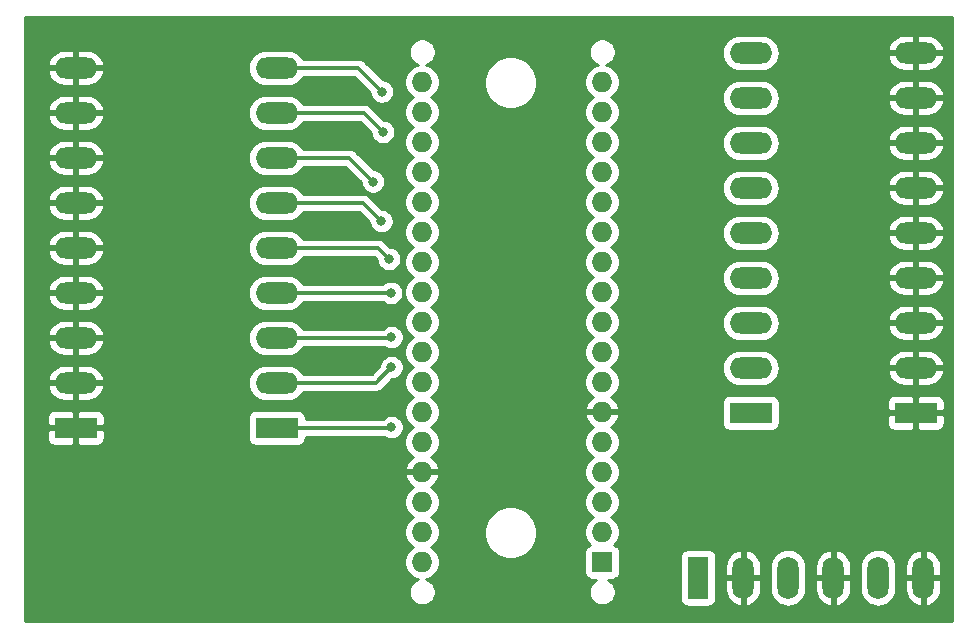
<source format=gbr>
%TF.GenerationSoftware,KiCad,Pcbnew,(5.1.6)-1*%
%TF.CreationDate,2020-10-07T17:19:25+08:00*%
%TF.ProjectId,MGame HID,4d47616d-6520-4484-9944-2e6b69636164,rev?*%
%TF.SameCoordinates,Original*%
%TF.FileFunction,Copper,L2,Bot*%
%TF.FilePolarity,Positive*%
%FSLAX46Y46*%
G04 Gerber Fmt 4.6, Leading zero omitted, Abs format (unit mm)*
G04 Created by KiCad (PCBNEW (5.1.6)-1) date 2020-10-07 17:19:25*
%MOMM*%
%LPD*%
G01*
G04 APERTURE LIST*
%TA.AperFunction,ComponentPad*%
%ADD10O,3.600000X1.800000*%
%TD*%
%TA.AperFunction,ComponentPad*%
%ADD11R,3.600000X1.800000*%
%TD*%
%TA.AperFunction,ComponentPad*%
%ADD12O,1.800000X3.600000*%
%TD*%
%TA.AperFunction,ComponentPad*%
%ADD13R,1.800000X3.600000*%
%TD*%
%TA.AperFunction,ComponentPad*%
%ADD14O,1.727200X1.727200*%
%TD*%
%TA.AperFunction,ComponentPad*%
%ADD15R,1.727200X1.727200*%
%TD*%
%TA.AperFunction,ViaPad*%
%ADD16C,0.800000*%
%TD*%
%TA.AperFunction,Conductor*%
%ADD17C,0.300000*%
%TD*%
%TA.AperFunction,Conductor*%
%ADD18C,0.254000*%
%TD*%
G04 APERTURE END LIST*
D10*
%TO.P,J1,9*%
%TO.N,GND*%
X114300000Y-64770000D03*
%TO.P,J1,8*%
X114300000Y-68580000D03*
%TO.P,J1,7*%
X114300000Y-72390000D03*
%TO.P,J1,6*%
X114300000Y-76200000D03*
%TO.P,J1,5*%
X114300000Y-80010000D03*
%TO.P,J1,4*%
X114300000Y-83820000D03*
%TO.P,J1,3*%
X114300000Y-87630000D03*
%TO.P,J1,2*%
X114300000Y-91440000D03*
D11*
%TO.P,J1,1*%
X114300000Y-95250000D03*
%TD*%
%TO.P,J2,1*%
%TO.N,/BUT0*%
X131318000Y-95250000D03*
D10*
%TO.P,J2,2*%
%TO.N,/BUT1*%
X131318000Y-91440000D03*
%TO.P,J2,3*%
%TO.N,/BUT2*%
X131318000Y-87630000D03*
%TO.P,J2,4*%
%TO.N,/BUT3*%
X131318000Y-83820000D03*
%TO.P,J2,5*%
%TO.N,/BUT4*%
X131318000Y-80010000D03*
%TO.P,J2,6*%
%TO.N,/BUT5*%
X131318000Y-76200000D03*
%TO.P,J2,7*%
%TO.N,/BUT6*%
X131318000Y-72390000D03*
%TO.P,J2,8*%
%TO.N,/BUT7*%
X131318000Y-68580000D03*
%TO.P,J2,9*%
%TO.N,/BUT8*%
X131318000Y-64770000D03*
%TD*%
D12*
%TO.P,J3,6*%
%TO.N,GND*%
X186055000Y-107950000D03*
%TO.P,J3,5*%
%TO.N,/AUX2*%
X182245000Y-107950000D03*
%TO.P,J3,4*%
%TO.N,GND*%
X178435000Y-107950000D03*
%TO.P,J3,3*%
%TO.N,/AUX1*%
X174625000Y-107950000D03*
%TO.P,J3,2*%
%TO.N,GND*%
X170815000Y-107950000D03*
D13*
%TO.P,J3,1*%
%TO.N,/AUX0*%
X167005000Y-107950000D03*
%TD*%
D10*
%TO.P,J4,9*%
%TO.N,GND*%
X185420000Y-63500000D03*
%TO.P,J4,8*%
X185420000Y-67310000D03*
%TO.P,J4,7*%
X185420000Y-71120000D03*
%TO.P,J4,6*%
X185420000Y-74930000D03*
%TO.P,J4,5*%
X185420000Y-78740000D03*
%TO.P,J4,4*%
X185420000Y-82550000D03*
%TO.P,J4,3*%
X185420000Y-86360000D03*
%TO.P,J4,2*%
X185420000Y-90170000D03*
D11*
%TO.P,J4,1*%
X185420000Y-93980000D03*
%TD*%
%TO.P,J5,1*%
%TO.N,/LED0*%
X171450000Y-93980000D03*
D10*
%TO.P,J5,2*%
%TO.N,/LED1*%
X171450000Y-90170000D03*
%TO.P,J5,3*%
%TO.N,/LED2*%
X171450000Y-86360000D03*
%TO.P,J5,4*%
%TO.N,/LED3*%
X171450000Y-82550000D03*
%TO.P,J5,5*%
%TO.N,/LED4*%
X171450000Y-78740000D03*
%TO.P,J5,6*%
%TO.N,/LED5*%
X171450000Y-74930000D03*
%TO.P,J5,7*%
%TO.N,/LED6*%
X171450000Y-71120000D03*
%TO.P,J5,8*%
%TO.N,/LED7*%
X171450000Y-67310000D03*
%TO.P,J5,9*%
%TO.N,/LED8*%
X171450000Y-63500000D03*
%TD*%
D14*
%TO.P,XA1,*%
%TO.N,*%
X143620000Y-88831001D03*
%TO.P,XA1,RST2*%
%TO.N,Net-(XA1-PadRST2)*%
X158860000Y-96451001D03*
D15*
%TO.P,XA1,MOSI*%
%TO.N,/AUX1*%
X158860000Y-106611001D03*
D14*
%TO.P,XA1,SCK*%
%TO.N,/AUX2*%
X143620000Y-106611001D03*
%TO.P,XA1,A0*%
%TO.N,/BUT8*%
X143620000Y-73591001D03*
%TO.P,XA1,VIN*%
%TO.N,Net-(XA1-PadVIN)*%
X143620000Y-101531001D03*
%TO.P,XA1,GND2*%
%TO.N,GND*%
X158860000Y-93911001D03*
%TO.P,XA1,GND1*%
X143620000Y-98991001D03*
%TO.P,XA1,5V*%
%TO.N,Net-(XA1-Pad5V)*%
X143620000Y-93911001D03*
%TO.P,XA1,3V3*%
%TO.N,Net-(XA1-Pad3V3)*%
X143620000Y-68511001D03*
%TO.P,XA1,RST1*%
%TO.N,Net-(XA1-PadRST1)*%
X143620000Y-96451001D03*
%TO.P,XA1,SS*%
%TO.N,Net-(XA1-PadSS)*%
X158860000Y-104071001D03*
%TO.P,XA1,D0*%
%TO.N,Net-(R1-Pad1)*%
X158860000Y-98991001D03*
%TO.P,XA1,D1*%
%TO.N,/BUT0*%
X158860000Y-101531001D03*
%TO.P,XA1,D2*%
%TO.N,/BUT1*%
X158860000Y-91371001D03*
%TO.P,XA1,D3*%
%TO.N,/BUT2*%
X158860000Y-88831001D03*
%TO.P,XA1,D4*%
%TO.N,/LED0*%
X158860000Y-86291001D03*
%TO.P,XA1,D5*%
%TO.N,/LED1*%
X158860000Y-83751001D03*
%TO.P,XA1,D6*%
%TO.N,/LED2*%
X158860000Y-81211001D03*
%TO.P,XA1,D7*%
%TO.N,/LED3*%
X158860000Y-78671001D03*
%TO.P,XA1,D8*%
%TO.N,/LED4*%
X158860000Y-76131001D03*
%TO.P,XA1,D9*%
%TO.N,/LED5*%
X158860000Y-73591001D03*
%TO.P,XA1,D10*%
%TO.N,/LED6*%
X158860000Y-71051001D03*
%TO.P,XA1,AREF*%
%TO.N,Net-(XA1-PadAREF)*%
X143620000Y-71051001D03*
%TO.P,XA1,D13*%
%TO.N,Net-(XA1-PadD13)*%
X143620000Y-65971001D03*
%TO.P,XA1,D12*%
%TO.N,/LED8*%
X158860000Y-65971001D03*
%TO.P,XA1,D11*%
%TO.N,/LED7*%
X158860000Y-68511001D03*
%TO.P,XA1,*%
%TO.N,*%
X143620000Y-91371001D03*
%TO.P,XA1,A1*%
%TO.N,/BUT7*%
X143620000Y-76131001D03*
%TO.P,XA1,A2*%
%TO.N,/BUT6*%
X143620000Y-78671001D03*
%TO.P,XA1,A3*%
%TO.N,/BUT5*%
X143620000Y-81211001D03*
%TO.P,XA1,A4*%
%TO.N,/BUT4*%
X143620000Y-83751001D03*
%TO.P,XA1,A5*%
%TO.N,/BUT3*%
X143620000Y-86291001D03*
%TO.P,XA1,MISO*%
%TO.N,/AUX0*%
X143620000Y-104071001D03*
%TD*%
D16*
%TO.N,/BUT0*%
X141032600Y-95187400D03*
%TO.N,/BUT1*%
X141032600Y-90107400D03*
%TO.N,/BUT2*%
X141032600Y-87567400D03*
%TO.N,/BUT3*%
X140970000Y-83820000D03*
%TO.N,/BUT4*%
X140805499Y-80936501D03*
%TO.N,/BUT5*%
X140170500Y-77761500D03*
%TO.N,/BUT6*%
X139466501Y-74401499D03*
%TO.N,/BUT7*%
X140295001Y-70191001D03*
%TO.N,/BUT8*%
X140217500Y-66792500D03*
%TD*%
D17*
%TO.N,/BUT0*%
X140970000Y-95250000D02*
X141032600Y-95187400D01*
X131318000Y-95250000D02*
X140970000Y-95250000D01*
%TO.N,/BUT1*%
X139700000Y-91440000D02*
X141032600Y-90107400D01*
X131318000Y-91440000D02*
X139700000Y-91440000D01*
%TO.N,/BUT2*%
X140970000Y-87630000D02*
X141032600Y-87567400D01*
X131318000Y-87630000D02*
X140970000Y-87630000D01*
%TO.N,/BUT3*%
X131318000Y-83820000D02*
X140970000Y-83820000D01*
%TO.N,/BUT4*%
X139878998Y-80010000D02*
X140805499Y-80936501D01*
X131318000Y-80010000D02*
X139878998Y-80010000D01*
%TO.N,/BUT5*%
X131318000Y-76200000D02*
X138609000Y-76200000D01*
X138609000Y-76200000D02*
X140170500Y-77761500D01*
%TO.N,/BUT6*%
X137455002Y-72390000D02*
X139466501Y-74401499D01*
X131318000Y-72390000D02*
X137455002Y-72390000D01*
%TO.N,/BUT7*%
X131318000Y-68580000D02*
X138684000Y-68580000D01*
X138684000Y-68580000D02*
X140295001Y-70191001D01*
%TO.N,/BUT8*%
X138195000Y-64770000D02*
X140217500Y-66792500D01*
X131318000Y-64770000D02*
X138195000Y-64770000D01*
%TD*%
D18*
%TO.N,GND*%
G36*
X188468000Y-111633000D02*
G01*
X109982000Y-111633000D01*
X109982000Y-101383402D01*
X142121400Y-101383402D01*
X142121400Y-101678600D01*
X142178990Y-101968126D01*
X142291958Y-102240854D01*
X142455961Y-102486303D01*
X142664698Y-102695040D01*
X142823281Y-102801001D01*
X142664698Y-102906962D01*
X142455961Y-103115699D01*
X142291958Y-103361148D01*
X142178990Y-103633876D01*
X142121400Y-103923402D01*
X142121400Y-104218600D01*
X142178990Y-104508126D01*
X142291958Y-104780854D01*
X142455961Y-105026303D01*
X142664698Y-105235040D01*
X142823281Y-105341001D01*
X142664698Y-105446962D01*
X142455961Y-105655699D01*
X142291958Y-105901148D01*
X142178990Y-106173876D01*
X142121400Y-106463402D01*
X142121400Y-106758600D01*
X142178990Y-107048126D01*
X142291958Y-107320854D01*
X142455961Y-107566303D01*
X142664698Y-107775040D01*
X142910147Y-107939043D01*
X143182875Y-108052011D01*
X143252810Y-108065922D01*
X143078587Y-108138088D01*
X142891380Y-108263175D01*
X142732174Y-108422381D01*
X142607087Y-108609588D01*
X142520925Y-108817600D01*
X142477000Y-109038425D01*
X142477000Y-109263577D01*
X142520925Y-109484402D01*
X142607087Y-109692414D01*
X142732174Y-109879621D01*
X142891380Y-110038827D01*
X143078587Y-110163914D01*
X143286599Y-110250076D01*
X143507424Y-110294001D01*
X143732576Y-110294001D01*
X143953401Y-110250076D01*
X144161413Y-110163914D01*
X144348620Y-110038827D01*
X144507826Y-109879621D01*
X144632913Y-109692414D01*
X144719075Y-109484402D01*
X144763000Y-109263577D01*
X144763000Y-109038425D01*
X144719075Y-108817600D01*
X144632913Y-108609588D01*
X144507826Y-108422381D01*
X144348620Y-108263175D01*
X144161413Y-108138088D01*
X143987190Y-108065922D01*
X144057125Y-108052011D01*
X144329853Y-107939043D01*
X144575302Y-107775040D01*
X144784039Y-107566303D01*
X144948042Y-107320854D01*
X145061010Y-107048126D01*
X145118600Y-106758600D01*
X145118600Y-106463402D01*
X145061010Y-106173876D01*
X144948042Y-105901148D01*
X144784039Y-105655699D01*
X144575302Y-105446962D01*
X144416719Y-105341001D01*
X144575302Y-105235040D01*
X144784039Y-105026303D01*
X144948042Y-104780854D01*
X145061010Y-104508126D01*
X145118600Y-104218600D01*
X145118600Y-103923402D01*
X145117898Y-103919872D01*
X148895000Y-103919872D01*
X148895000Y-104360128D01*
X148980890Y-104791925D01*
X149149369Y-105198669D01*
X149393962Y-105564729D01*
X149705271Y-105876038D01*
X150071331Y-106120631D01*
X150478075Y-106289110D01*
X150909872Y-106375000D01*
X151350128Y-106375000D01*
X151781925Y-106289110D01*
X152188669Y-106120631D01*
X152554729Y-105876038D01*
X152683366Y-105747401D01*
X157358328Y-105747401D01*
X157358328Y-107474601D01*
X157370588Y-107599083D01*
X157406898Y-107718781D01*
X157465863Y-107829095D01*
X157545215Y-107925786D01*
X157641906Y-108005138D01*
X157752220Y-108064103D01*
X157871918Y-108100413D01*
X157996400Y-108112673D01*
X158379944Y-108112673D01*
X158318587Y-108138088D01*
X158131380Y-108263175D01*
X157972174Y-108422381D01*
X157847087Y-108609588D01*
X157760925Y-108817600D01*
X157717000Y-109038425D01*
X157717000Y-109263577D01*
X157760925Y-109484402D01*
X157847087Y-109692414D01*
X157972174Y-109879621D01*
X158131380Y-110038827D01*
X158318587Y-110163914D01*
X158526599Y-110250076D01*
X158747424Y-110294001D01*
X158972576Y-110294001D01*
X159193401Y-110250076D01*
X159401413Y-110163914D01*
X159588620Y-110038827D01*
X159747826Y-109879621D01*
X159872913Y-109692414D01*
X159959075Y-109484402D01*
X160003000Y-109263577D01*
X160003000Y-109038425D01*
X159959075Y-108817600D01*
X159872913Y-108609588D01*
X159747826Y-108422381D01*
X159588620Y-108263175D01*
X159401413Y-108138088D01*
X159340056Y-108112673D01*
X159723600Y-108112673D01*
X159848082Y-108100413D01*
X159967780Y-108064103D01*
X160078094Y-108005138D01*
X160174785Y-107925786D01*
X160254137Y-107829095D01*
X160313102Y-107718781D01*
X160349412Y-107599083D01*
X160361672Y-107474601D01*
X160361672Y-106150000D01*
X165466928Y-106150000D01*
X165466928Y-109750000D01*
X165479188Y-109874482D01*
X165515498Y-109994180D01*
X165574463Y-110104494D01*
X165653815Y-110201185D01*
X165750506Y-110280537D01*
X165860820Y-110339502D01*
X165980518Y-110375812D01*
X166105000Y-110388072D01*
X167905000Y-110388072D01*
X168029482Y-110375812D01*
X168149180Y-110339502D01*
X168259494Y-110280537D01*
X168356185Y-110201185D01*
X168435537Y-110104494D01*
X168494502Y-109994180D01*
X168530812Y-109874482D01*
X168543072Y-109750000D01*
X168543072Y-108077000D01*
X169280000Y-108077000D01*
X169280000Y-108977000D01*
X169334271Y-109274023D01*
X169445446Y-109554751D01*
X169609252Y-109808396D01*
X169819394Y-110025210D01*
X170067796Y-110196862D01*
X170344913Y-110316755D01*
X170450260Y-110341036D01*
X170688000Y-110220378D01*
X170688000Y-108077000D01*
X170942000Y-108077000D01*
X170942000Y-110220378D01*
X171179740Y-110341036D01*
X171285087Y-110316755D01*
X171562204Y-110196862D01*
X171810606Y-110025210D01*
X172020748Y-109808396D01*
X172184554Y-109554751D01*
X172295729Y-109274023D01*
X172350000Y-108977000D01*
X172350000Y-108077000D01*
X170942000Y-108077000D01*
X170688000Y-108077000D01*
X169280000Y-108077000D01*
X168543072Y-108077000D01*
X168543072Y-106923000D01*
X169280000Y-106923000D01*
X169280000Y-107823000D01*
X170688000Y-107823000D01*
X170688000Y-105679622D01*
X170942000Y-105679622D01*
X170942000Y-107823000D01*
X172350000Y-107823000D01*
X172350000Y-106974593D01*
X173090000Y-106974593D01*
X173090000Y-108925408D01*
X173112211Y-109150913D01*
X173199984Y-109440261D01*
X173342520Y-109706927D01*
X173534340Y-109940661D01*
X173768074Y-110132481D01*
X174034740Y-110275017D01*
X174324088Y-110362790D01*
X174625000Y-110392427D01*
X174925913Y-110362790D01*
X175215261Y-110275017D01*
X175481927Y-110132481D01*
X175715661Y-109940661D01*
X175907481Y-109706927D01*
X176050017Y-109440261D01*
X176137790Y-109150913D01*
X176160000Y-108925408D01*
X176160000Y-108077000D01*
X176900000Y-108077000D01*
X176900000Y-108977000D01*
X176954271Y-109274023D01*
X177065446Y-109554751D01*
X177229252Y-109808396D01*
X177439394Y-110025210D01*
X177687796Y-110196862D01*
X177964913Y-110316755D01*
X178070260Y-110341036D01*
X178308000Y-110220378D01*
X178308000Y-108077000D01*
X178562000Y-108077000D01*
X178562000Y-110220378D01*
X178799740Y-110341036D01*
X178905087Y-110316755D01*
X179182204Y-110196862D01*
X179430606Y-110025210D01*
X179640748Y-109808396D01*
X179804554Y-109554751D01*
X179915729Y-109274023D01*
X179970000Y-108977000D01*
X179970000Y-108077000D01*
X178562000Y-108077000D01*
X178308000Y-108077000D01*
X176900000Y-108077000D01*
X176160000Y-108077000D01*
X176160000Y-106974592D01*
X176154919Y-106923000D01*
X176900000Y-106923000D01*
X176900000Y-107823000D01*
X178308000Y-107823000D01*
X178308000Y-105679622D01*
X178562000Y-105679622D01*
X178562000Y-107823000D01*
X179970000Y-107823000D01*
X179970000Y-106974593D01*
X180710000Y-106974593D01*
X180710000Y-108925408D01*
X180732211Y-109150913D01*
X180819984Y-109440261D01*
X180962520Y-109706927D01*
X181154340Y-109940661D01*
X181388074Y-110132481D01*
X181654740Y-110275017D01*
X181944088Y-110362790D01*
X182245000Y-110392427D01*
X182545913Y-110362790D01*
X182835261Y-110275017D01*
X183101927Y-110132481D01*
X183335661Y-109940661D01*
X183527481Y-109706927D01*
X183670017Y-109440261D01*
X183757790Y-109150913D01*
X183780000Y-108925408D01*
X183780000Y-108077000D01*
X184520000Y-108077000D01*
X184520000Y-108977000D01*
X184574271Y-109274023D01*
X184685446Y-109554751D01*
X184849252Y-109808396D01*
X185059394Y-110025210D01*
X185307796Y-110196862D01*
X185584913Y-110316755D01*
X185690260Y-110341036D01*
X185928000Y-110220378D01*
X185928000Y-108077000D01*
X186182000Y-108077000D01*
X186182000Y-110220378D01*
X186419740Y-110341036D01*
X186525087Y-110316755D01*
X186802204Y-110196862D01*
X187050606Y-110025210D01*
X187260748Y-109808396D01*
X187424554Y-109554751D01*
X187535729Y-109274023D01*
X187590000Y-108977000D01*
X187590000Y-108077000D01*
X186182000Y-108077000D01*
X185928000Y-108077000D01*
X184520000Y-108077000D01*
X183780000Y-108077000D01*
X183780000Y-106974592D01*
X183774919Y-106923000D01*
X184520000Y-106923000D01*
X184520000Y-107823000D01*
X185928000Y-107823000D01*
X185928000Y-105679622D01*
X186182000Y-105679622D01*
X186182000Y-107823000D01*
X187590000Y-107823000D01*
X187590000Y-106923000D01*
X187535729Y-106625977D01*
X187424554Y-106345249D01*
X187260748Y-106091604D01*
X187050606Y-105874790D01*
X186802204Y-105703138D01*
X186525087Y-105583245D01*
X186419740Y-105558964D01*
X186182000Y-105679622D01*
X185928000Y-105679622D01*
X185690260Y-105558964D01*
X185584913Y-105583245D01*
X185307796Y-105703138D01*
X185059394Y-105874790D01*
X184849252Y-106091604D01*
X184685446Y-106345249D01*
X184574271Y-106625977D01*
X184520000Y-106923000D01*
X183774919Y-106923000D01*
X183757790Y-106749087D01*
X183670017Y-106459739D01*
X183527481Y-106193073D01*
X183335661Y-105959339D01*
X183101926Y-105767519D01*
X182835260Y-105624983D01*
X182545912Y-105537210D01*
X182245000Y-105507573D01*
X181944087Y-105537210D01*
X181654739Y-105624983D01*
X181388073Y-105767519D01*
X181154339Y-105959339D01*
X180962519Y-106193074D01*
X180819983Y-106459740D01*
X180732210Y-106749088D01*
X180710000Y-106974593D01*
X179970000Y-106974593D01*
X179970000Y-106923000D01*
X179915729Y-106625977D01*
X179804554Y-106345249D01*
X179640748Y-106091604D01*
X179430606Y-105874790D01*
X179182204Y-105703138D01*
X178905087Y-105583245D01*
X178799740Y-105558964D01*
X178562000Y-105679622D01*
X178308000Y-105679622D01*
X178070260Y-105558964D01*
X177964913Y-105583245D01*
X177687796Y-105703138D01*
X177439394Y-105874790D01*
X177229252Y-106091604D01*
X177065446Y-106345249D01*
X176954271Y-106625977D01*
X176900000Y-106923000D01*
X176154919Y-106923000D01*
X176137790Y-106749087D01*
X176050017Y-106459739D01*
X175907481Y-106193073D01*
X175715661Y-105959339D01*
X175481926Y-105767519D01*
X175215260Y-105624983D01*
X174925912Y-105537210D01*
X174625000Y-105507573D01*
X174324087Y-105537210D01*
X174034739Y-105624983D01*
X173768073Y-105767519D01*
X173534339Y-105959339D01*
X173342519Y-106193074D01*
X173199983Y-106459740D01*
X173112210Y-106749088D01*
X173090000Y-106974593D01*
X172350000Y-106974593D01*
X172350000Y-106923000D01*
X172295729Y-106625977D01*
X172184554Y-106345249D01*
X172020748Y-106091604D01*
X171810606Y-105874790D01*
X171562204Y-105703138D01*
X171285087Y-105583245D01*
X171179740Y-105558964D01*
X170942000Y-105679622D01*
X170688000Y-105679622D01*
X170450260Y-105558964D01*
X170344913Y-105583245D01*
X170067796Y-105703138D01*
X169819394Y-105874790D01*
X169609252Y-106091604D01*
X169445446Y-106345249D01*
X169334271Y-106625977D01*
X169280000Y-106923000D01*
X168543072Y-106923000D01*
X168543072Y-106150000D01*
X168530812Y-106025518D01*
X168494502Y-105905820D01*
X168435537Y-105795506D01*
X168356185Y-105698815D01*
X168259494Y-105619463D01*
X168149180Y-105560498D01*
X168029482Y-105524188D01*
X167905000Y-105511928D01*
X166105000Y-105511928D01*
X165980518Y-105524188D01*
X165860820Y-105560498D01*
X165750506Y-105619463D01*
X165653815Y-105698815D01*
X165574463Y-105795506D01*
X165515498Y-105905820D01*
X165479188Y-106025518D01*
X165466928Y-106150000D01*
X160361672Y-106150000D01*
X160361672Y-105747401D01*
X160349412Y-105622919D01*
X160313102Y-105503221D01*
X160254137Y-105392907D01*
X160174785Y-105296216D01*
X160078094Y-105216864D01*
X159967780Y-105157899D01*
X159909977Y-105140365D01*
X160024039Y-105026303D01*
X160188042Y-104780854D01*
X160301010Y-104508126D01*
X160358600Y-104218600D01*
X160358600Y-103923402D01*
X160301010Y-103633876D01*
X160188042Y-103361148D01*
X160024039Y-103115699D01*
X159815302Y-102906962D01*
X159656719Y-102801001D01*
X159815302Y-102695040D01*
X160024039Y-102486303D01*
X160188042Y-102240854D01*
X160301010Y-101968126D01*
X160358600Y-101678600D01*
X160358600Y-101383402D01*
X160301010Y-101093876D01*
X160188042Y-100821148D01*
X160024039Y-100575699D01*
X159815302Y-100366962D01*
X159656719Y-100261001D01*
X159815302Y-100155040D01*
X160024039Y-99946303D01*
X160188042Y-99700854D01*
X160301010Y-99428126D01*
X160358600Y-99138600D01*
X160358600Y-98843402D01*
X160301010Y-98553876D01*
X160188042Y-98281148D01*
X160024039Y-98035699D01*
X159815302Y-97826962D01*
X159656719Y-97721001D01*
X159815302Y-97615040D01*
X160024039Y-97406303D01*
X160188042Y-97160854D01*
X160301010Y-96888126D01*
X160358600Y-96598600D01*
X160358600Y-96303402D01*
X160301010Y-96013876D01*
X160188042Y-95741148D01*
X160024039Y-95495699D01*
X159815302Y-95286962D01*
X159654187Y-95179309D01*
X159870293Y-95017855D01*
X160066817Y-94799489D01*
X160216964Y-94546979D01*
X160314963Y-94270028D01*
X160194464Y-94038001D01*
X158987000Y-94038001D01*
X158987000Y-94058001D01*
X158733000Y-94058001D01*
X158733000Y-94038001D01*
X157525536Y-94038001D01*
X157405037Y-94270028D01*
X157503036Y-94546979D01*
X157653183Y-94799489D01*
X157849707Y-95017855D01*
X158065813Y-95179309D01*
X157904698Y-95286962D01*
X157695961Y-95495699D01*
X157531958Y-95741148D01*
X157418990Y-96013876D01*
X157361400Y-96303402D01*
X157361400Y-96598600D01*
X157418990Y-96888126D01*
X157531958Y-97160854D01*
X157695961Y-97406303D01*
X157904698Y-97615040D01*
X158063281Y-97721001D01*
X157904698Y-97826962D01*
X157695961Y-98035699D01*
X157531958Y-98281148D01*
X157418990Y-98553876D01*
X157361400Y-98843402D01*
X157361400Y-99138600D01*
X157418990Y-99428126D01*
X157531958Y-99700854D01*
X157695961Y-99946303D01*
X157904698Y-100155040D01*
X158063281Y-100261001D01*
X157904698Y-100366962D01*
X157695961Y-100575699D01*
X157531958Y-100821148D01*
X157418990Y-101093876D01*
X157361400Y-101383402D01*
X157361400Y-101678600D01*
X157418990Y-101968126D01*
X157531958Y-102240854D01*
X157695961Y-102486303D01*
X157904698Y-102695040D01*
X158063281Y-102801001D01*
X157904698Y-102906962D01*
X157695961Y-103115699D01*
X157531958Y-103361148D01*
X157418990Y-103633876D01*
X157361400Y-103923402D01*
X157361400Y-104218600D01*
X157418990Y-104508126D01*
X157531958Y-104780854D01*
X157695961Y-105026303D01*
X157810023Y-105140365D01*
X157752220Y-105157899D01*
X157641906Y-105216864D01*
X157545215Y-105296216D01*
X157465863Y-105392907D01*
X157406898Y-105503221D01*
X157370588Y-105622919D01*
X157358328Y-105747401D01*
X152683366Y-105747401D01*
X152866038Y-105564729D01*
X153110631Y-105198669D01*
X153279110Y-104791925D01*
X153365000Y-104360128D01*
X153365000Y-103919872D01*
X153279110Y-103488075D01*
X153110631Y-103081331D01*
X152866038Y-102715271D01*
X152554729Y-102403962D01*
X152188669Y-102159369D01*
X151781925Y-101990890D01*
X151350128Y-101905000D01*
X150909872Y-101905000D01*
X150478075Y-101990890D01*
X150071331Y-102159369D01*
X149705271Y-102403962D01*
X149393962Y-102715271D01*
X149149369Y-103081331D01*
X148980890Y-103488075D01*
X148895000Y-103919872D01*
X145117898Y-103919872D01*
X145061010Y-103633876D01*
X144948042Y-103361148D01*
X144784039Y-103115699D01*
X144575302Y-102906962D01*
X144416719Y-102801001D01*
X144575302Y-102695040D01*
X144784039Y-102486303D01*
X144948042Y-102240854D01*
X145061010Y-101968126D01*
X145118600Y-101678600D01*
X145118600Y-101383402D01*
X145061010Y-101093876D01*
X144948042Y-100821148D01*
X144784039Y-100575699D01*
X144575302Y-100366962D01*
X144414187Y-100259309D01*
X144630293Y-100097855D01*
X144826817Y-99879489D01*
X144976964Y-99626979D01*
X145074963Y-99350028D01*
X144954464Y-99118001D01*
X143747000Y-99118001D01*
X143747000Y-99138001D01*
X143493000Y-99138001D01*
X143493000Y-99118001D01*
X142285536Y-99118001D01*
X142165037Y-99350028D01*
X142263036Y-99626979D01*
X142413183Y-99879489D01*
X142609707Y-100097855D01*
X142825813Y-100259309D01*
X142664698Y-100366962D01*
X142455961Y-100575699D01*
X142291958Y-100821148D01*
X142178990Y-101093876D01*
X142121400Y-101383402D01*
X109982000Y-101383402D01*
X109982000Y-96150000D01*
X111861928Y-96150000D01*
X111874188Y-96274482D01*
X111910498Y-96394180D01*
X111969463Y-96504494D01*
X112048815Y-96601185D01*
X112145506Y-96680537D01*
X112255820Y-96739502D01*
X112375518Y-96775812D01*
X112500000Y-96788072D01*
X114014250Y-96785000D01*
X114173000Y-96626250D01*
X114173000Y-95377000D01*
X114427000Y-95377000D01*
X114427000Y-96626250D01*
X114585750Y-96785000D01*
X116100000Y-96788072D01*
X116224482Y-96775812D01*
X116344180Y-96739502D01*
X116454494Y-96680537D01*
X116551185Y-96601185D01*
X116630537Y-96504494D01*
X116689502Y-96394180D01*
X116725812Y-96274482D01*
X116738072Y-96150000D01*
X116735000Y-95535750D01*
X116576250Y-95377000D01*
X114427000Y-95377000D01*
X114173000Y-95377000D01*
X112023750Y-95377000D01*
X111865000Y-95535750D01*
X111861928Y-96150000D01*
X109982000Y-96150000D01*
X109982000Y-94350000D01*
X111861928Y-94350000D01*
X111865000Y-94964250D01*
X112023750Y-95123000D01*
X114173000Y-95123000D01*
X114173000Y-93873750D01*
X114427000Y-93873750D01*
X114427000Y-95123000D01*
X116576250Y-95123000D01*
X116735000Y-94964250D01*
X116738072Y-94350000D01*
X128879928Y-94350000D01*
X128879928Y-96150000D01*
X128892188Y-96274482D01*
X128928498Y-96394180D01*
X128987463Y-96504494D01*
X129066815Y-96601185D01*
X129163506Y-96680537D01*
X129273820Y-96739502D01*
X129393518Y-96775812D01*
X129518000Y-96788072D01*
X133118000Y-96788072D01*
X133242482Y-96775812D01*
X133362180Y-96739502D01*
X133472494Y-96680537D01*
X133569185Y-96601185D01*
X133648537Y-96504494D01*
X133707502Y-96394180D01*
X133743812Y-96274482D01*
X133756072Y-96150000D01*
X133756072Y-96035000D01*
X140438172Y-96035000D01*
X140542344Y-96104605D01*
X140730702Y-96182626D01*
X140930661Y-96222400D01*
X141134539Y-96222400D01*
X141334498Y-96182626D01*
X141522856Y-96104605D01*
X141692374Y-95991337D01*
X141836537Y-95847174D01*
X141949805Y-95677656D01*
X142027826Y-95489298D01*
X142067600Y-95289339D01*
X142067600Y-95085461D01*
X142027826Y-94885502D01*
X141949805Y-94697144D01*
X141836537Y-94527626D01*
X141692374Y-94383463D01*
X141522856Y-94270195D01*
X141334498Y-94192174D01*
X141134539Y-94152400D01*
X140930661Y-94152400D01*
X140730702Y-94192174D01*
X140542344Y-94270195D01*
X140372826Y-94383463D01*
X140291289Y-94465000D01*
X133756072Y-94465000D01*
X133756072Y-94350000D01*
X133743812Y-94225518D01*
X133707502Y-94105820D01*
X133648537Y-93995506D01*
X133569185Y-93898815D01*
X133472494Y-93819463D01*
X133362180Y-93760498D01*
X133242482Y-93724188D01*
X133118000Y-93711928D01*
X129518000Y-93711928D01*
X129393518Y-93724188D01*
X129273820Y-93760498D01*
X129163506Y-93819463D01*
X129066815Y-93898815D01*
X128987463Y-93995506D01*
X128928498Y-94105820D01*
X128892188Y-94225518D01*
X128879928Y-94350000D01*
X116738072Y-94350000D01*
X116725812Y-94225518D01*
X116689502Y-94105820D01*
X116630537Y-93995506D01*
X116551185Y-93898815D01*
X116454494Y-93819463D01*
X116344180Y-93760498D01*
X116224482Y-93724188D01*
X116100000Y-93711928D01*
X114585750Y-93715000D01*
X114427000Y-93873750D01*
X114173000Y-93873750D01*
X114014250Y-93715000D01*
X112500000Y-93711928D01*
X112375518Y-93724188D01*
X112255820Y-93760498D01*
X112145506Y-93819463D01*
X112048815Y-93898815D01*
X111969463Y-93995506D01*
X111910498Y-94105820D01*
X111874188Y-94225518D01*
X111861928Y-94350000D01*
X109982000Y-94350000D01*
X109982000Y-91804740D01*
X111908964Y-91804740D01*
X111933245Y-91910087D01*
X112053138Y-92187204D01*
X112224790Y-92435606D01*
X112441604Y-92645748D01*
X112695249Y-92809554D01*
X112975977Y-92920729D01*
X113273000Y-92975000D01*
X114173000Y-92975000D01*
X114173000Y-91567000D01*
X114427000Y-91567000D01*
X114427000Y-92975000D01*
X115327000Y-92975000D01*
X115624023Y-92920729D01*
X115904751Y-92809554D01*
X116158396Y-92645748D01*
X116375210Y-92435606D01*
X116546862Y-92187204D01*
X116666755Y-91910087D01*
X116691036Y-91804740D01*
X116570378Y-91567000D01*
X114427000Y-91567000D01*
X114173000Y-91567000D01*
X112029622Y-91567000D01*
X111908964Y-91804740D01*
X109982000Y-91804740D01*
X109982000Y-91440000D01*
X128875573Y-91440000D01*
X128905210Y-91740913D01*
X128992983Y-92030261D01*
X129135519Y-92296927D01*
X129327339Y-92530661D01*
X129561073Y-92722481D01*
X129827739Y-92865017D01*
X130117087Y-92952790D01*
X130342592Y-92975000D01*
X132293408Y-92975000D01*
X132518913Y-92952790D01*
X132808261Y-92865017D01*
X133074927Y-92722481D01*
X133308661Y-92530661D01*
X133500481Y-92296927D01*
X133538927Y-92225000D01*
X139661447Y-92225000D01*
X139700000Y-92228797D01*
X139738553Y-92225000D01*
X139738561Y-92225000D01*
X139853887Y-92213641D01*
X140001860Y-92168754D01*
X140138233Y-92095862D01*
X140257764Y-91997764D01*
X140282347Y-91967810D01*
X141107758Y-91142400D01*
X141134539Y-91142400D01*
X141334498Y-91102626D01*
X141522856Y-91024605D01*
X141692374Y-90911337D01*
X141836537Y-90767174D01*
X141949805Y-90597656D01*
X142027826Y-90409298D01*
X142067600Y-90209339D01*
X142067600Y-90005461D01*
X142027826Y-89805502D01*
X141949805Y-89617144D01*
X141836537Y-89447626D01*
X141692374Y-89303463D01*
X141522856Y-89190195D01*
X141334498Y-89112174D01*
X141134539Y-89072400D01*
X140930661Y-89072400D01*
X140730702Y-89112174D01*
X140542344Y-89190195D01*
X140372826Y-89303463D01*
X140228663Y-89447626D01*
X140115395Y-89617144D01*
X140037374Y-89805502D01*
X139997600Y-90005461D01*
X139997600Y-90032242D01*
X139374843Y-90655000D01*
X133538927Y-90655000D01*
X133500481Y-90583073D01*
X133308661Y-90349339D01*
X133074927Y-90157519D01*
X132808261Y-90014983D01*
X132518913Y-89927210D01*
X132293408Y-89905000D01*
X130342592Y-89905000D01*
X130117087Y-89927210D01*
X129827739Y-90014983D01*
X129561073Y-90157519D01*
X129327339Y-90349339D01*
X129135519Y-90583073D01*
X128992983Y-90849739D01*
X128905210Y-91139087D01*
X128875573Y-91440000D01*
X109982000Y-91440000D01*
X109982000Y-91075260D01*
X111908964Y-91075260D01*
X112029622Y-91313000D01*
X114173000Y-91313000D01*
X114173000Y-89905000D01*
X114427000Y-89905000D01*
X114427000Y-91313000D01*
X116570378Y-91313000D01*
X116691036Y-91075260D01*
X116666755Y-90969913D01*
X116546862Y-90692796D01*
X116375210Y-90444394D01*
X116158396Y-90234252D01*
X115904751Y-90070446D01*
X115624023Y-89959271D01*
X115327000Y-89905000D01*
X114427000Y-89905000D01*
X114173000Y-89905000D01*
X113273000Y-89905000D01*
X112975977Y-89959271D01*
X112695249Y-90070446D01*
X112441604Y-90234252D01*
X112224790Y-90444394D01*
X112053138Y-90692796D01*
X111933245Y-90969913D01*
X111908964Y-91075260D01*
X109982000Y-91075260D01*
X109982000Y-87994740D01*
X111908964Y-87994740D01*
X111933245Y-88100087D01*
X112053138Y-88377204D01*
X112224790Y-88625606D01*
X112441604Y-88835748D01*
X112695249Y-88999554D01*
X112975977Y-89110729D01*
X113273000Y-89165000D01*
X114173000Y-89165000D01*
X114173000Y-87757000D01*
X114427000Y-87757000D01*
X114427000Y-89165000D01*
X115327000Y-89165000D01*
X115624023Y-89110729D01*
X115904751Y-88999554D01*
X116158396Y-88835748D01*
X116375210Y-88625606D01*
X116546862Y-88377204D01*
X116666755Y-88100087D01*
X116691036Y-87994740D01*
X116570378Y-87757000D01*
X114427000Y-87757000D01*
X114173000Y-87757000D01*
X112029622Y-87757000D01*
X111908964Y-87994740D01*
X109982000Y-87994740D01*
X109982000Y-87630000D01*
X128875573Y-87630000D01*
X128905210Y-87930913D01*
X128992983Y-88220261D01*
X129135519Y-88486927D01*
X129327339Y-88720661D01*
X129561073Y-88912481D01*
X129827739Y-89055017D01*
X130117087Y-89142790D01*
X130342592Y-89165000D01*
X132293408Y-89165000D01*
X132518913Y-89142790D01*
X132808261Y-89055017D01*
X133074927Y-88912481D01*
X133308661Y-88720661D01*
X133500481Y-88486927D01*
X133538927Y-88415000D01*
X140438172Y-88415000D01*
X140542344Y-88484605D01*
X140730702Y-88562626D01*
X140930661Y-88602400D01*
X141134539Y-88602400D01*
X141334498Y-88562626D01*
X141522856Y-88484605D01*
X141692374Y-88371337D01*
X141836537Y-88227174D01*
X141949805Y-88057656D01*
X142027826Y-87869298D01*
X142067600Y-87669339D01*
X142067600Y-87465461D01*
X142027826Y-87265502D01*
X141949805Y-87077144D01*
X141836537Y-86907626D01*
X141692374Y-86763463D01*
X141522856Y-86650195D01*
X141334498Y-86572174D01*
X141134539Y-86532400D01*
X140930661Y-86532400D01*
X140730702Y-86572174D01*
X140542344Y-86650195D01*
X140372826Y-86763463D01*
X140291289Y-86845000D01*
X133538927Y-86845000D01*
X133500481Y-86773073D01*
X133308661Y-86539339D01*
X133074927Y-86347519D01*
X132808261Y-86204983D01*
X132518913Y-86117210D01*
X132293408Y-86095000D01*
X130342592Y-86095000D01*
X130117087Y-86117210D01*
X129827739Y-86204983D01*
X129561073Y-86347519D01*
X129327339Y-86539339D01*
X129135519Y-86773073D01*
X128992983Y-87039739D01*
X128905210Y-87329087D01*
X128875573Y-87630000D01*
X109982000Y-87630000D01*
X109982000Y-87265260D01*
X111908964Y-87265260D01*
X112029622Y-87503000D01*
X114173000Y-87503000D01*
X114173000Y-86095000D01*
X114427000Y-86095000D01*
X114427000Y-87503000D01*
X116570378Y-87503000D01*
X116691036Y-87265260D01*
X116666755Y-87159913D01*
X116546862Y-86882796D01*
X116375210Y-86634394D01*
X116158396Y-86424252D01*
X115904751Y-86260446D01*
X115624023Y-86149271D01*
X115327000Y-86095000D01*
X114427000Y-86095000D01*
X114173000Y-86095000D01*
X113273000Y-86095000D01*
X112975977Y-86149271D01*
X112695249Y-86260446D01*
X112441604Y-86424252D01*
X112224790Y-86634394D01*
X112053138Y-86882796D01*
X111933245Y-87159913D01*
X111908964Y-87265260D01*
X109982000Y-87265260D01*
X109982000Y-84184740D01*
X111908964Y-84184740D01*
X111933245Y-84290087D01*
X112053138Y-84567204D01*
X112224790Y-84815606D01*
X112441604Y-85025748D01*
X112695249Y-85189554D01*
X112975977Y-85300729D01*
X113273000Y-85355000D01*
X114173000Y-85355000D01*
X114173000Y-83947000D01*
X114427000Y-83947000D01*
X114427000Y-85355000D01*
X115327000Y-85355000D01*
X115624023Y-85300729D01*
X115904751Y-85189554D01*
X116158396Y-85025748D01*
X116375210Y-84815606D01*
X116546862Y-84567204D01*
X116666755Y-84290087D01*
X116691036Y-84184740D01*
X116570378Y-83947000D01*
X114427000Y-83947000D01*
X114173000Y-83947000D01*
X112029622Y-83947000D01*
X111908964Y-84184740D01*
X109982000Y-84184740D01*
X109982000Y-83820000D01*
X128875573Y-83820000D01*
X128905210Y-84120913D01*
X128992983Y-84410261D01*
X129135519Y-84676927D01*
X129327339Y-84910661D01*
X129561073Y-85102481D01*
X129827739Y-85245017D01*
X130117087Y-85332790D01*
X130342592Y-85355000D01*
X132293408Y-85355000D01*
X132518913Y-85332790D01*
X132808261Y-85245017D01*
X133074927Y-85102481D01*
X133308661Y-84910661D01*
X133500481Y-84676927D01*
X133538927Y-84605000D01*
X140291289Y-84605000D01*
X140310226Y-84623937D01*
X140479744Y-84737205D01*
X140668102Y-84815226D01*
X140868061Y-84855000D01*
X141071939Y-84855000D01*
X141271898Y-84815226D01*
X141460256Y-84737205D01*
X141629774Y-84623937D01*
X141773937Y-84479774D01*
X141887205Y-84310256D01*
X141965226Y-84121898D01*
X142005000Y-83921939D01*
X142005000Y-83718061D01*
X141965226Y-83518102D01*
X141887205Y-83329744D01*
X141773937Y-83160226D01*
X141629774Y-83016063D01*
X141460256Y-82902795D01*
X141271898Y-82824774D01*
X141071939Y-82785000D01*
X140868061Y-82785000D01*
X140668102Y-82824774D01*
X140479744Y-82902795D01*
X140310226Y-83016063D01*
X140291289Y-83035000D01*
X133538927Y-83035000D01*
X133500481Y-82963073D01*
X133308661Y-82729339D01*
X133074927Y-82537519D01*
X132808261Y-82394983D01*
X132518913Y-82307210D01*
X132293408Y-82285000D01*
X130342592Y-82285000D01*
X130117087Y-82307210D01*
X129827739Y-82394983D01*
X129561073Y-82537519D01*
X129327339Y-82729339D01*
X129135519Y-82963073D01*
X128992983Y-83229739D01*
X128905210Y-83519087D01*
X128875573Y-83820000D01*
X109982000Y-83820000D01*
X109982000Y-83455260D01*
X111908964Y-83455260D01*
X112029622Y-83693000D01*
X114173000Y-83693000D01*
X114173000Y-82285000D01*
X114427000Y-82285000D01*
X114427000Y-83693000D01*
X116570378Y-83693000D01*
X116691036Y-83455260D01*
X116666755Y-83349913D01*
X116546862Y-83072796D01*
X116375210Y-82824394D01*
X116158396Y-82614252D01*
X115904751Y-82450446D01*
X115624023Y-82339271D01*
X115327000Y-82285000D01*
X114427000Y-82285000D01*
X114173000Y-82285000D01*
X113273000Y-82285000D01*
X112975977Y-82339271D01*
X112695249Y-82450446D01*
X112441604Y-82614252D01*
X112224790Y-82824394D01*
X112053138Y-83072796D01*
X111933245Y-83349913D01*
X111908964Y-83455260D01*
X109982000Y-83455260D01*
X109982000Y-80374740D01*
X111908964Y-80374740D01*
X111933245Y-80480087D01*
X112053138Y-80757204D01*
X112224790Y-81005606D01*
X112441604Y-81215748D01*
X112695249Y-81379554D01*
X112975977Y-81490729D01*
X113273000Y-81545000D01*
X114173000Y-81545000D01*
X114173000Y-80137000D01*
X114427000Y-80137000D01*
X114427000Y-81545000D01*
X115327000Y-81545000D01*
X115624023Y-81490729D01*
X115904751Y-81379554D01*
X116158396Y-81215748D01*
X116375210Y-81005606D01*
X116546862Y-80757204D01*
X116666755Y-80480087D01*
X116691036Y-80374740D01*
X116570378Y-80137000D01*
X114427000Y-80137000D01*
X114173000Y-80137000D01*
X112029622Y-80137000D01*
X111908964Y-80374740D01*
X109982000Y-80374740D01*
X109982000Y-80010000D01*
X128875573Y-80010000D01*
X128905210Y-80310913D01*
X128992983Y-80600261D01*
X129135519Y-80866927D01*
X129327339Y-81100661D01*
X129561073Y-81292481D01*
X129827739Y-81435017D01*
X130117087Y-81522790D01*
X130342592Y-81545000D01*
X132293408Y-81545000D01*
X132518913Y-81522790D01*
X132808261Y-81435017D01*
X133074927Y-81292481D01*
X133308661Y-81100661D01*
X133500481Y-80866927D01*
X133538927Y-80795000D01*
X139553841Y-80795000D01*
X139770499Y-81011658D01*
X139770499Y-81038440D01*
X139810273Y-81238399D01*
X139888294Y-81426757D01*
X140001562Y-81596275D01*
X140145725Y-81740438D01*
X140315243Y-81853706D01*
X140503601Y-81931727D01*
X140703560Y-81971501D01*
X140907438Y-81971501D01*
X141107397Y-81931727D01*
X141295755Y-81853706D01*
X141465273Y-81740438D01*
X141609436Y-81596275D01*
X141722704Y-81426757D01*
X141800725Y-81238399D01*
X141840499Y-81038440D01*
X141840499Y-80834562D01*
X141800725Y-80634603D01*
X141722704Y-80446245D01*
X141609436Y-80276727D01*
X141465273Y-80132564D01*
X141295755Y-80019296D01*
X141107397Y-79941275D01*
X140907438Y-79901501D01*
X140880656Y-79901501D01*
X140461345Y-79482190D01*
X140436762Y-79452236D01*
X140317231Y-79354138D01*
X140180858Y-79281246D01*
X140032885Y-79236359D01*
X139917559Y-79225000D01*
X139917551Y-79225000D01*
X139878998Y-79221203D01*
X139840445Y-79225000D01*
X133538927Y-79225000D01*
X133500481Y-79153073D01*
X133308661Y-78919339D01*
X133074927Y-78727519D01*
X132808261Y-78584983D01*
X132518913Y-78497210D01*
X132293408Y-78475000D01*
X130342592Y-78475000D01*
X130117087Y-78497210D01*
X129827739Y-78584983D01*
X129561073Y-78727519D01*
X129327339Y-78919339D01*
X129135519Y-79153073D01*
X128992983Y-79419739D01*
X128905210Y-79709087D01*
X128875573Y-80010000D01*
X109982000Y-80010000D01*
X109982000Y-79645260D01*
X111908964Y-79645260D01*
X112029622Y-79883000D01*
X114173000Y-79883000D01*
X114173000Y-78475000D01*
X114427000Y-78475000D01*
X114427000Y-79883000D01*
X116570378Y-79883000D01*
X116691036Y-79645260D01*
X116666755Y-79539913D01*
X116546862Y-79262796D01*
X116375210Y-79014394D01*
X116158396Y-78804252D01*
X115904751Y-78640446D01*
X115624023Y-78529271D01*
X115327000Y-78475000D01*
X114427000Y-78475000D01*
X114173000Y-78475000D01*
X113273000Y-78475000D01*
X112975977Y-78529271D01*
X112695249Y-78640446D01*
X112441604Y-78804252D01*
X112224790Y-79014394D01*
X112053138Y-79262796D01*
X111933245Y-79539913D01*
X111908964Y-79645260D01*
X109982000Y-79645260D01*
X109982000Y-76564740D01*
X111908964Y-76564740D01*
X111933245Y-76670087D01*
X112053138Y-76947204D01*
X112224790Y-77195606D01*
X112441604Y-77405748D01*
X112695249Y-77569554D01*
X112975977Y-77680729D01*
X113273000Y-77735000D01*
X114173000Y-77735000D01*
X114173000Y-76327000D01*
X114427000Y-76327000D01*
X114427000Y-77735000D01*
X115327000Y-77735000D01*
X115624023Y-77680729D01*
X115904751Y-77569554D01*
X116158396Y-77405748D01*
X116375210Y-77195606D01*
X116546862Y-76947204D01*
X116666755Y-76670087D01*
X116691036Y-76564740D01*
X116570378Y-76327000D01*
X114427000Y-76327000D01*
X114173000Y-76327000D01*
X112029622Y-76327000D01*
X111908964Y-76564740D01*
X109982000Y-76564740D01*
X109982000Y-76200000D01*
X128875573Y-76200000D01*
X128905210Y-76500913D01*
X128992983Y-76790261D01*
X129135519Y-77056927D01*
X129327339Y-77290661D01*
X129561073Y-77482481D01*
X129827739Y-77625017D01*
X130117087Y-77712790D01*
X130342592Y-77735000D01*
X132293408Y-77735000D01*
X132518913Y-77712790D01*
X132808261Y-77625017D01*
X133074927Y-77482481D01*
X133308661Y-77290661D01*
X133500481Y-77056927D01*
X133538927Y-76985000D01*
X138283843Y-76985000D01*
X139135500Y-77836658D01*
X139135500Y-77863439D01*
X139175274Y-78063398D01*
X139253295Y-78251756D01*
X139366563Y-78421274D01*
X139510726Y-78565437D01*
X139680244Y-78678705D01*
X139868602Y-78756726D01*
X140068561Y-78796500D01*
X140272439Y-78796500D01*
X140472398Y-78756726D01*
X140660756Y-78678705D01*
X140830274Y-78565437D01*
X140974437Y-78421274D01*
X141087705Y-78251756D01*
X141165726Y-78063398D01*
X141205500Y-77863439D01*
X141205500Y-77659561D01*
X141165726Y-77459602D01*
X141087705Y-77271244D01*
X140974437Y-77101726D01*
X140830274Y-76957563D01*
X140660756Y-76844295D01*
X140472398Y-76766274D01*
X140272439Y-76726500D01*
X140245658Y-76726500D01*
X139191347Y-75672190D01*
X139166764Y-75642236D01*
X139047233Y-75544138D01*
X138910860Y-75471246D01*
X138762887Y-75426359D01*
X138647561Y-75415000D01*
X138647553Y-75415000D01*
X138609000Y-75411203D01*
X138570447Y-75415000D01*
X133538927Y-75415000D01*
X133500481Y-75343073D01*
X133308661Y-75109339D01*
X133074927Y-74917519D01*
X132808261Y-74774983D01*
X132518913Y-74687210D01*
X132293408Y-74665000D01*
X130342592Y-74665000D01*
X130117087Y-74687210D01*
X129827739Y-74774983D01*
X129561073Y-74917519D01*
X129327339Y-75109339D01*
X129135519Y-75343073D01*
X128992983Y-75609739D01*
X128905210Y-75899087D01*
X128875573Y-76200000D01*
X109982000Y-76200000D01*
X109982000Y-75835260D01*
X111908964Y-75835260D01*
X112029622Y-76073000D01*
X114173000Y-76073000D01*
X114173000Y-74665000D01*
X114427000Y-74665000D01*
X114427000Y-76073000D01*
X116570378Y-76073000D01*
X116691036Y-75835260D01*
X116666755Y-75729913D01*
X116546862Y-75452796D01*
X116375210Y-75204394D01*
X116158396Y-74994252D01*
X115904751Y-74830446D01*
X115624023Y-74719271D01*
X115327000Y-74665000D01*
X114427000Y-74665000D01*
X114173000Y-74665000D01*
X113273000Y-74665000D01*
X112975977Y-74719271D01*
X112695249Y-74830446D01*
X112441604Y-74994252D01*
X112224790Y-75204394D01*
X112053138Y-75452796D01*
X111933245Y-75729913D01*
X111908964Y-75835260D01*
X109982000Y-75835260D01*
X109982000Y-72754740D01*
X111908964Y-72754740D01*
X111933245Y-72860087D01*
X112053138Y-73137204D01*
X112224790Y-73385606D01*
X112441604Y-73595748D01*
X112695249Y-73759554D01*
X112975977Y-73870729D01*
X113273000Y-73925000D01*
X114173000Y-73925000D01*
X114173000Y-72517000D01*
X114427000Y-72517000D01*
X114427000Y-73925000D01*
X115327000Y-73925000D01*
X115624023Y-73870729D01*
X115904751Y-73759554D01*
X116158396Y-73595748D01*
X116375210Y-73385606D01*
X116546862Y-73137204D01*
X116666755Y-72860087D01*
X116691036Y-72754740D01*
X116570378Y-72517000D01*
X114427000Y-72517000D01*
X114173000Y-72517000D01*
X112029622Y-72517000D01*
X111908964Y-72754740D01*
X109982000Y-72754740D01*
X109982000Y-72390000D01*
X128875573Y-72390000D01*
X128905210Y-72690913D01*
X128992983Y-72980261D01*
X129135519Y-73246927D01*
X129327339Y-73480661D01*
X129561073Y-73672481D01*
X129827739Y-73815017D01*
X130117087Y-73902790D01*
X130342592Y-73925000D01*
X132293408Y-73925000D01*
X132518913Y-73902790D01*
X132808261Y-73815017D01*
X133074927Y-73672481D01*
X133308661Y-73480661D01*
X133500481Y-73246927D01*
X133538927Y-73175000D01*
X137129845Y-73175000D01*
X138431501Y-74476657D01*
X138431501Y-74503438D01*
X138471275Y-74703397D01*
X138549296Y-74891755D01*
X138662564Y-75061273D01*
X138806727Y-75205436D01*
X138976245Y-75318704D01*
X139164603Y-75396725D01*
X139364562Y-75436499D01*
X139568440Y-75436499D01*
X139768399Y-75396725D01*
X139956757Y-75318704D01*
X140126275Y-75205436D01*
X140270438Y-75061273D01*
X140383706Y-74891755D01*
X140461727Y-74703397D01*
X140501501Y-74503438D01*
X140501501Y-74299560D01*
X140461727Y-74099601D01*
X140383706Y-73911243D01*
X140270438Y-73741725D01*
X140126275Y-73597562D01*
X139956757Y-73484294D01*
X139768399Y-73406273D01*
X139568440Y-73366499D01*
X139541659Y-73366499D01*
X138037349Y-71862190D01*
X138012766Y-71832236D01*
X137893235Y-71734138D01*
X137756862Y-71661246D01*
X137608889Y-71616359D01*
X137493563Y-71605000D01*
X137493555Y-71605000D01*
X137455002Y-71601203D01*
X137416449Y-71605000D01*
X133538927Y-71605000D01*
X133500481Y-71533073D01*
X133308661Y-71299339D01*
X133074927Y-71107519D01*
X132808261Y-70964983D01*
X132518913Y-70877210D01*
X132293408Y-70855000D01*
X130342592Y-70855000D01*
X130117087Y-70877210D01*
X129827739Y-70964983D01*
X129561073Y-71107519D01*
X129327339Y-71299339D01*
X129135519Y-71533073D01*
X128992983Y-71799739D01*
X128905210Y-72089087D01*
X128875573Y-72390000D01*
X109982000Y-72390000D01*
X109982000Y-72025260D01*
X111908964Y-72025260D01*
X112029622Y-72263000D01*
X114173000Y-72263000D01*
X114173000Y-70855000D01*
X114427000Y-70855000D01*
X114427000Y-72263000D01*
X116570378Y-72263000D01*
X116691036Y-72025260D01*
X116666755Y-71919913D01*
X116546862Y-71642796D01*
X116375210Y-71394394D01*
X116158396Y-71184252D01*
X115904751Y-71020446D01*
X115624023Y-70909271D01*
X115327000Y-70855000D01*
X114427000Y-70855000D01*
X114173000Y-70855000D01*
X113273000Y-70855000D01*
X112975977Y-70909271D01*
X112695249Y-71020446D01*
X112441604Y-71184252D01*
X112224790Y-71394394D01*
X112053138Y-71642796D01*
X111933245Y-71919913D01*
X111908964Y-72025260D01*
X109982000Y-72025260D01*
X109982000Y-68944740D01*
X111908964Y-68944740D01*
X111933245Y-69050087D01*
X112053138Y-69327204D01*
X112224790Y-69575606D01*
X112441604Y-69785748D01*
X112695249Y-69949554D01*
X112975977Y-70060729D01*
X113273000Y-70115000D01*
X114173000Y-70115000D01*
X114173000Y-68707000D01*
X114427000Y-68707000D01*
X114427000Y-70115000D01*
X115327000Y-70115000D01*
X115624023Y-70060729D01*
X115904751Y-69949554D01*
X116158396Y-69785748D01*
X116375210Y-69575606D01*
X116546862Y-69327204D01*
X116666755Y-69050087D01*
X116691036Y-68944740D01*
X116570378Y-68707000D01*
X114427000Y-68707000D01*
X114173000Y-68707000D01*
X112029622Y-68707000D01*
X111908964Y-68944740D01*
X109982000Y-68944740D01*
X109982000Y-68580000D01*
X128875573Y-68580000D01*
X128905210Y-68880913D01*
X128992983Y-69170261D01*
X129135519Y-69436927D01*
X129327339Y-69670661D01*
X129561073Y-69862481D01*
X129827739Y-70005017D01*
X130117087Y-70092790D01*
X130342592Y-70115000D01*
X132293408Y-70115000D01*
X132518913Y-70092790D01*
X132808261Y-70005017D01*
X133074927Y-69862481D01*
X133308661Y-69670661D01*
X133500481Y-69436927D01*
X133538927Y-69365000D01*
X138358843Y-69365000D01*
X139260001Y-70266159D01*
X139260001Y-70292940D01*
X139299775Y-70492899D01*
X139377796Y-70681257D01*
X139491064Y-70850775D01*
X139635227Y-70994938D01*
X139804745Y-71108206D01*
X139993103Y-71186227D01*
X140193062Y-71226001D01*
X140396940Y-71226001D01*
X140596899Y-71186227D01*
X140785257Y-71108206D01*
X140954775Y-70994938D01*
X141098938Y-70850775D01*
X141212206Y-70681257D01*
X141290227Y-70492899D01*
X141330001Y-70292940D01*
X141330001Y-70089062D01*
X141290227Y-69889103D01*
X141212206Y-69700745D01*
X141098938Y-69531227D01*
X140954775Y-69387064D01*
X140785257Y-69273796D01*
X140596899Y-69195775D01*
X140396940Y-69156001D01*
X140370159Y-69156001D01*
X139266347Y-68052190D01*
X139241764Y-68022236D01*
X139122233Y-67924138D01*
X138985860Y-67851246D01*
X138837887Y-67806359D01*
X138722561Y-67795000D01*
X138722553Y-67795000D01*
X138684000Y-67791203D01*
X138645447Y-67795000D01*
X133538927Y-67795000D01*
X133500481Y-67723073D01*
X133308661Y-67489339D01*
X133074927Y-67297519D01*
X132808261Y-67154983D01*
X132518913Y-67067210D01*
X132293408Y-67045000D01*
X130342592Y-67045000D01*
X130117087Y-67067210D01*
X129827739Y-67154983D01*
X129561073Y-67297519D01*
X129327339Y-67489339D01*
X129135519Y-67723073D01*
X128992983Y-67989739D01*
X128905210Y-68279087D01*
X128875573Y-68580000D01*
X109982000Y-68580000D01*
X109982000Y-68215260D01*
X111908964Y-68215260D01*
X112029622Y-68453000D01*
X114173000Y-68453000D01*
X114173000Y-67045000D01*
X114427000Y-67045000D01*
X114427000Y-68453000D01*
X116570378Y-68453000D01*
X116691036Y-68215260D01*
X116666755Y-68109913D01*
X116546862Y-67832796D01*
X116375210Y-67584394D01*
X116158396Y-67374252D01*
X115904751Y-67210446D01*
X115624023Y-67099271D01*
X115327000Y-67045000D01*
X114427000Y-67045000D01*
X114173000Y-67045000D01*
X113273000Y-67045000D01*
X112975977Y-67099271D01*
X112695249Y-67210446D01*
X112441604Y-67374252D01*
X112224790Y-67584394D01*
X112053138Y-67832796D01*
X111933245Y-68109913D01*
X111908964Y-68215260D01*
X109982000Y-68215260D01*
X109982000Y-65134740D01*
X111908964Y-65134740D01*
X111933245Y-65240087D01*
X112053138Y-65517204D01*
X112224790Y-65765606D01*
X112441604Y-65975748D01*
X112695249Y-66139554D01*
X112975977Y-66250729D01*
X113273000Y-66305000D01*
X114173000Y-66305000D01*
X114173000Y-64897000D01*
X114427000Y-64897000D01*
X114427000Y-66305000D01*
X115327000Y-66305000D01*
X115624023Y-66250729D01*
X115904751Y-66139554D01*
X116158396Y-65975748D01*
X116375210Y-65765606D01*
X116546862Y-65517204D01*
X116666755Y-65240087D01*
X116691036Y-65134740D01*
X116570378Y-64897000D01*
X114427000Y-64897000D01*
X114173000Y-64897000D01*
X112029622Y-64897000D01*
X111908964Y-65134740D01*
X109982000Y-65134740D01*
X109982000Y-64770000D01*
X128875573Y-64770000D01*
X128905210Y-65070913D01*
X128992983Y-65360261D01*
X129135519Y-65626927D01*
X129327339Y-65860661D01*
X129561073Y-66052481D01*
X129827739Y-66195017D01*
X130117087Y-66282790D01*
X130342592Y-66305000D01*
X132293408Y-66305000D01*
X132518913Y-66282790D01*
X132808261Y-66195017D01*
X133074927Y-66052481D01*
X133308661Y-65860661D01*
X133500481Y-65626927D01*
X133538927Y-65555000D01*
X137869843Y-65555000D01*
X139182500Y-66867658D01*
X139182500Y-66894439D01*
X139222274Y-67094398D01*
X139300295Y-67282756D01*
X139413563Y-67452274D01*
X139557726Y-67596437D01*
X139727244Y-67709705D01*
X139915602Y-67787726D01*
X140115561Y-67827500D01*
X140319439Y-67827500D01*
X140519398Y-67787726D01*
X140707756Y-67709705D01*
X140877274Y-67596437D01*
X141021437Y-67452274D01*
X141134705Y-67282756D01*
X141212726Y-67094398D01*
X141252500Y-66894439D01*
X141252500Y-66690561D01*
X141212726Y-66490602D01*
X141134705Y-66302244D01*
X141021437Y-66132726D01*
X140877274Y-65988563D01*
X140707756Y-65875295D01*
X140582477Y-65823402D01*
X142121400Y-65823402D01*
X142121400Y-66118600D01*
X142178990Y-66408126D01*
X142291958Y-66680854D01*
X142455961Y-66926303D01*
X142664698Y-67135040D01*
X142823281Y-67241001D01*
X142664698Y-67346962D01*
X142455961Y-67555699D01*
X142291958Y-67801148D01*
X142178990Y-68073876D01*
X142121400Y-68363402D01*
X142121400Y-68658600D01*
X142178990Y-68948126D01*
X142291958Y-69220854D01*
X142455961Y-69466303D01*
X142664698Y-69675040D01*
X142823281Y-69781001D01*
X142664698Y-69886962D01*
X142455961Y-70095699D01*
X142291958Y-70341148D01*
X142178990Y-70613876D01*
X142121400Y-70903402D01*
X142121400Y-71198600D01*
X142178990Y-71488126D01*
X142291958Y-71760854D01*
X142455961Y-72006303D01*
X142664698Y-72215040D01*
X142823281Y-72321001D01*
X142664698Y-72426962D01*
X142455961Y-72635699D01*
X142291958Y-72881148D01*
X142178990Y-73153876D01*
X142121400Y-73443402D01*
X142121400Y-73738600D01*
X142178990Y-74028126D01*
X142291958Y-74300854D01*
X142455961Y-74546303D01*
X142664698Y-74755040D01*
X142823281Y-74861001D01*
X142664698Y-74966962D01*
X142455961Y-75175699D01*
X142291958Y-75421148D01*
X142178990Y-75693876D01*
X142121400Y-75983402D01*
X142121400Y-76278600D01*
X142178990Y-76568126D01*
X142291958Y-76840854D01*
X142455961Y-77086303D01*
X142664698Y-77295040D01*
X142823281Y-77401001D01*
X142664698Y-77506962D01*
X142455961Y-77715699D01*
X142291958Y-77961148D01*
X142178990Y-78233876D01*
X142121400Y-78523402D01*
X142121400Y-78818600D01*
X142178990Y-79108126D01*
X142291958Y-79380854D01*
X142455961Y-79626303D01*
X142664698Y-79835040D01*
X142823281Y-79941001D01*
X142664698Y-80046962D01*
X142455961Y-80255699D01*
X142291958Y-80501148D01*
X142178990Y-80773876D01*
X142121400Y-81063402D01*
X142121400Y-81358600D01*
X142178990Y-81648126D01*
X142291958Y-81920854D01*
X142455961Y-82166303D01*
X142664698Y-82375040D01*
X142823281Y-82481001D01*
X142664698Y-82586962D01*
X142455961Y-82795699D01*
X142291958Y-83041148D01*
X142178990Y-83313876D01*
X142121400Y-83603402D01*
X142121400Y-83898600D01*
X142178990Y-84188126D01*
X142291958Y-84460854D01*
X142455961Y-84706303D01*
X142664698Y-84915040D01*
X142823281Y-85021001D01*
X142664698Y-85126962D01*
X142455961Y-85335699D01*
X142291958Y-85581148D01*
X142178990Y-85853876D01*
X142121400Y-86143402D01*
X142121400Y-86438600D01*
X142178990Y-86728126D01*
X142291958Y-87000854D01*
X142455961Y-87246303D01*
X142664698Y-87455040D01*
X142823281Y-87561001D01*
X142664698Y-87666962D01*
X142455961Y-87875699D01*
X142291958Y-88121148D01*
X142178990Y-88393876D01*
X142121400Y-88683402D01*
X142121400Y-88978600D01*
X142178990Y-89268126D01*
X142291958Y-89540854D01*
X142455961Y-89786303D01*
X142664698Y-89995040D01*
X142823281Y-90101001D01*
X142664698Y-90206962D01*
X142455961Y-90415699D01*
X142291958Y-90661148D01*
X142178990Y-90933876D01*
X142121400Y-91223402D01*
X142121400Y-91518600D01*
X142178990Y-91808126D01*
X142291958Y-92080854D01*
X142455961Y-92326303D01*
X142664698Y-92535040D01*
X142823281Y-92641001D01*
X142664698Y-92746962D01*
X142455961Y-92955699D01*
X142291958Y-93201148D01*
X142178990Y-93473876D01*
X142121400Y-93763402D01*
X142121400Y-94058600D01*
X142178990Y-94348126D01*
X142291958Y-94620854D01*
X142455961Y-94866303D01*
X142664698Y-95075040D01*
X142823281Y-95181001D01*
X142664698Y-95286962D01*
X142455961Y-95495699D01*
X142291958Y-95741148D01*
X142178990Y-96013876D01*
X142121400Y-96303402D01*
X142121400Y-96598600D01*
X142178990Y-96888126D01*
X142291958Y-97160854D01*
X142455961Y-97406303D01*
X142664698Y-97615040D01*
X142825813Y-97722693D01*
X142609707Y-97884147D01*
X142413183Y-98102513D01*
X142263036Y-98355023D01*
X142165037Y-98631974D01*
X142285536Y-98864001D01*
X143493000Y-98864001D01*
X143493000Y-98844001D01*
X143747000Y-98844001D01*
X143747000Y-98864001D01*
X144954464Y-98864001D01*
X145074963Y-98631974D01*
X144976964Y-98355023D01*
X144826817Y-98102513D01*
X144630293Y-97884147D01*
X144414187Y-97722693D01*
X144575302Y-97615040D01*
X144784039Y-97406303D01*
X144948042Y-97160854D01*
X145061010Y-96888126D01*
X145118600Y-96598600D01*
X145118600Y-96303402D01*
X145061010Y-96013876D01*
X144948042Y-95741148D01*
X144784039Y-95495699D01*
X144575302Y-95286962D01*
X144416719Y-95181001D01*
X144575302Y-95075040D01*
X144784039Y-94866303D01*
X144948042Y-94620854D01*
X145061010Y-94348126D01*
X145118600Y-94058600D01*
X145118600Y-93763402D01*
X145061010Y-93473876D01*
X144948042Y-93201148D01*
X144784039Y-92955699D01*
X144575302Y-92746962D01*
X144416719Y-92641001D01*
X144575302Y-92535040D01*
X144784039Y-92326303D01*
X144948042Y-92080854D01*
X145061010Y-91808126D01*
X145118600Y-91518600D01*
X145118600Y-91223402D01*
X145061010Y-90933876D01*
X144948042Y-90661148D01*
X144784039Y-90415699D01*
X144575302Y-90206962D01*
X144416719Y-90101001D01*
X144575302Y-89995040D01*
X144784039Y-89786303D01*
X144948042Y-89540854D01*
X145061010Y-89268126D01*
X145118600Y-88978600D01*
X145118600Y-88683402D01*
X145061010Y-88393876D01*
X144948042Y-88121148D01*
X144784039Y-87875699D01*
X144575302Y-87666962D01*
X144416719Y-87561001D01*
X144575302Y-87455040D01*
X144784039Y-87246303D01*
X144948042Y-87000854D01*
X145061010Y-86728126D01*
X145118600Y-86438600D01*
X145118600Y-86143402D01*
X145061010Y-85853876D01*
X144948042Y-85581148D01*
X144784039Y-85335699D01*
X144575302Y-85126962D01*
X144416719Y-85021001D01*
X144575302Y-84915040D01*
X144784039Y-84706303D01*
X144948042Y-84460854D01*
X145061010Y-84188126D01*
X145118600Y-83898600D01*
X145118600Y-83603402D01*
X145061010Y-83313876D01*
X144948042Y-83041148D01*
X144784039Y-82795699D01*
X144575302Y-82586962D01*
X144416719Y-82481001D01*
X144575302Y-82375040D01*
X144784039Y-82166303D01*
X144948042Y-81920854D01*
X145061010Y-81648126D01*
X145118600Y-81358600D01*
X145118600Y-81063402D01*
X145061010Y-80773876D01*
X144948042Y-80501148D01*
X144784039Y-80255699D01*
X144575302Y-80046962D01*
X144416719Y-79941001D01*
X144575302Y-79835040D01*
X144784039Y-79626303D01*
X144948042Y-79380854D01*
X145061010Y-79108126D01*
X145118600Y-78818600D01*
X145118600Y-78523402D01*
X145061010Y-78233876D01*
X144948042Y-77961148D01*
X144784039Y-77715699D01*
X144575302Y-77506962D01*
X144416719Y-77401001D01*
X144575302Y-77295040D01*
X144784039Y-77086303D01*
X144948042Y-76840854D01*
X145061010Y-76568126D01*
X145118600Y-76278600D01*
X145118600Y-75983402D01*
X145061010Y-75693876D01*
X144948042Y-75421148D01*
X144784039Y-75175699D01*
X144575302Y-74966962D01*
X144416719Y-74861001D01*
X144575302Y-74755040D01*
X144784039Y-74546303D01*
X144948042Y-74300854D01*
X145061010Y-74028126D01*
X145118600Y-73738600D01*
X145118600Y-73443402D01*
X145061010Y-73153876D01*
X144948042Y-72881148D01*
X144784039Y-72635699D01*
X144575302Y-72426962D01*
X144416719Y-72321001D01*
X144575302Y-72215040D01*
X144784039Y-72006303D01*
X144948042Y-71760854D01*
X145061010Y-71488126D01*
X145118600Y-71198600D01*
X145118600Y-70903402D01*
X145061010Y-70613876D01*
X144948042Y-70341148D01*
X144784039Y-70095699D01*
X144575302Y-69886962D01*
X144416719Y-69781001D01*
X144575302Y-69675040D01*
X144784039Y-69466303D01*
X144948042Y-69220854D01*
X145061010Y-68948126D01*
X145118600Y-68658600D01*
X145118600Y-68363402D01*
X145061010Y-68073876D01*
X144948042Y-67801148D01*
X144784039Y-67555699D01*
X144575302Y-67346962D01*
X144416719Y-67241001D01*
X144575302Y-67135040D01*
X144784039Y-66926303D01*
X144948042Y-66680854D01*
X145061010Y-66408126D01*
X145118600Y-66118600D01*
X145118600Y-65823402D01*
X145117898Y-65819872D01*
X148895000Y-65819872D01*
X148895000Y-66260128D01*
X148980890Y-66691925D01*
X149149369Y-67098669D01*
X149393962Y-67464729D01*
X149705271Y-67776038D01*
X150071331Y-68020631D01*
X150478075Y-68189110D01*
X150909872Y-68275000D01*
X151350128Y-68275000D01*
X151781925Y-68189110D01*
X152188669Y-68020631D01*
X152554729Y-67776038D01*
X152866038Y-67464729D01*
X153110631Y-67098669D01*
X153279110Y-66691925D01*
X153365000Y-66260128D01*
X153365000Y-65823402D01*
X157361400Y-65823402D01*
X157361400Y-66118600D01*
X157418990Y-66408126D01*
X157531958Y-66680854D01*
X157695961Y-66926303D01*
X157904698Y-67135040D01*
X158063281Y-67241001D01*
X157904698Y-67346962D01*
X157695961Y-67555699D01*
X157531958Y-67801148D01*
X157418990Y-68073876D01*
X157361400Y-68363402D01*
X157361400Y-68658600D01*
X157418990Y-68948126D01*
X157531958Y-69220854D01*
X157695961Y-69466303D01*
X157904698Y-69675040D01*
X158063281Y-69781001D01*
X157904698Y-69886962D01*
X157695961Y-70095699D01*
X157531958Y-70341148D01*
X157418990Y-70613876D01*
X157361400Y-70903402D01*
X157361400Y-71198600D01*
X157418990Y-71488126D01*
X157531958Y-71760854D01*
X157695961Y-72006303D01*
X157904698Y-72215040D01*
X158063281Y-72321001D01*
X157904698Y-72426962D01*
X157695961Y-72635699D01*
X157531958Y-72881148D01*
X157418990Y-73153876D01*
X157361400Y-73443402D01*
X157361400Y-73738600D01*
X157418990Y-74028126D01*
X157531958Y-74300854D01*
X157695961Y-74546303D01*
X157904698Y-74755040D01*
X158063281Y-74861001D01*
X157904698Y-74966962D01*
X157695961Y-75175699D01*
X157531958Y-75421148D01*
X157418990Y-75693876D01*
X157361400Y-75983402D01*
X157361400Y-76278600D01*
X157418990Y-76568126D01*
X157531958Y-76840854D01*
X157695961Y-77086303D01*
X157904698Y-77295040D01*
X158063281Y-77401001D01*
X157904698Y-77506962D01*
X157695961Y-77715699D01*
X157531958Y-77961148D01*
X157418990Y-78233876D01*
X157361400Y-78523402D01*
X157361400Y-78818600D01*
X157418990Y-79108126D01*
X157531958Y-79380854D01*
X157695961Y-79626303D01*
X157904698Y-79835040D01*
X158063281Y-79941001D01*
X157904698Y-80046962D01*
X157695961Y-80255699D01*
X157531958Y-80501148D01*
X157418990Y-80773876D01*
X157361400Y-81063402D01*
X157361400Y-81358600D01*
X157418990Y-81648126D01*
X157531958Y-81920854D01*
X157695961Y-82166303D01*
X157904698Y-82375040D01*
X158063281Y-82481001D01*
X157904698Y-82586962D01*
X157695961Y-82795699D01*
X157531958Y-83041148D01*
X157418990Y-83313876D01*
X157361400Y-83603402D01*
X157361400Y-83898600D01*
X157418990Y-84188126D01*
X157531958Y-84460854D01*
X157695961Y-84706303D01*
X157904698Y-84915040D01*
X158063281Y-85021001D01*
X157904698Y-85126962D01*
X157695961Y-85335699D01*
X157531958Y-85581148D01*
X157418990Y-85853876D01*
X157361400Y-86143402D01*
X157361400Y-86438600D01*
X157418990Y-86728126D01*
X157531958Y-87000854D01*
X157695961Y-87246303D01*
X157904698Y-87455040D01*
X158063281Y-87561001D01*
X157904698Y-87666962D01*
X157695961Y-87875699D01*
X157531958Y-88121148D01*
X157418990Y-88393876D01*
X157361400Y-88683402D01*
X157361400Y-88978600D01*
X157418990Y-89268126D01*
X157531958Y-89540854D01*
X157695961Y-89786303D01*
X157904698Y-89995040D01*
X158063281Y-90101001D01*
X157904698Y-90206962D01*
X157695961Y-90415699D01*
X157531958Y-90661148D01*
X157418990Y-90933876D01*
X157361400Y-91223402D01*
X157361400Y-91518600D01*
X157418990Y-91808126D01*
X157531958Y-92080854D01*
X157695961Y-92326303D01*
X157904698Y-92535040D01*
X158065813Y-92642693D01*
X157849707Y-92804147D01*
X157653183Y-93022513D01*
X157503036Y-93275023D01*
X157405037Y-93551974D01*
X157525536Y-93784001D01*
X158733000Y-93784001D01*
X158733000Y-93764001D01*
X158987000Y-93764001D01*
X158987000Y-93784001D01*
X160194464Y-93784001D01*
X160314963Y-93551974D01*
X160216964Y-93275023D01*
X160101000Y-93080000D01*
X169011928Y-93080000D01*
X169011928Y-94880000D01*
X169024188Y-95004482D01*
X169060498Y-95124180D01*
X169119463Y-95234494D01*
X169198815Y-95331185D01*
X169295506Y-95410537D01*
X169405820Y-95469502D01*
X169525518Y-95505812D01*
X169650000Y-95518072D01*
X173250000Y-95518072D01*
X173374482Y-95505812D01*
X173494180Y-95469502D01*
X173604494Y-95410537D01*
X173701185Y-95331185D01*
X173780537Y-95234494D01*
X173839502Y-95124180D01*
X173875812Y-95004482D01*
X173888072Y-94880000D01*
X182981928Y-94880000D01*
X182994188Y-95004482D01*
X183030498Y-95124180D01*
X183089463Y-95234494D01*
X183168815Y-95331185D01*
X183265506Y-95410537D01*
X183375820Y-95469502D01*
X183495518Y-95505812D01*
X183620000Y-95518072D01*
X185134250Y-95515000D01*
X185293000Y-95356250D01*
X185293000Y-94107000D01*
X185547000Y-94107000D01*
X185547000Y-95356250D01*
X185705750Y-95515000D01*
X187220000Y-95518072D01*
X187344482Y-95505812D01*
X187464180Y-95469502D01*
X187574494Y-95410537D01*
X187671185Y-95331185D01*
X187750537Y-95234494D01*
X187809502Y-95124180D01*
X187845812Y-95004482D01*
X187858072Y-94880000D01*
X187855000Y-94265750D01*
X187696250Y-94107000D01*
X185547000Y-94107000D01*
X185293000Y-94107000D01*
X183143750Y-94107000D01*
X182985000Y-94265750D01*
X182981928Y-94880000D01*
X173888072Y-94880000D01*
X173888072Y-93080000D01*
X182981928Y-93080000D01*
X182985000Y-93694250D01*
X183143750Y-93853000D01*
X185293000Y-93853000D01*
X185293000Y-92603750D01*
X185547000Y-92603750D01*
X185547000Y-93853000D01*
X187696250Y-93853000D01*
X187855000Y-93694250D01*
X187858072Y-93080000D01*
X187845812Y-92955518D01*
X187809502Y-92835820D01*
X187750537Y-92725506D01*
X187671185Y-92628815D01*
X187574494Y-92549463D01*
X187464180Y-92490498D01*
X187344482Y-92454188D01*
X187220000Y-92441928D01*
X185705750Y-92445000D01*
X185547000Y-92603750D01*
X185293000Y-92603750D01*
X185134250Y-92445000D01*
X183620000Y-92441928D01*
X183495518Y-92454188D01*
X183375820Y-92490498D01*
X183265506Y-92549463D01*
X183168815Y-92628815D01*
X183089463Y-92725506D01*
X183030498Y-92835820D01*
X182994188Y-92955518D01*
X182981928Y-93080000D01*
X173888072Y-93080000D01*
X173875812Y-92955518D01*
X173839502Y-92835820D01*
X173780537Y-92725506D01*
X173701185Y-92628815D01*
X173604494Y-92549463D01*
X173494180Y-92490498D01*
X173374482Y-92454188D01*
X173250000Y-92441928D01*
X169650000Y-92441928D01*
X169525518Y-92454188D01*
X169405820Y-92490498D01*
X169295506Y-92549463D01*
X169198815Y-92628815D01*
X169119463Y-92725506D01*
X169060498Y-92835820D01*
X169024188Y-92955518D01*
X169011928Y-93080000D01*
X160101000Y-93080000D01*
X160066817Y-93022513D01*
X159870293Y-92804147D01*
X159654187Y-92642693D01*
X159815302Y-92535040D01*
X160024039Y-92326303D01*
X160188042Y-92080854D01*
X160301010Y-91808126D01*
X160358600Y-91518600D01*
X160358600Y-91223402D01*
X160301010Y-90933876D01*
X160188042Y-90661148D01*
X160024039Y-90415699D01*
X159815302Y-90206962D01*
X159759985Y-90170000D01*
X169007573Y-90170000D01*
X169037210Y-90470913D01*
X169124983Y-90760261D01*
X169267519Y-91026927D01*
X169459339Y-91260661D01*
X169693073Y-91452481D01*
X169959739Y-91595017D01*
X170249087Y-91682790D01*
X170474592Y-91705000D01*
X172425408Y-91705000D01*
X172650913Y-91682790D01*
X172940261Y-91595017D01*
X173206927Y-91452481D01*
X173440661Y-91260661D01*
X173632481Y-91026927D01*
X173775017Y-90760261D01*
X173843428Y-90534740D01*
X183028964Y-90534740D01*
X183053245Y-90640087D01*
X183173138Y-90917204D01*
X183344790Y-91165606D01*
X183561604Y-91375748D01*
X183815249Y-91539554D01*
X184095977Y-91650729D01*
X184393000Y-91705000D01*
X185293000Y-91705000D01*
X185293000Y-90297000D01*
X185547000Y-90297000D01*
X185547000Y-91705000D01*
X186447000Y-91705000D01*
X186744023Y-91650729D01*
X187024751Y-91539554D01*
X187278396Y-91375748D01*
X187495210Y-91165606D01*
X187666862Y-90917204D01*
X187786755Y-90640087D01*
X187811036Y-90534740D01*
X187690378Y-90297000D01*
X185547000Y-90297000D01*
X185293000Y-90297000D01*
X183149622Y-90297000D01*
X183028964Y-90534740D01*
X173843428Y-90534740D01*
X173862790Y-90470913D01*
X173892427Y-90170000D01*
X173862790Y-89869087D01*
X173843429Y-89805260D01*
X183028964Y-89805260D01*
X183149622Y-90043000D01*
X185293000Y-90043000D01*
X185293000Y-88635000D01*
X185547000Y-88635000D01*
X185547000Y-90043000D01*
X187690378Y-90043000D01*
X187811036Y-89805260D01*
X187786755Y-89699913D01*
X187666862Y-89422796D01*
X187495210Y-89174394D01*
X187278396Y-88964252D01*
X187024751Y-88800446D01*
X186744023Y-88689271D01*
X186447000Y-88635000D01*
X185547000Y-88635000D01*
X185293000Y-88635000D01*
X184393000Y-88635000D01*
X184095977Y-88689271D01*
X183815249Y-88800446D01*
X183561604Y-88964252D01*
X183344790Y-89174394D01*
X183173138Y-89422796D01*
X183053245Y-89699913D01*
X183028964Y-89805260D01*
X173843429Y-89805260D01*
X173775017Y-89579739D01*
X173632481Y-89313073D01*
X173440661Y-89079339D01*
X173206927Y-88887519D01*
X172940261Y-88744983D01*
X172650913Y-88657210D01*
X172425408Y-88635000D01*
X170474592Y-88635000D01*
X170249087Y-88657210D01*
X169959739Y-88744983D01*
X169693073Y-88887519D01*
X169459339Y-89079339D01*
X169267519Y-89313073D01*
X169124983Y-89579739D01*
X169037210Y-89869087D01*
X169007573Y-90170000D01*
X159759985Y-90170000D01*
X159656719Y-90101001D01*
X159815302Y-89995040D01*
X160024039Y-89786303D01*
X160188042Y-89540854D01*
X160301010Y-89268126D01*
X160358600Y-88978600D01*
X160358600Y-88683402D01*
X160301010Y-88393876D01*
X160188042Y-88121148D01*
X160024039Y-87875699D01*
X159815302Y-87666962D01*
X159656719Y-87561001D01*
X159815302Y-87455040D01*
X160024039Y-87246303D01*
X160188042Y-87000854D01*
X160301010Y-86728126D01*
X160358600Y-86438600D01*
X160358600Y-86360000D01*
X169007573Y-86360000D01*
X169037210Y-86660913D01*
X169124983Y-86950261D01*
X169267519Y-87216927D01*
X169459339Y-87450661D01*
X169693073Y-87642481D01*
X169959739Y-87785017D01*
X170249087Y-87872790D01*
X170474592Y-87895000D01*
X172425408Y-87895000D01*
X172650913Y-87872790D01*
X172940261Y-87785017D01*
X173206927Y-87642481D01*
X173440661Y-87450661D01*
X173632481Y-87216927D01*
X173775017Y-86950261D01*
X173843428Y-86724740D01*
X183028964Y-86724740D01*
X183053245Y-86830087D01*
X183173138Y-87107204D01*
X183344790Y-87355606D01*
X183561604Y-87565748D01*
X183815249Y-87729554D01*
X184095977Y-87840729D01*
X184393000Y-87895000D01*
X185293000Y-87895000D01*
X185293000Y-86487000D01*
X185547000Y-86487000D01*
X185547000Y-87895000D01*
X186447000Y-87895000D01*
X186744023Y-87840729D01*
X187024751Y-87729554D01*
X187278396Y-87565748D01*
X187495210Y-87355606D01*
X187666862Y-87107204D01*
X187786755Y-86830087D01*
X187811036Y-86724740D01*
X187690378Y-86487000D01*
X185547000Y-86487000D01*
X185293000Y-86487000D01*
X183149622Y-86487000D01*
X183028964Y-86724740D01*
X173843428Y-86724740D01*
X173862790Y-86660913D01*
X173892427Y-86360000D01*
X173862790Y-86059087D01*
X173843429Y-85995260D01*
X183028964Y-85995260D01*
X183149622Y-86233000D01*
X185293000Y-86233000D01*
X185293000Y-84825000D01*
X185547000Y-84825000D01*
X185547000Y-86233000D01*
X187690378Y-86233000D01*
X187811036Y-85995260D01*
X187786755Y-85889913D01*
X187666862Y-85612796D01*
X187495210Y-85364394D01*
X187278396Y-85154252D01*
X187024751Y-84990446D01*
X186744023Y-84879271D01*
X186447000Y-84825000D01*
X185547000Y-84825000D01*
X185293000Y-84825000D01*
X184393000Y-84825000D01*
X184095977Y-84879271D01*
X183815249Y-84990446D01*
X183561604Y-85154252D01*
X183344790Y-85364394D01*
X183173138Y-85612796D01*
X183053245Y-85889913D01*
X183028964Y-85995260D01*
X173843429Y-85995260D01*
X173775017Y-85769739D01*
X173632481Y-85503073D01*
X173440661Y-85269339D01*
X173206927Y-85077519D01*
X172940261Y-84934983D01*
X172650913Y-84847210D01*
X172425408Y-84825000D01*
X170474592Y-84825000D01*
X170249087Y-84847210D01*
X169959739Y-84934983D01*
X169693073Y-85077519D01*
X169459339Y-85269339D01*
X169267519Y-85503073D01*
X169124983Y-85769739D01*
X169037210Y-86059087D01*
X169007573Y-86360000D01*
X160358600Y-86360000D01*
X160358600Y-86143402D01*
X160301010Y-85853876D01*
X160188042Y-85581148D01*
X160024039Y-85335699D01*
X159815302Y-85126962D01*
X159656719Y-85021001D01*
X159815302Y-84915040D01*
X160024039Y-84706303D01*
X160188042Y-84460854D01*
X160301010Y-84188126D01*
X160358600Y-83898600D01*
X160358600Y-83603402D01*
X160301010Y-83313876D01*
X160188042Y-83041148D01*
X160024039Y-82795699D01*
X159815302Y-82586962D01*
X159759985Y-82550000D01*
X169007573Y-82550000D01*
X169037210Y-82850913D01*
X169124983Y-83140261D01*
X169267519Y-83406927D01*
X169459339Y-83640661D01*
X169693073Y-83832481D01*
X169959739Y-83975017D01*
X170249087Y-84062790D01*
X170474592Y-84085000D01*
X172425408Y-84085000D01*
X172650913Y-84062790D01*
X172940261Y-83975017D01*
X173206927Y-83832481D01*
X173440661Y-83640661D01*
X173632481Y-83406927D01*
X173775017Y-83140261D01*
X173843428Y-82914740D01*
X183028964Y-82914740D01*
X183053245Y-83020087D01*
X183173138Y-83297204D01*
X183344790Y-83545606D01*
X183561604Y-83755748D01*
X183815249Y-83919554D01*
X184095977Y-84030729D01*
X184393000Y-84085000D01*
X185293000Y-84085000D01*
X185293000Y-82677000D01*
X185547000Y-82677000D01*
X185547000Y-84085000D01*
X186447000Y-84085000D01*
X186744023Y-84030729D01*
X187024751Y-83919554D01*
X187278396Y-83755748D01*
X187495210Y-83545606D01*
X187666862Y-83297204D01*
X187786755Y-83020087D01*
X187811036Y-82914740D01*
X187690378Y-82677000D01*
X185547000Y-82677000D01*
X185293000Y-82677000D01*
X183149622Y-82677000D01*
X183028964Y-82914740D01*
X173843428Y-82914740D01*
X173862790Y-82850913D01*
X173892427Y-82550000D01*
X173862790Y-82249087D01*
X173843429Y-82185260D01*
X183028964Y-82185260D01*
X183149622Y-82423000D01*
X185293000Y-82423000D01*
X185293000Y-81015000D01*
X185547000Y-81015000D01*
X185547000Y-82423000D01*
X187690378Y-82423000D01*
X187811036Y-82185260D01*
X187786755Y-82079913D01*
X187666862Y-81802796D01*
X187495210Y-81554394D01*
X187278396Y-81344252D01*
X187024751Y-81180446D01*
X186744023Y-81069271D01*
X186447000Y-81015000D01*
X185547000Y-81015000D01*
X185293000Y-81015000D01*
X184393000Y-81015000D01*
X184095977Y-81069271D01*
X183815249Y-81180446D01*
X183561604Y-81344252D01*
X183344790Y-81554394D01*
X183173138Y-81802796D01*
X183053245Y-82079913D01*
X183028964Y-82185260D01*
X173843429Y-82185260D01*
X173775017Y-81959739D01*
X173632481Y-81693073D01*
X173440661Y-81459339D01*
X173206927Y-81267519D01*
X172940261Y-81124983D01*
X172650913Y-81037210D01*
X172425408Y-81015000D01*
X170474592Y-81015000D01*
X170249087Y-81037210D01*
X169959739Y-81124983D01*
X169693073Y-81267519D01*
X169459339Y-81459339D01*
X169267519Y-81693073D01*
X169124983Y-81959739D01*
X169037210Y-82249087D01*
X169007573Y-82550000D01*
X159759985Y-82550000D01*
X159656719Y-82481001D01*
X159815302Y-82375040D01*
X160024039Y-82166303D01*
X160188042Y-81920854D01*
X160301010Y-81648126D01*
X160358600Y-81358600D01*
X160358600Y-81063402D01*
X160301010Y-80773876D01*
X160188042Y-80501148D01*
X160024039Y-80255699D01*
X159815302Y-80046962D01*
X159656719Y-79941001D01*
X159815302Y-79835040D01*
X160024039Y-79626303D01*
X160188042Y-79380854D01*
X160301010Y-79108126D01*
X160358600Y-78818600D01*
X160358600Y-78740000D01*
X169007573Y-78740000D01*
X169037210Y-79040913D01*
X169124983Y-79330261D01*
X169267519Y-79596927D01*
X169459339Y-79830661D01*
X169693073Y-80022481D01*
X169959739Y-80165017D01*
X170249087Y-80252790D01*
X170474592Y-80275000D01*
X172425408Y-80275000D01*
X172650913Y-80252790D01*
X172940261Y-80165017D01*
X173206927Y-80022481D01*
X173440661Y-79830661D01*
X173632481Y-79596927D01*
X173775017Y-79330261D01*
X173843428Y-79104740D01*
X183028964Y-79104740D01*
X183053245Y-79210087D01*
X183173138Y-79487204D01*
X183344790Y-79735606D01*
X183561604Y-79945748D01*
X183815249Y-80109554D01*
X184095977Y-80220729D01*
X184393000Y-80275000D01*
X185293000Y-80275000D01*
X185293000Y-78867000D01*
X185547000Y-78867000D01*
X185547000Y-80275000D01*
X186447000Y-80275000D01*
X186744023Y-80220729D01*
X187024751Y-80109554D01*
X187278396Y-79945748D01*
X187495210Y-79735606D01*
X187666862Y-79487204D01*
X187786755Y-79210087D01*
X187811036Y-79104740D01*
X187690378Y-78867000D01*
X185547000Y-78867000D01*
X185293000Y-78867000D01*
X183149622Y-78867000D01*
X183028964Y-79104740D01*
X173843428Y-79104740D01*
X173862790Y-79040913D01*
X173892427Y-78740000D01*
X173862790Y-78439087D01*
X173843429Y-78375260D01*
X183028964Y-78375260D01*
X183149622Y-78613000D01*
X185293000Y-78613000D01*
X185293000Y-77205000D01*
X185547000Y-77205000D01*
X185547000Y-78613000D01*
X187690378Y-78613000D01*
X187811036Y-78375260D01*
X187786755Y-78269913D01*
X187666862Y-77992796D01*
X187495210Y-77744394D01*
X187278396Y-77534252D01*
X187024751Y-77370446D01*
X186744023Y-77259271D01*
X186447000Y-77205000D01*
X185547000Y-77205000D01*
X185293000Y-77205000D01*
X184393000Y-77205000D01*
X184095977Y-77259271D01*
X183815249Y-77370446D01*
X183561604Y-77534252D01*
X183344790Y-77744394D01*
X183173138Y-77992796D01*
X183053245Y-78269913D01*
X183028964Y-78375260D01*
X173843429Y-78375260D01*
X173775017Y-78149739D01*
X173632481Y-77883073D01*
X173440661Y-77649339D01*
X173206927Y-77457519D01*
X172940261Y-77314983D01*
X172650913Y-77227210D01*
X172425408Y-77205000D01*
X170474592Y-77205000D01*
X170249087Y-77227210D01*
X169959739Y-77314983D01*
X169693073Y-77457519D01*
X169459339Y-77649339D01*
X169267519Y-77883073D01*
X169124983Y-78149739D01*
X169037210Y-78439087D01*
X169007573Y-78740000D01*
X160358600Y-78740000D01*
X160358600Y-78523402D01*
X160301010Y-78233876D01*
X160188042Y-77961148D01*
X160024039Y-77715699D01*
X159815302Y-77506962D01*
X159656719Y-77401001D01*
X159815302Y-77295040D01*
X160024039Y-77086303D01*
X160188042Y-76840854D01*
X160301010Y-76568126D01*
X160358600Y-76278600D01*
X160358600Y-75983402D01*
X160301010Y-75693876D01*
X160188042Y-75421148D01*
X160024039Y-75175699D01*
X159815302Y-74966962D01*
X159759985Y-74930000D01*
X169007573Y-74930000D01*
X169037210Y-75230913D01*
X169124983Y-75520261D01*
X169267519Y-75786927D01*
X169459339Y-76020661D01*
X169693073Y-76212481D01*
X169959739Y-76355017D01*
X170249087Y-76442790D01*
X170474592Y-76465000D01*
X172425408Y-76465000D01*
X172650913Y-76442790D01*
X172940261Y-76355017D01*
X173206927Y-76212481D01*
X173440661Y-76020661D01*
X173632481Y-75786927D01*
X173775017Y-75520261D01*
X173843428Y-75294740D01*
X183028964Y-75294740D01*
X183053245Y-75400087D01*
X183173138Y-75677204D01*
X183344790Y-75925606D01*
X183561604Y-76135748D01*
X183815249Y-76299554D01*
X184095977Y-76410729D01*
X184393000Y-76465000D01*
X185293000Y-76465000D01*
X185293000Y-75057000D01*
X185547000Y-75057000D01*
X185547000Y-76465000D01*
X186447000Y-76465000D01*
X186744023Y-76410729D01*
X187024751Y-76299554D01*
X187278396Y-76135748D01*
X187495210Y-75925606D01*
X187666862Y-75677204D01*
X187786755Y-75400087D01*
X187811036Y-75294740D01*
X187690378Y-75057000D01*
X185547000Y-75057000D01*
X185293000Y-75057000D01*
X183149622Y-75057000D01*
X183028964Y-75294740D01*
X173843428Y-75294740D01*
X173862790Y-75230913D01*
X173892427Y-74930000D01*
X173862790Y-74629087D01*
X173843429Y-74565260D01*
X183028964Y-74565260D01*
X183149622Y-74803000D01*
X185293000Y-74803000D01*
X185293000Y-73395000D01*
X185547000Y-73395000D01*
X185547000Y-74803000D01*
X187690378Y-74803000D01*
X187811036Y-74565260D01*
X187786755Y-74459913D01*
X187666862Y-74182796D01*
X187495210Y-73934394D01*
X187278396Y-73724252D01*
X187024751Y-73560446D01*
X186744023Y-73449271D01*
X186447000Y-73395000D01*
X185547000Y-73395000D01*
X185293000Y-73395000D01*
X184393000Y-73395000D01*
X184095977Y-73449271D01*
X183815249Y-73560446D01*
X183561604Y-73724252D01*
X183344790Y-73934394D01*
X183173138Y-74182796D01*
X183053245Y-74459913D01*
X183028964Y-74565260D01*
X173843429Y-74565260D01*
X173775017Y-74339739D01*
X173632481Y-74073073D01*
X173440661Y-73839339D01*
X173206927Y-73647519D01*
X172940261Y-73504983D01*
X172650913Y-73417210D01*
X172425408Y-73395000D01*
X170474592Y-73395000D01*
X170249087Y-73417210D01*
X169959739Y-73504983D01*
X169693073Y-73647519D01*
X169459339Y-73839339D01*
X169267519Y-74073073D01*
X169124983Y-74339739D01*
X169037210Y-74629087D01*
X169007573Y-74930000D01*
X159759985Y-74930000D01*
X159656719Y-74861001D01*
X159815302Y-74755040D01*
X160024039Y-74546303D01*
X160188042Y-74300854D01*
X160301010Y-74028126D01*
X160358600Y-73738600D01*
X160358600Y-73443402D01*
X160301010Y-73153876D01*
X160188042Y-72881148D01*
X160024039Y-72635699D01*
X159815302Y-72426962D01*
X159656719Y-72321001D01*
X159815302Y-72215040D01*
X160024039Y-72006303D01*
X160188042Y-71760854D01*
X160301010Y-71488126D01*
X160358600Y-71198600D01*
X160358600Y-71120000D01*
X169007573Y-71120000D01*
X169037210Y-71420913D01*
X169124983Y-71710261D01*
X169267519Y-71976927D01*
X169459339Y-72210661D01*
X169693073Y-72402481D01*
X169959739Y-72545017D01*
X170249087Y-72632790D01*
X170474592Y-72655000D01*
X172425408Y-72655000D01*
X172650913Y-72632790D01*
X172940261Y-72545017D01*
X173206927Y-72402481D01*
X173440661Y-72210661D01*
X173632481Y-71976927D01*
X173775017Y-71710261D01*
X173843428Y-71484740D01*
X183028964Y-71484740D01*
X183053245Y-71590087D01*
X183173138Y-71867204D01*
X183344790Y-72115606D01*
X183561604Y-72325748D01*
X183815249Y-72489554D01*
X184095977Y-72600729D01*
X184393000Y-72655000D01*
X185293000Y-72655000D01*
X185293000Y-71247000D01*
X185547000Y-71247000D01*
X185547000Y-72655000D01*
X186447000Y-72655000D01*
X186744023Y-72600729D01*
X187024751Y-72489554D01*
X187278396Y-72325748D01*
X187495210Y-72115606D01*
X187666862Y-71867204D01*
X187786755Y-71590087D01*
X187811036Y-71484740D01*
X187690378Y-71247000D01*
X185547000Y-71247000D01*
X185293000Y-71247000D01*
X183149622Y-71247000D01*
X183028964Y-71484740D01*
X173843428Y-71484740D01*
X173862790Y-71420913D01*
X173892427Y-71120000D01*
X173862790Y-70819087D01*
X173843429Y-70755260D01*
X183028964Y-70755260D01*
X183149622Y-70993000D01*
X185293000Y-70993000D01*
X185293000Y-69585000D01*
X185547000Y-69585000D01*
X185547000Y-70993000D01*
X187690378Y-70993000D01*
X187811036Y-70755260D01*
X187786755Y-70649913D01*
X187666862Y-70372796D01*
X187495210Y-70124394D01*
X187278396Y-69914252D01*
X187024751Y-69750446D01*
X186744023Y-69639271D01*
X186447000Y-69585000D01*
X185547000Y-69585000D01*
X185293000Y-69585000D01*
X184393000Y-69585000D01*
X184095977Y-69639271D01*
X183815249Y-69750446D01*
X183561604Y-69914252D01*
X183344790Y-70124394D01*
X183173138Y-70372796D01*
X183053245Y-70649913D01*
X183028964Y-70755260D01*
X173843429Y-70755260D01*
X173775017Y-70529739D01*
X173632481Y-70263073D01*
X173440661Y-70029339D01*
X173206927Y-69837519D01*
X172940261Y-69694983D01*
X172650913Y-69607210D01*
X172425408Y-69585000D01*
X170474592Y-69585000D01*
X170249087Y-69607210D01*
X169959739Y-69694983D01*
X169693073Y-69837519D01*
X169459339Y-70029339D01*
X169267519Y-70263073D01*
X169124983Y-70529739D01*
X169037210Y-70819087D01*
X169007573Y-71120000D01*
X160358600Y-71120000D01*
X160358600Y-70903402D01*
X160301010Y-70613876D01*
X160188042Y-70341148D01*
X160024039Y-70095699D01*
X159815302Y-69886962D01*
X159656719Y-69781001D01*
X159815302Y-69675040D01*
X160024039Y-69466303D01*
X160188042Y-69220854D01*
X160301010Y-68948126D01*
X160358600Y-68658600D01*
X160358600Y-68363402D01*
X160301010Y-68073876D01*
X160188042Y-67801148D01*
X160024039Y-67555699D01*
X159815302Y-67346962D01*
X159759985Y-67310000D01*
X169007573Y-67310000D01*
X169037210Y-67610913D01*
X169124983Y-67900261D01*
X169267519Y-68166927D01*
X169459339Y-68400661D01*
X169693073Y-68592481D01*
X169959739Y-68735017D01*
X170249087Y-68822790D01*
X170474592Y-68845000D01*
X172425408Y-68845000D01*
X172650913Y-68822790D01*
X172940261Y-68735017D01*
X173206927Y-68592481D01*
X173440661Y-68400661D01*
X173632481Y-68166927D01*
X173775017Y-67900261D01*
X173843428Y-67674740D01*
X183028964Y-67674740D01*
X183053245Y-67780087D01*
X183173138Y-68057204D01*
X183344790Y-68305606D01*
X183561604Y-68515748D01*
X183815249Y-68679554D01*
X184095977Y-68790729D01*
X184393000Y-68845000D01*
X185293000Y-68845000D01*
X185293000Y-67437000D01*
X185547000Y-67437000D01*
X185547000Y-68845000D01*
X186447000Y-68845000D01*
X186744023Y-68790729D01*
X187024751Y-68679554D01*
X187278396Y-68515748D01*
X187495210Y-68305606D01*
X187666862Y-68057204D01*
X187786755Y-67780087D01*
X187811036Y-67674740D01*
X187690378Y-67437000D01*
X185547000Y-67437000D01*
X185293000Y-67437000D01*
X183149622Y-67437000D01*
X183028964Y-67674740D01*
X173843428Y-67674740D01*
X173862790Y-67610913D01*
X173892427Y-67310000D01*
X173862790Y-67009087D01*
X173843429Y-66945260D01*
X183028964Y-66945260D01*
X183149622Y-67183000D01*
X185293000Y-67183000D01*
X185293000Y-65775000D01*
X185547000Y-65775000D01*
X185547000Y-67183000D01*
X187690378Y-67183000D01*
X187811036Y-66945260D01*
X187786755Y-66839913D01*
X187666862Y-66562796D01*
X187495210Y-66314394D01*
X187278396Y-66104252D01*
X187024751Y-65940446D01*
X186744023Y-65829271D01*
X186447000Y-65775000D01*
X185547000Y-65775000D01*
X185293000Y-65775000D01*
X184393000Y-65775000D01*
X184095977Y-65829271D01*
X183815249Y-65940446D01*
X183561604Y-66104252D01*
X183344790Y-66314394D01*
X183173138Y-66562796D01*
X183053245Y-66839913D01*
X183028964Y-66945260D01*
X173843429Y-66945260D01*
X173775017Y-66719739D01*
X173632481Y-66453073D01*
X173440661Y-66219339D01*
X173206927Y-66027519D01*
X172940261Y-65884983D01*
X172650913Y-65797210D01*
X172425408Y-65775000D01*
X170474592Y-65775000D01*
X170249087Y-65797210D01*
X169959739Y-65884983D01*
X169693073Y-66027519D01*
X169459339Y-66219339D01*
X169267519Y-66453073D01*
X169124983Y-66719739D01*
X169037210Y-67009087D01*
X169007573Y-67310000D01*
X159759985Y-67310000D01*
X159656719Y-67241001D01*
X159815302Y-67135040D01*
X160024039Y-66926303D01*
X160188042Y-66680854D01*
X160301010Y-66408126D01*
X160358600Y-66118600D01*
X160358600Y-65823402D01*
X160301010Y-65533876D01*
X160188042Y-65261148D01*
X160024039Y-65015699D01*
X159815302Y-64806962D01*
X159569853Y-64642959D01*
X159297125Y-64529991D01*
X159227190Y-64516080D01*
X159401413Y-64443914D01*
X159588620Y-64318827D01*
X159747826Y-64159621D01*
X159872913Y-63972414D01*
X159959075Y-63764402D01*
X160003000Y-63543577D01*
X160003000Y-63500000D01*
X169007573Y-63500000D01*
X169037210Y-63800913D01*
X169124983Y-64090261D01*
X169267519Y-64356927D01*
X169459339Y-64590661D01*
X169693073Y-64782481D01*
X169959739Y-64925017D01*
X170249087Y-65012790D01*
X170474592Y-65035000D01*
X172425408Y-65035000D01*
X172650913Y-65012790D01*
X172940261Y-64925017D01*
X173206927Y-64782481D01*
X173440661Y-64590661D01*
X173632481Y-64356927D01*
X173775017Y-64090261D01*
X173843428Y-63864740D01*
X183028964Y-63864740D01*
X183053245Y-63970087D01*
X183173138Y-64247204D01*
X183344790Y-64495606D01*
X183561604Y-64705748D01*
X183815249Y-64869554D01*
X184095977Y-64980729D01*
X184393000Y-65035000D01*
X185293000Y-65035000D01*
X185293000Y-63627000D01*
X185547000Y-63627000D01*
X185547000Y-65035000D01*
X186447000Y-65035000D01*
X186744023Y-64980729D01*
X187024751Y-64869554D01*
X187278396Y-64705748D01*
X187495210Y-64495606D01*
X187666862Y-64247204D01*
X187786755Y-63970087D01*
X187811036Y-63864740D01*
X187690378Y-63627000D01*
X185547000Y-63627000D01*
X185293000Y-63627000D01*
X183149622Y-63627000D01*
X183028964Y-63864740D01*
X173843428Y-63864740D01*
X173862790Y-63800913D01*
X173892427Y-63500000D01*
X173862790Y-63199087D01*
X173843429Y-63135260D01*
X183028964Y-63135260D01*
X183149622Y-63373000D01*
X185293000Y-63373000D01*
X185293000Y-61965000D01*
X185547000Y-61965000D01*
X185547000Y-63373000D01*
X187690378Y-63373000D01*
X187811036Y-63135260D01*
X187786755Y-63029913D01*
X187666862Y-62752796D01*
X187495210Y-62504394D01*
X187278396Y-62294252D01*
X187024751Y-62130446D01*
X186744023Y-62019271D01*
X186447000Y-61965000D01*
X185547000Y-61965000D01*
X185293000Y-61965000D01*
X184393000Y-61965000D01*
X184095977Y-62019271D01*
X183815249Y-62130446D01*
X183561604Y-62294252D01*
X183344790Y-62504394D01*
X183173138Y-62752796D01*
X183053245Y-63029913D01*
X183028964Y-63135260D01*
X173843429Y-63135260D01*
X173775017Y-62909739D01*
X173632481Y-62643073D01*
X173440661Y-62409339D01*
X173206927Y-62217519D01*
X172940261Y-62074983D01*
X172650913Y-61987210D01*
X172425408Y-61965000D01*
X170474592Y-61965000D01*
X170249087Y-61987210D01*
X169959739Y-62074983D01*
X169693073Y-62217519D01*
X169459339Y-62409339D01*
X169267519Y-62643073D01*
X169124983Y-62909739D01*
X169037210Y-63199087D01*
X169007573Y-63500000D01*
X160003000Y-63500000D01*
X160003000Y-63318425D01*
X159959075Y-63097600D01*
X159872913Y-62889588D01*
X159747826Y-62702381D01*
X159588620Y-62543175D01*
X159401413Y-62418088D01*
X159193401Y-62331926D01*
X158972576Y-62288001D01*
X158747424Y-62288001D01*
X158526599Y-62331926D01*
X158318587Y-62418088D01*
X158131380Y-62543175D01*
X157972174Y-62702381D01*
X157847087Y-62889588D01*
X157760925Y-63097600D01*
X157717000Y-63318425D01*
X157717000Y-63543577D01*
X157760925Y-63764402D01*
X157847087Y-63972414D01*
X157972174Y-64159621D01*
X158131380Y-64318827D01*
X158318587Y-64443914D01*
X158492810Y-64516080D01*
X158422875Y-64529991D01*
X158150147Y-64642959D01*
X157904698Y-64806962D01*
X157695961Y-65015699D01*
X157531958Y-65261148D01*
X157418990Y-65533876D01*
X157361400Y-65823402D01*
X153365000Y-65823402D01*
X153365000Y-65819872D01*
X153279110Y-65388075D01*
X153110631Y-64981331D01*
X152866038Y-64615271D01*
X152554729Y-64303962D01*
X152188669Y-64059369D01*
X151781925Y-63890890D01*
X151350128Y-63805000D01*
X150909872Y-63805000D01*
X150478075Y-63890890D01*
X150071331Y-64059369D01*
X149705271Y-64303962D01*
X149393962Y-64615271D01*
X149149369Y-64981331D01*
X148980890Y-65388075D01*
X148895000Y-65819872D01*
X145117898Y-65819872D01*
X145061010Y-65533876D01*
X144948042Y-65261148D01*
X144784039Y-65015699D01*
X144575302Y-64806962D01*
X144329853Y-64642959D01*
X144057125Y-64529991D01*
X143987190Y-64516080D01*
X144161413Y-64443914D01*
X144348620Y-64318827D01*
X144507826Y-64159621D01*
X144632913Y-63972414D01*
X144719075Y-63764402D01*
X144763000Y-63543577D01*
X144763000Y-63318425D01*
X144719075Y-63097600D01*
X144632913Y-62889588D01*
X144507826Y-62702381D01*
X144348620Y-62543175D01*
X144161413Y-62418088D01*
X143953401Y-62331926D01*
X143732576Y-62288001D01*
X143507424Y-62288001D01*
X143286599Y-62331926D01*
X143078587Y-62418088D01*
X142891380Y-62543175D01*
X142732174Y-62702381D01*
X142607087Y-62889588D01*
X142520925Y-63097600D01*
X142477000Y-63318425D01*
X142477000Y-63543577D01*
X142520925Y-63764402D01*
X142607087Y-63972414D01*
X142732174Y-64159621D01*
X142891380Y-64318827D01*
X143078587Y-64443914D01*
X143252810Y-64516080D01*
X143182875Y-64529991D01*
X142910147Y-64642959D01*
X142664698Y-64806962D01*
X142455961Y-65015699D01*
X142291958Y-65261148D01*
X142178990Y-65533876D01*
X142121400Y-65823402D01*
X140582477Y-65823402D01*
X140519398Y-65797274D01*
X140319439Y-65757500D01*
X140292658Y-65757500D01*
X138777347Y-64242190D01*
X138752764Y-64212236D01*
X138633233Y-64114138D01*
X138496860Y-64041246D01*
X138348887Y-63996359D01*
X138233561Y-63985000D01*
X138233553Y-63985000D01*
X138195000Y-63981203D01*
X138156447Y-63985000D01*
X133538927Y-63985000D01*
X133500481Y-63913073D01*
X133308661Y-63679339D01*
X133074927Y-63487519D01*
X132808261Y-63344983D01*
X132518913Y-63257210D01*
X132293408Y-63235000D01*
X130342592Y-63235000D01*
X130117087Y-63257210D01*
X129827739Y-63344983D01*
X129561073Y-63487519D01*
X129327339Y-63679339D01*
X129135519Y-63913073D01*
X128992983Y-64179739D01*
X128905210Y-64469087D01*
X128875573Y-64770000D01*
X109982000Y-64770000D01*
X109982000Y-64405260D01*
X111908964Y-64405260D01*
X112029622Y-64643000D01*
X114173000Y-64643000D01*
X114173000Y-63235000D01*
X114427000Y-63235000D01*
X114427000Y-64643000D01*
X116570378Y-64643000D01*
X116691036Y-64405260D01*
X116666755Y-64299913D01*
X116546862Y-64022796D01*
X116375210Y-63774394D01*
X116158396Y-63564252D01*
X115904751Y-63400446D01*
X115624023Y-63289271D01*
X115327000Y-63235000D01*
X114427000Y-63235000D01*
X114173000Y-63235000D01*
X113273000Y-63235000D01*
X112975977Y-63289271D01*
X112695249Y-63400446D01*
X112441604Y-63564252D01*
X112224790Y-63774394D01*
X112053138Y-64022796D01*
X111933245Y-64299913D01*
X111908964Y-64405260D01*
X109982000Y-64405260D01*
X109982000Y-60452000D01*
X188468000Y-60452000D01*
X188468000Y-111633000D01*
G37*
X188468000Y-111633000D02*
X109982000Y-111633000D01*
X109982000Y-101383402D01*
X142121400Y-101383402D01*
X142121400Y-101678600D01*
X142178990Y-101968126D01*
X142291958Y-102240854D01*
X142455961Y-102486303D01*
X142664698Y-102695040D01*
X142823281Y-102801001D01*
X142664698Y-102906962D01*
X142455961Y-103115699D01*
X142291958Y-103361148D01*
X142178990Y-103633876D01*
X142121400Y-103923402D01*
X142121400Y-104218600D01*
X142178990Y-104508126D01*
X142291958Y-104780854D01*
X142455961Y-105026303D01*
X142664698Y-105235040D01*
X142823281Y-105341001D01*
X142664698Y-105446962D01*
X142455961Y-105655699D01*
X142291958Y-105901148D01*
X142178990Y-106173876D01*
X142121400Y-106463402D01*
X142121400Y-106758600D01*
X142178990Y-107048126D01*
X142291958Y-107320854D01*
X142455961Y-107566303D01*
X142664698Y-107775040D01*
X142910147Y-107939043D01*
X143182875Y-108052011D01*
X143252810Y-108065922D01*
X143078587Y-108138088D01*
X142891380Y-108263175D01*
X142732174Y-108422381D01*
X142607087Y-108609588D01*
X142520925Y-108817600D01*
X142477000Y-109038425D01*
X142477000Y-109263577D01*
X142520925Y-109484402D01*
X142607087Y-109692414D01*
X142732174Y-109879621D01*
X142891380Y-110038827D01*
X143078587Y-110163914D01*
X143286599Y-110250076D01*
X143507424Y-110294001D01*
X143732576Y-110294001D01*
X143953401Y-110250076D01*
X144161413Y-110163914D01*
X144348620Y-110038827D01*
X144507826Y-109879621D01*
X144632913Y-109692414D01*
X144719075Y-109484402D01*
X144763000Y-109263577D01*
X144763000Y-109038425D01*
X144719075Y-108817600D01*
X144632913Y-108609588D01*
X144507826Y-108422381D01*
X144348620Y-108263175D01*
X144161413Y-108138088D01*
X143987190Y-108065922D01*
X144057125Y-108052011D01*
X144329853Y-107939043D01*
X144575302Y-107775040D01*
X144784039Y-107566303D01*
X144948042Y-107320854D01*
X145061010Y-107048126D01*
X145118600Y-106758600D01*
X145118600Y-106463402D01*
X145061010Y-106173876D01*
X144948042Y-105901148D01*
X144784039Y-105655699D01*
X144575302Y-105446962D01*
X144416719Y-105341001D01*
X144575302Y-105235040D01*
X144784039Y-105026303D01*
X144948042Y-104780854D01*
X145061010Y-104508126D01*
X145118600Y-104218600D01*
X145118600Y-103923402D01*
X145117898Y-103919872D01*
X148895000Y-103919872D01*
X148895000Y-104360128D01*
X148980890Y-104791925D01*
X149149369Y-105198669D01*
X149393962Y-105564729D01*
X149705271Y-105876038D01*
X150071331Y-106120631D01*
X150478075Y-106289110D01*
X150909872Y-106375000D01*
X151350128Y-106375000D01*
X151781925Y-106289110D01*
X152188669Y-106120631D01*
X152554729Y-105876038D01*
X152683366Y-105747401D01*
X157358328Y-105747401D01*
X157358328Y-107474601D01*
X157370588Y-107599083D01*
X157406898Y-107718781D01*
X157465863Y-107829095D01*
X157545215Y-107925786D01*
X157641906Y-108005138D01*
X157752220Y-108064103D01*
X157871918Y-108100413D01*
X157996400Y-108112673D01*
X158379944Y-108112673D01*
X158318587Y-108138088D01*
X158131380Y-108263175D01*
X157972174Y-108422381D01*
X157847087Y-108609588D01*
X157760925Y-108817600D01*
X157717000Y-109038425D01*
X157717000Y-109263577D01*
X157760925Y-109484402D01*
X157847087Y-109692414D01*
X157972174Y-109879621D01*
X158131380Y-110038827D01*
X158318587Y-110163914D01*
X158526599Y-110250076D01*
X158747424Y-110294001D01*
X158972576Y-110294001D01*
X159193401Y-110250076D01*
X159401413Y-110163914D01*
X159588620Y-110038827D01*
X159747826Y-109879621D01*
X159872913Y-109692414D01*
X159959075Y-109484402D01*
X160003000Y-109263577D01*
X160003000Y-109038425D01*
X159959075Y-108817600D01*
X159872913Y-108609588D01*
X159747826Y-108422381D01*
X159588620Y-108263175D01*
X159401413Y-108138088D01*
X159340056Y-108112673D01*
X159723600Y-108112673D01*
X159848082Y-108100413D01*
X159967780Y-108064103D01*
X160078094Y-108005138D01*
X160174785Y-107925786D01*
X160254137Y-107829095D01*
X160313102Y-107718781D01*
X160349412Y-107599083D01*
X160361672Y-107474601D01*
X160361672Y-106150000D01*
X165466928Y-106150000D01*
X165466928Y-109750000D01*
X165479188Y-109874482D01*
X165515498Y-109994180D01*
X165574463Y-110104494D01*
X165653815Y-110201185D01*
X165750506Y-110280537D01*
X165860820Y-110339502D01*
X165980518Y-110375812D01*
X166105000Y-110388072D01*
X167905000Y-110388072D01*
X168029482Y-110375812D01*
X168149180Y-110339502D01*
X168259494Y-110280537D01*
X168356185Y-110201185D01*
X168435537Y-110104494D01*
X168494502Y-109994180D01*
X168530812Y-109874482D01*
X168543072Y-109750000D01*
X168543072Y-108077000D01*
X169280000Y-108077000D01*
X169280000Y-108977000D01*
X169334271Y-109274023D01*
X169445446Y-109554751D01*
X169609252Y-109808396D01*
X169819394Y-110025210D01*
X170067796Y-110196862D01*
X170344913Y-110316755D01*
X170450260Y-110341036D01*
X170688000Y-110220378D01*
X170688000Y-108077000D01*
X170942000Y-108077000D01*
X170942000Y-110220378D01*
X171179740Y-110341036D01*
X171285087Y-110316755D01*
X171562204Y-110196862D01*
X171810606Y-110025210D01*
X172020748Y-109808396D01*
X172184554Y-109554751D01*
X172295729Y-109274023D01*
X172350000Y-108977000D01*
X172350000Y-108077000D01*
X170942000Y-108077000D01*
X170688000Y-108077000D01*
X169280000Y-108077000D01*
X168543072Y-108077000D01*
X168543072Y-106923000D01*
X169280000Y-106923000D01*
X169280000Y-107823000D01*
X170688000Y-107823000D01*
X170688000Y-105679622D01*
X170942000Y-105679622D01*
X170942000Y-107823000D01*
X172350000Y-107823000D01*
X172350000Y-106974593D01*
X173090000Y-106974593D01*
X173090000Y-108925408D01*
X173112211Y-109150913D01*
X173199984Y-109440261D01*
X173342520Y-109706927D01*
X173534340Y-109940661D01*
X173768074Y-110132481D01*
X174034740Y-110275017D01*
X174324088Y-110362790D01*
X174625000Y-110392427D01*
X174925913Y-110362790D01*
X175215261Y-110275017D01*
X175481927Y-110132481D01*
X175715661Y-109940661D01*
X175907481Y-109706927D01*
X176050017Y-109440261D01*
X176137790Y-109150913D01*
X176160000Y-108925408D01*
X176160000Y-108077000D01*
X176900000Y-108077000D01*
X176900000Y-108977000D01*
X176954271Y-109274023D01*
X177065446Y-109554751D01*
X177229252Y-109808396D01*
X177439394Y-110025210D01*
X177687796Y-110196862D01*
X177964913Y-110316755D01*
X178070260Y-110341036D01*
X178308000Y-110220378D01*
X178308000Y-108077000D01*
X178562000Y-108077000D01*
X178562000Y-110220378D01*
X178799740Y-110341036D01*
X178905087Y-110316755D01*
X179182204Y-110196862D01*
X179430606Y-110025210D01*
X179640748Y-109808396D01*
X179804554Y-109554751D01*
X179915729Y-109274023D01*
X179970000Y-108977000D01*
X179970000Y-108077000D01*
X178562000Y-108077000D01*
X178308000Y-108077000D01*
X176900000Y-108077000D01*
X176160000Y-108077000D01*
X176160000Y-106974592D01*
X176154919Y-106923000D01*
X176900000Y-106923000D01*
X176900000Y-107823000D01*
X178308000Y-107823000D01*
X178308000Y-105679622D01*
X178562000Y-105679622D01*
X178562000Y-107823000D01*
X179970000Y-107823000D01*
X179970000Y-106974593D01*
X180710000Y-106974593D01*
X180710000Y-108925408D01*
X180732211Y-109150913D01*
X180819984Y-109440261D01*
X180962520Y-109706927D01*
X181154340Y-109940661D01*
X181388074Y-110132481D01*
X181654740Y-110275017D01*
X181944088Y-110362790D01*
X182245000Y-110392427D01*
X182545913Y-110362790D01*
X182835261Y-110275017D01*
X183101927Y-110132481D01*
X183335661Y-109940661D01*
X183527481Y-109706927D01*
X183670017Y-109440261D01*
X183757790Y-109150913D01*
X183780000Y-108925408D01*
X183780000Y-108077000D01*
X184520000Y-108077000D01*
X184520000Y-108977000D01*
X184574271Y-109274023D01*
X184685446Y-109554751D01*
X184849252Y-109808396D01*
X185059394Y-110025210D01*
X185307796Y-110196862D01*
X185584913Y-110316755D01*
X185690260Y-110341036D01*
X185928000Y-110220378D01*
X185928000Y-108077000D01*
X186182000Y-108077000D01*
X186182000Y-110220378D01*
X186419740Y-110341036D01*
X186525087Y-110316755D01*
X186802204Y-110196862D01*
X187050606Y-110025210D01*
X187260748Y-109808396D01*
X187424554Y-109554751D01*
X187535729Y-109274023D01*
X187590000Y-108977000D01*
X187590000Y-108077000D01*
X186182000Y-108077000D01*
X185928000Y-108077000D01*
X184520000Y-108077000D01*
X183780000Y-108077000D01*
X183780000Y-106974592D01*
X183774919Y-106923000D01*
X184520000Y-106923000D01*
X184520000Y-107823000D01*
X185928000Y-107823000D01*
X185928000Y-105679622D01*
X186182000Y-105679622D01*
X186182000Y-107823000D01*
X187590000Y-107823000D01*
X187590000Y-106923000D01*
X187535729Y-106625977D01*
X187424554Y-106345249D01*
X187260748Y-106091604D01*
X187050606Y-105874790D01*
X186802204Y-105703138D01*
X186525087Y-105583245D01*
X186419740Y-105558964D01*
X186182000Y-105679622D01*
X185928000Y-105679622D01*
X185690260Y-105558964D01*
X185584913Y-105583245D01*
X185307796Y-105703138D01*
X185059394Y-105874790D01*
X184849252Y-106091604D01*
X184685446Y-106345249D01*
X184574271Y-106625977D01*
X184520000Y-106923000D01*
X183774919Y-106923000D01*
X183757790Y-106749087D01*
X183670017Y-106459739D01*
X183527481Y-106193073D01*
X183335661Y-105959339D01*
X183101926Y-105767519D01*
X182835260Y-105624983D01*
X182545912Y-105537210D01*
X182245000Y-105507573D01*
X181944087Y-105537210D01*
X181654739Y-105624983D01*
X181388073Y-105767519D01*
X181154339Y-105959339D01*
X180962519Y-106193074D01*
X180819983Y-106459740D01*
X180732210Y-106749088D01*
X180710000Y-106974593D01*
X179970000Y-106974593D01*
X179970000Y-106923000D01*
X179915729Y-106625977D01*
X179804554Y-106345249D01*
X179640748Y-106091604D01*
X179430606Y-105874790D01*
X179182204Y-105703138D01*
X178905087Y-105583245D01*
X178799740Y-105558964D01*
X178562000Y-105679622D01*
X178308000Y-105679622D01*
X178070260Y-105558964D01*
X177964913Y-105583245D01*
X177687796Y-105703138D01*
X177439394Y-105874790D01*
X177229252Y-106091604D01*
X177065446Y-106345249D01*
X176954271Y-106625977D01*
X176900000Y-106923000D01*
X176154919Y-106923000D01*
X176137790Y-106749087D01*
X176050017Y-106459739D01*
X175907481Y-106193073D01*
X175715661Y-105959339D01*
X175481926Y-105767519D01*
X175215260Y-105624983D01*
X174925912Y-105537210D01*
X174625000Y-105507573D01*
X174324087Y-105537210D01*
X174034739Y-105624983D01*
X173768073Y-105767519D01*
X173534339Y-105959339D01*
X173342519Y-106193074D01*
X173199983Y-106459740D01*
X173112210Y-106749088D01*
X173090000Y-106974593D01*
X172350000Y-106974593D01*
X172350000Y-106923000D01*
X172295729Y-106625977D01*
X172184554Y-106345249D01*
X172020748Y-106091604D01*
X171810606Y-105874790D01*
X171562204Y-105703138D01*
X171285087Y-105583245D01*
X171179740Y-105558964D01*
X170942000Y-105679622D01*
X170688000Y-105679622D01*
X170450260Y-105558964D01*
X170344913Y-105583245D01*
X170067796Y-105703138D01*
X169819394Y-105874790D01*
X169609252Y-106091604D01*
X169445446Y-106345249D01*
X169334271Y-106625977D01*
X169280000Y-106923000D01*
X168543072Y-106923000D01*
X168543072Y-106150000D01*
X168530812Y-106025518D01*
X168494502Y-105905820D01*
X168435537Y-105795506D01*
X168356185Y-105698815D01*
X168259494Y-105619463D01*
X168149180Y-105560498D01*
X168029482Y-105524188D01*
X167905000Y-105511928D01*
X166105000Y-105511928D01*
X165980518Y-105524188D01*
X165860820Y-105560498D01*
X165750506Y-105619463D01*
X165653815Y-105698815D01*
X165574463Y-105795506D01*
X165515498Y-105905820D01*
X165479188Y-106025518D01*
X165466928Y-106150000D01*
X160361672Y-106150000D01*
X160361672Y-105747401D01*
X160349412Y-105622919D01*
X160313102Y-105503221D01*
X160254137Y-105392907D01*
X160174785Y-105296216D01*
X160078094Y-105216864D01*
X159967780Y-105157899D01*
X159909977Y-105140365D01*
X160024039Y-105026303D01*
X160188042Y-104780854D01*
X160301010Y-104508126D01*
X160358600Y-104218600D01*
X160358600Y-103923402D01*
X160301010Y-103633876D01*
X160188042Y-103361148D01*
X160024039Y-103115699D01*
X159815302Y-102906962D01*
X159656719Y-102801001D01*
X159815302Y-102695040D01*
X160024039Y-102486303D01*
X160188042Y-102240854D01*
X160301010Y-101968126D01*
X160358600Y-101678600D01*
X160358600Y-101383402D01*
X160301010Y-101093876D01*
X160188042Y-100821148D01*
X160024039Y-100575699D01*
X159815302Y-100366962D01*
X159656719Y-100261001D01*
X159815302Y-100155040D01*
X160024039Y-99946303D01*
X160188042Y-99700854D01*
X160301010Y-99428126D01*
X160358600Y-99138600D01*
X160358600Y-98843402D01*
X160301010Y-98553876D01*
X160188042Y-98281148D01*
X160024039Y-98035699D01*
X159815302Y-97826962D01*
X159656719Y-97721001D01*
X159815302Y-97615040D01*
X160024039Y-97406303D01*
X160188042Y-97160854D01*
X160301010Y-96888126D01*
X160358600Y-96598600D01*
X160358600Y-96303402D01*
X160301010Y-96013876D01*
X160188042Y-95741148D01*
X160024039Y-95495699D01*
X159815302Y-95286962D01*
X159654187Y-95179309D01*
X159870293Y-95017855D01*
X160066817Y-94799489D01*
X160216964Y-94546979D01*
X160314963Y-94270028D01*
X160194464Y-94038001D01*
X158987000Y-94038001D01*
X158987000Y-94058001D01*
X158733000Y-94058001D01*
X158733000Y-94038001D01*
X157525536Y-94038001D01*
X157405037Y-94270028D01*
X157503036Y-94546979D01*
X157653183Y-94799489D01*
X157849707Y-95017855D01*
X158065813Y-95179309D01*
X157904698Y-95286962D01*
X157695961Y-95495699D01*
X157531958Y-95741148D01*
X157418990Y-96013876D01*
X157361400Y-96303402D01*
X157361400Y-96598600D01*
X157418990Y-96888126D01*
X157531958Y-97160854D01*
X157695961Y-97406303D01*
X157904698Y-97615040D01*
X158063281Y-97721001D01*
X157904698Y-97826962D01*
X157695961Y-98035699D01*
X157531958Y-98281148D01*
X157418990Y-98553876D01*
X157361400Y-98843402D01*
X157361400Y-99138600D01*
X157418990Y-99428126D01*
X157531958Y-99700854D01*
X157695961Y-99946303D01*
X157904698Y-100155040D01*
X158063281Y-100261001D01*
X157904698Y-100366962D01*
X157695961Y-100575699D01*
X157531958Y-100821148D01*
X157418990Y-101093876D01*
X157361400Y-101383402D01*
X157361400Y-101678600D01*
X157418990Y-101968126D01*
X157531958Y-102240854D01*
X157695961Y-102486303D01*
X157904698Y-102695040D01*
X158063281Y-102801001D01*
X157904698Y-102906962D01*
X157695961Y-103115699D01*
X157531958Y-103361148D01*
X157418990Y-103633876D01*
X157361400Y-103923402D01*
X157361400Y-104218600D01*
X157418990Y-104508126D01*
X157531958Y-104780854D01*
X157695961Y-105026303D01*
X157810023Y-105140365D01*
X157752220Y-105157899D01*
X157641906Y-105216864D01*
X157545215Y-105296216D01*
X157465863Y-105392907D01*
X157406898Y-105503221D01*
X157370588Y-105622919D01*
X157358328Y-105747401D01*
X152683366Y-105747401D01*
X152866038Y-105564729D01*
X153110631Y-105198669D01*
X153279110Y-104791925D01*
X153365000Y-104360128D01*
X153365000Y-103919872D01*
X153279110Y-103488075D01*
X153110631Y-103081331D01*
X152866038Y-102715271D01*
X152554729Y-102403962D01*
X152188669Y-102159369D01*
X151781925Y-101990890D01*
X151350128Y-101905000D01*
X150909872Y-101905000D01*
X150478075Y-101990890D01*
X150071331Y-102159369D01*
X149705271Y-102403962D01*
X149393962Y-102715271D01*
X149149369Y-103081331D01*
X148980890Y-103488075D01*
X148895000Y-103919872D01*
X145117898Y-103919872D01*
X145061010Y-103633876D01*
X144948042Y-103361148D01*
X144784039Y-103115699D01*
X144575302Y-102906962D01*
X144416719Y-102801001D01*
X144575302Y-102695040D01*
X144784039Y-102486303D01*
X144948042Y-102240854D01*
X145061010Y-101968126D01*
X145118600Y-101678600D01*
X145118600Y-101383402D01*
X145061010Y-101093876D01*
X144948042Y-100821148D01*
X144784039Y-100575699D01*
X144575302Y-100366962D01*
X144414187Y-100259309D01*
X144630293Y-100097855D01*
X144826817Y-99879489D01*
X144976964Y-99626979D01*
X145074963Y-99350028D01*
X144954464Y-99118001D01*
X143747000Y-99118001D01*
X143747000Y-99138001D01*
X143493000Y-99138001D01*
X143493000Y-99118001D01*
X142285536Y-99118001D01*
X142165037Y-99350028D01*
X142263036Y-99626979D01*
X142413183Y-99879489D01*
X142609707Y-100097855D01*
X142825813Y-100259309D01*
X142664698Y-100366962D01*
X142455961Y-100575699D01*
X142291958Y-100821148D01*
X142178990Y-101093876D01*
X142121400Y-101383402D01*
X109982000Y-101383402D01*
X109982000Y-96150000D01*
X111861928Y-96150000D01*
X111874188Y-96274482D01*
X111910498Y-96394180D01*
X111969463Y-96504494D01*
X112048815Y-96601185D01*
X112145506Y-96680537D01*
X112255820Y-96739502D01*
X112375518Y-96775812D01*
X112500000Y-96788072D01*
X114014250Y-96785000D01*
X114173000Y-96626250D01*
X114173000Y-95377000D01*
X114427000Y-95377000D01*
X114427000Y-96626250D01*
X114585750Y-96785000D01*
X116100000Y-96788072D01*
X116224482Y-96775812D01*
X116344180Y-96739502D01*
X116454494Y-96680537D01*
X116551185Y-96601185D01*
X116630537Y-96504494D01*
X116689502Y-96394180D01*
X116725812Y-96274482D01*
X116738072Y-96150000D01*
X116735000Y-95535750D01*
X116576250Y-95377000D01*
X114427000Y-95377000D01*
X114173000Y-95377000D01*
X112023750Y-95377000D01*
X111865000Y-95535750D01*
X111861928Y-96150000D01*
X109982000Y-96150000D01*
X109982000Y-94350000D01*
X111861928Y-94350000D01*
X111865000Y-94964250D01*
X112023750Y-95123000D01*
X114173000Y-95123000D01*
X114173000Y-93873750D01*
X114427000Y-93873750D01*
X114427000Y-95123000D01*
X116576250Y-95123000D01*
X116735000Y-94964250D01*
X116738072Y-94350000D01*
X128879928Y-94350000D01*
X128879928Y-96150000D01*
X128892188Y-96274482D01*
X128928498Y-96394180D01*
X128987463Y-96504494D01*
X129066815Y-96601185D01*
X129163506Y-96680537D01*
X129273820Y-96739502D01*
X129393518Y-96775812D01*
X129518000Y-96788072D01*
X133118000Y-96788072D01*
X133242482Y-96775812D01*
X133362180Y-96739502D01*
X133472494Y-96680537D01*
X133569185Y-96601185D01*
X133648537Y-96504494D01*
X133707502Y-96394180D01*
X133743812Y-96274482D01*
X133756072Y-96150000D01*
X133756072Y-96035000D01*
X140438172Y-96035000D01*
X140542344Y-96104605D01*
X140730702Y-96182626D01*
X140930661Y-96222400D01*
X141134539Y-96222400D01*
X141334498Y-96182626D01*
X141522856Y-96104605D01*
X141692374Y-95991337D01*
X141836537Y-95847174D01*
X141949805Y-95677656D01*
X142027826Y-95489298D01*
X142067600Y-95289339D01*
X142067600Y-95085461D01*
X142027826Y-94885502D01*
X141949805Y-94697144D01*
X141836537Y-94527626D01*
X141692374Y-94383463D01*
X141522856Y-94270195D01*
X141334498Y-94192174D01*
X141134539Y-94152400D01*
X140930661Y-94152400D01*
X140730702Y-94192174D01*
X140542344Y-94270195D01*
X140372826Y-94383463D01*
X140291289Y-94465000D01*
X133756072Y-94465000D01*
X133756072Y-94350000D01*
X133743812Y-94225518D01*
X133707502Y-94105820D01*
X133648537Y-93995506D01*
X133569185Y-93898815D01*
X133472494Y-93819463D01*
X133362180Y-93760498D01*
X133242482Y-93724188D01*
X133118000Y-93711928D01*
X129518000Y-93711928D01*
X129393518Y-93724188D01*
X129273820Y-93760498D01*
X129163506Y-93819463D01*
X129066815Y-93898815D01*
X128987463Y-93995506D01*
X128928498Y-94105820D01*
X128892188Y-94225518D01*
X128879928Y-94350000D01*
X116738072Y-94350000D01*
X116725812Y-94225518D01*
X116689502Y-94105820D01*
X116630537Y-93995506D01*
X116551185Y-93898815D01*
X116454494Y-93819463D01*
X116344180Y-93760498D01*
X116224482Y-93724188D01*
X116100000Y-93711928D01*
X114585750Y-93715000D01*
X114427000Y-93873750D01*
X114173000Y-93873750D01*
X114014250Y-93715000D01*
X112500000Y-93711928D01*
X112375518Y-93724188D01*
X112255820Y-93760498D01*
X112145506Y-93819463D01*
X112048815Y-93898815D01*
X111969463Y-93995506D01*
X111910498Y-94105820D01*
X111874188Y-94225518D01*
X111861928Y-94350000D01*
X109982000Y-94350000D01*
X109982000Y-91804740D01*
X111908964Y-91804740D01*
X111933245Y-91910087D01*
X112053138Y-92187204D01*
X112224790Y-92435606D01*
X112441604Y-92645748D01*
X112695249Y-92809554D01*
X112975977Y-92920729D01*
X113273000Y-92975000D01*
X114173000Y-92975000D01*
X114173000Y-91567000D01*
X114427000Y-91567000D01*
X114427000Y-92975000D01*
X115327000Y-92975000D01*
X115624023Y-92920729D01*
X115904751Y-92809554D01*
X116158396Y-92645748D01*
X116375210Y-92435606D01*
X116546862Y-92187204D01*
X116666755Y-91910087D01*
X116691036Y-91804740D01*
X116570378Y-91567000D01*
X114427000Y-91567000D01*
X114173000Y-91567000D01*
X112029622Y-91567000D01*
X111908964Y-91804740D01*
X109982000Y-91804740D01*
X109982000Y-91440000D01*
X128875573Y-91440000D01*
X128905210Y-91740913D01*
X128992983Y-92030261D01*
X129135519Y-92296927D01*
X129327339Y-92530661D01*
X129561073Y-92722481D01*
X129827739Y-92865017D01*
X130117087Y-92952790D01*
X130342592Y-92975000D01*
X132293408Y-92975000D01*
X132518913Y-92952790D01*
X132808261Y-92865017D01*
X133074927Y-92722481D01*
X133308661Y-92530661D01*
X133500481Y-92296927D01*
X133538927Y-92225000D01*
X139661447Y-92225000D01*
X139700000Y-92228797D01*
X139738553Y-92225000D01*
X139738561Y-92225000D01*
X139853887Y-92213641D01*
X140001860Y-92168754D01*
X140138233Y-92095862D01*
X140257764Y-91997764D01*
X140282347Y-91967810D01*
X141107758Y-91142400D01*
X141134539Y-91142400D01*
X141334498Y-91102626D01*
X141522856Y-91024605D01*
X141692374Y-90911337D01*
X141836537Y-90767174D01*
X141949805Y-90597656D01*
X142027826Y-90409298D01*
X142067600Y-90209339D01*
X142067600Y-90005461D01*
X142027826Y-89805502D01*
X141949805Y-89617144D01*
X141836537Y-89447626D01*
X141692374Y-89303463D01*
X141522856Y-89190195D01*
X141334498Y-89112174D01*
X141134539Y-89072400D01*
X140930661Y-89072400D01*
X140730702Y-89112174D01*
X140542344Y-89190195D01*
X140372826Y-89303463D01*
X140228663Y-89447626D01*
X140115395Y-89617144D01*
X140037374Y-89805502D01*
X139997600Y-90005461D01*
X139997600Y-90032242D01*
X139374843Y-90655000D01*
X133538927Y-90655000D01*
X133500481Y-90583073D01*
X133308661Y-90349339D01*
X133074927Y-90157519D01*
X132808261Y-90014983D01*
X132518913Y-89927210D01*
X132293408Y-89905000D01*
X130342592Y-89905000D01*
X130117087Y-89927210D01*
X129827739Y-90014983D01*
X129561073Y-90157519D01*
X129327339Y-90349339D01*
X129135519Y-90583073D01*
X128992983Y-90849739D01*
X128905210Y-91139087D01*
X128875573Y-91440000D01*
X109982000Y-91440000D01*
X109982000Y-91075260D01*
X111908964Y-91075260D01*
X112029622Y-91313000D01*
X114173000Y-91313000D01*
X114173000Y-89905000D01*
X114427000Y-89905000D01*
X114427000Y-91313000D01*
X116570378Y-91313000D01*
X116691036Y-91075260D01*
X116666755Y-90969913D01*
X116546862Y-90692796D01*
X116375210Y-90444394D01*
X116158396Y-90234252D01*
X115904751Y-90070446D01*
X115624023Y-89959271D01*
X115327000Y-89905000D01*
X114427000Y-89905000D01*
X114173000Y-89905000D01*
X113273000Y-89905000D01*
X112975977Y-89959271D01*
X112695249Y-90070446D01*
X112441604Y-90234252D01*
X112224790Y-90444394D01*
X112053138Y-90692796D01*
X111933245Y-90969913D01*
X111908964Y-91075260D01*
X109982000Y-91075260D01*
X109982000Y-87994740D01*
X111908964Y-87994740D01*
X111933245Y-88100087D01*
X112053138Y-88377204D01*
X112224790Y-88625606D01*
X112441604Y-88835748D01*
X112695249Y-88999554D01*
X112975977Y-89110729D01*
X113273000Y-89165000D01*
X114173000Y-89165000D01*
X114173000Y-87757000D01*
X114427000Y-87757000D01*
X114427000Y-89165000D01*
X115327000Y-89165000D01*
X115624023Y-89110729D01*
X115904751Y-88999554D01*
X116158396Y-88835748D01*
X116375210Y-88625606D01*
X116546862Y-88377204D01*
X116666755Y-88100087D01*
X116691036Y-87994740D01*
X116570378Y-87757000D01*
X114427000Y-87757000D01*
X114173000Y-87757000D01*
X112029622Y-87757000D01*
X111908964Y-87994740D01*
X109982000Y-87994740D01*
X109982000Y-87630000D01*
X128875573Y-87630000D01*
X128905210Y-87930913D01*
X128992983Y-88220261D01*
X129135519Y-88486927D01*
X129327339Y-88720661D01*
X129561073Y-88912481D01*
X129827739Y-89055017D01*
X130117087Y-89142790D01*
X130342592Y-89165000D01*
X132293408Y-89165000D01*
X132518913Y-89142790D01*
X132808261Y-89055017D01*
X133074927Y-88912481D01*
X133308661Y-88720661D01*
X133500481Y-88486927D01*
X133538927Y-88415000D01*
X140438172Y-88415000D01*
X140542344Y-88484605D01*
X140730702Y-88562626D01*
X140930661Y-88602400D01*
X141134539Y-88602400D01*
X141334498Y-88562626D01*
X141522856Y-88484605D01*
X141692374Y-88371337D01*
X141836537Y-88227174D01*
X141949805Y-88057656D01*
X142027826Y-87869298D01*
X142067600Y-87669339D01*
X142067600Y-87465461D01*
X142027826Y-87265502D01*
X141949805Y-87077144D01*
X141836537Y-86907626D01*
X141692374Y-86763463D01*
X141522856Y-86650195D01*
X141334498Y-86572174D01*
X141134539Y-86532400D01*
X140930661Y-86532400D01*
X140730702Y-86572174D01*
X140542344Y-86650195D01*
X140372826Y-86763463D01*
X140291289Y-86845000D01*
X133538927Y-86845000D01*
X133500481Y-86773073D01*
X133308661Y-86539339D01*
X133074927Y-86347519D01*
X132808261Y-86204983D01*
X132518913Y-86117210D01*
X132293408Y-86095000D01*
X130342592Y-86095000D01*
X130117087Y-86117210D01*
X129827739Y-86204983D01*
X129561073Y-86347519D01*
X129327339Y-86539339D01*
X129135519Y-86773073D01*
X128992983Y-87039739D01*
X128905210Y-87329087D01*
X128875573Y-87630000D01*
X109982000Y-87630000D01*
X109982000Y-87265260D01*
X111908964Y-87265260D01*
X112029622Y-87503000D01*
X114173000Y-87503000D01*
X114173000Y-86095000D01*
X114427000Y-86095000D01*
X114427000Y-87503000D01*
X116570378Y-87503000D01*
X116691036Y-87265260D01*
X116666755Y-87159913D01*
X116546862Y-86882796D01*
X116375210Y-86634394D01*
X116158396Y-86424252D01*
X115904751Y-86260446D01*
X115624023Y-86149271D01*
X115327000Y-86095000D01*
X114427000Y-86095000D01*
X114173000Y-86095000D01*
X113273000Y-86095000D01*
X112975977Y-86149271D01*
X112695249Y-86260446D01*
X112441604Y-86424252D01*
X112224790Y-86634394D01*
X112053138Y-86882796D01*
X111933245Y-87159913D01*
X111908964Y-87265260D01*
X109982000Y-87265260D01*
X109982000Y-84184740D01*
X111908964Y-84184740D01*
X111933245Y-84290087D01*
X112053138Y-84567204D01*
X112224790Y-84815606D01*
X112441604Y-85025748D01*
X112695249Y-85189554D01*
X112975977Y-85300729D01*
X113273000Y-85355000D01*
X114173000Y-85355000D01*
X114173000Y-83947000D01*
X114427000Y-83947000D01*
X114427000Y-85355000D01*
X115327000Y-85355000D01*
X115624023Y-85300729D01*
X115904751Y-85189554D01*
X116158396Y-85025748D01*
X116375210Y-84815606D01*
X116546862Y-84567204D01*
X116666755Y-84290087D01*
X116691036Y-84184740D01*
X116570378Y-83947000D01*
X114427000Y-83947000D01*
X114173000Y-83947000D01*
X112029622Y-83947000D01*
X111908964Y-84184740D01*
X109982000Y-84184740D01*
X109982000Y-83820000D01*
X128875573Y-83820000D01*
X128905210Y-84120913D01*
X128992983Y-84410261D01*
X129135519Y-84676927D01*
X129327339Y-84910661D01*
X129561073Y-85102481D01*
X129827739Y-85245017D01*
X130117087Y-85332790D01*
X130342592Y-85355000D01*
X132293408Y-85355000D01*
X132518913Y-85332790D01*
X132808261Y-85245017D01*
X133074927Y-85102481D01*
X133308661Y-84910661D01*
X133500481Y-84676927D01*
X133538927Y-84605000D01*
X140291289Y-84605000D01*
X140310226Y-84623937D01*
X140479744Y-84737205D01*
X140668102Y-84815226D01*
X140868061Y-84855000D01*
X141071939Y-84855000D01*
X141271898Y-84815226D01*
X141460256Y-84737205D01*
X141629774Y-84623937D01*
X141773937Y-84479774D01*
X141887205Y-84310256D01*
X141965226Y-84121898D01*
X142005000Y-83921939D01*
X142005000Y-83718061D01*
X141965226Y-83518102D01*
X141887205Y-83329744D01*
X141773937Y-83160226D01*
X141629774Y-83016063D01*
X141460256Y-82902795D01*
X141271898Y-82824774D01*
X141071939Y-82785000D01*
X140868061Y-82785000D01*
X140668102Y-82824774D01*
X140479744Y-82902795D01*
X140310226Y-83016063D01*
X140291289Y-83035000D01*
X133538927Y-83035000D01*
X133500481Y-82963073D01*
X133308661Y-82729339D01*
X133074927Y-82537519D01*
X132808261Y-82394983D01*
X132518913Y-82307210D01*
X132293408Y-82285000D01*
X130342592Y-82285000D01*
X130117087Y-82307210D01*
X129827739Y-82394983D01*
X129561073Y-82537519D01*
X129327339Y-82729339D01*
X129135519Y-82963073D01*
X128992983Y-83229739D01*
X128905210Y-83519087D01*
X128875573Y-83820000D01*
X109982000Y-83820000D01*
X109982000Y-83455260D01*
X111908964Y-83455260D01*
X112029622Y-83693000D01*
X114173000Y-83693000D01*
X114173000Y-82285000D01*
X114427000Y-82285000D01*
X114427000Y-83693000D01*
X116570378Y-83693000D01*
X116691036Y-83455260D01*
X116666755Y-83349913D01*
X116546862Y-83072796D01*
X116375210Y-82824394D01*
X116158396Y-82614252D01*
X115904751Y-82450446D01*
X115624023Y-82339271D01*
X115327000Y-82285000D01*
X114427000Y-82285000D01*
X114173000Y-82285000D01*
X113273000Y-82285000D01*
X112975977Y-82339271D01*
X112695249Y-82450446D01*
X112441604Y-82614252D01*
X112224790Y-82824394D01*
X112053138Y-83072796D01*
X111933245Y-83349913D01*
X111908964Y-83455260D01*
X109982000Y-83455260D01*
X109982000Y-80374740D01*
X111908964Y-80374740D01*
X111933245Y-80480087D01*
X112053138Y-80757204D01*
X112224790Y-81005606D01*
X112441604Y-81215748D01*
X112695249Y-81379554D01*
X112975977Y-81490729D01*
X113273000Y-81545000D01*
X114173000Y-81545000D01*
X114173000Y-80137000D01*
X114427000Y-80137000D01*
X114427000Y-81545000D01*
X115327000Y-81545000D01*
X115624023Y-81490729D01*
X115904751Y-81379554D01*
X116158396Y-81215748D01*
X116375210Y-81005606D01*
X116546862Y-80757204D01*
X116666755Y-80480087D01*
X116691036Y-80374740D01*
X116570378Y-80137000D01*
X114427000Y-80137000D01*
X114173000Y-80137000D01*
X112029622Y-80137000D01*
X111908964Y-80374740D01*
X109982000Y-80374740D01*
X109982000Y-80010000D01*
X128875573Y-80010000D01*
X128905210Y-80310913D01*
X128992983Y-80600261D01*
X129135519Y-80866927D01*
X129327339Y-81100661D01*
X129561073Y-81292481D01*
X129827739Y-81435017D01*
X130117087Y-81522790D01*
X130342592Y-81545000D01*
X132293408Y-81545000D01*
X132518913Y-81522790D01*
X132808261Y-81435017D01*
X133074927Y-81292481D01*
X133308661Y-81100661D01*
X133500481Y-80866927D01*
X133538927Y-80795000D01*
X139553841Y-80795000D01*
X139770499Y-81011658D01*
X139770499Y-81038440D01*
X139810273Y-81238399D01*
X139888294Y-81426757D01*
X140001562Y-81596275D01*
X140145725Y-81740438D01*
X140315243Y-81853706D01*
X140503601Y-81931727D01*
X140703560Y-81971501D01*
X140907438Y-81971501D01*
X141107397Y-81931727D01*
X141295755Y-81853706D01*
X141465273Y-81740438D01*
X141609436Y-81596275D01*
X141722704Y-81426757D01*
X141800725Y-81238399D01*
X141840499Y-81038440D01*
X141840499Y-80834562D01*
X141800725Y-80634603D01*
X141722704Y-80446245D01*
X141609436Y-80276727D01*
X141465273Y-80132564D01*
X141295755Y-80019296D01*
X141107397Y-79941275D01*
X140907438Y-79901501D01*
X140880656Y-79901501D01*
X140461345Y-79482190D01*
X140436762Y-79452236D01*
X140317231Y-79354138D01*
X140180858Y-79281246D01*
X140032885Y-79236359D01*
X139917559Y-79225000D01*
X139917551Y-79225000D01*
X139878998Y-79221203D01*
X139840445Y-79225000D01*
X133538927Y-79225000D01*
X133500481Y-79153073D01*
X133308661Y-78919339D01*
X133074927Y-78727519D01*
X132808261Y-78584983D01*
X132518913Y-78497210D01*
X132293408Y-78475000D01*
X130342592Y-78475000D01*
X130117087Y-78497210D01*
X129827739Y-78584983D01*
X129561073Y-78727519D01*
X129327339Y-78919339D01*
X129135519Y-79153073D01*
X128992983Y-79419739D01*
X128905210Y-79709087D01*
X128875573Y-80010000D01*
X109982000Y-80010000D01*
X109982000Y-79645260D01*
X111908964Y-79645260D01*
X112029622Y-79883000D01*
X114173000Y-79883000D01*
X114173000Y-78475000D01*
X114427000Y-78475000D01*
X114427000Y-79883000D01*
X116570378Y-79883000D01*
X116691036Y-79645260D01*
X116666755Y-79539913D01*
X116546862Y-79262796D01*
X116375210Y-79014394D01*
X116158396Y-78804252D01*
X115904751Y-78640446D01*
X115624023Y-78529271D01*
X115327000Y-78475000D01*
X114427000Y-78475000D01*
X114173000Y-78475000D01*
X113273000Y-78475000D01*
X112975977Y-78529271D01*
X112695249Y-78640446D01*
X112441604Y-78804252D01*
X112224790Y-79014394D01*
X112053138Y-79262796D01*
X111933245Y-79539913D01*
X111908964Y-79645260D01*
X109982000Y-79645260D01*
X109982000Y-76564740D01*
X111908964Y-76564740D01*
X111933245Y-76670087D01*
X112053138Y-76947204D01*
X112224790Y-77195606D01*
X112441604Y-77405748D01*
X112695249Y-77569554D01*
X112975977Y-77680729D01*
X113273000Y-77735000D01*
X114173000Y-77735000D01*
X114173000Y-76327000D01*
X114427000Y-76327000D01*
X114427000Y-77735000D01*
X115327000Y-77735000D01*
X115624023Y-77680729D01*
X115904751Y-77569554D01*
X116158396Y-77405748D01*
X116375210Y-77195606D01*
X116546862Y-76947204D01*
X116666755Y-76670087D01*
X116691036Y-76564740D01*
X116570378Y-76327000D01*
X114427000Y-76327000D01*
X114173000Y-76327000D01*
X112029622Y-76327000D01*
X111908964Y-76564740D01*
X109982000Y-76564740D01*
X109982000Y-76200000D01*
X128875573Y-76200000D01*
X128905210Y-76500913D01*
X128992983Y-76790261D01*
X129135519Y-77056927D01*
X129327339Y-77290661D01*
X129561073Y-77482481D01*
X129827739Y-77625017D01*
X130117087Y-77712790D01*
X130342592Y-77735000D01*
X132293408Y-77735000D01*
X132518913Y-77712790D01*
X132808261Y-77625017D01*
X133074927Y-77482481D01*
X133308661Y-77290661D01*
X133500481Y-77056927D01*
X133538927Y-76985000D01*
X138283843Y-76985000D01*
X139135500Y-77836658D01*
X139135500Y-77863439D01*
X139175274Y-78063398D01*
X139253295Y-78251756D01*
X139366563Y-78421274D01*
X139510726Y-78565437D01*
X139680244Y-78678705D01*
X139868602Y-78756726D01*
X140068561Y-78796500D01*
X140272439Y-78796500D01*
X140472398Y-78756726D01*
X140660756Y-78678705D01*
X140830274Y-78565437D01*
X140974437Y-78421274D01*
X141087705Y-78251756D01*
X141165726Y-78063398D01*
X141205500Y-77863439D01*
X141205500Y-77659561D01*
X141165726Y-77459602D01*
X141087705Y-77271244D01*
X140974437Y-77101726D01*
X140830274Y-76957563D01*
X140660756Y-76844295D01*
X140472398Y-76766274D01*
X140272439Y-76726500D01*
X140245658Y-76726500D01*
X139191347Y-75672190D01*
X139166764Y-75642236D01*
X139047233Y-75544138D01*
X138910860Y-75471246D01*
X138762887Y-75426359D01*
X138647561Y-75415000D01*
X138647553Y-75415000D01*
X138609000Y-75411203D01*
X138570447Y-75415000D01*
X133538927Y-75415000D01*
X133500481Y-75343073D01*
X133308661Y-75109339D01*
X133074927Y-74917519D01*
X132808261Y-74774983D01*
X132518913Y-74687210D01*
X132293408Y-74665000D01*
X130342592Y-74665000D01*
X130117087Y-74687210D01*
X129827739Y-74774983D01*
X129561073Y-74917519D01*
X129327339Y-75109339D01*
X129135519Y-75343073D01*
X128992983Y-75609739D01*
X128905210Y-75899087D01*
X128875573Y-76200000D01*
X109982000Y-76200000D01*
X109982000Y-75835260D01*
X111908964Y-75835260D01*
X112029622Y-76073000D01*
X114173000Y-76073000D01*
X114173000Y-74665000D01*
X114427000Y-74665000D01*
X114427000Y-76073000D01*
X116570378Y-76073000D01*
X116691036Y-75835260D01*
X116666755Y-75729913D01*
X116546862Y-75452796D01*
X116375210Y-75204394D01*
X116158396Y-74994252D01*
X115904751Y-74830446D01*
X115624023Y-74719271D01*
X115327000Y-74665000D01*
X114427000Y-74665000D01*
X114173000Y-74665000D01*
X113273000Y-74665000D01*
X112975977Y-74719271D01*
X112695249Y-74830446D01*
X112441604Y-74994252D01*
X112224790Y-75204394D01*
X112053138Y-75452796D01*
X111933245Y-75729913D01*
X111908964Y-75835260D01*
X109982000Y-75835260D01*
X109982000Y-72754740D01*
X111908964Y-72754740D01*
X111933245Y-72860087D01*
X112053138Y-73137204D01*
X112224790Y-73385606D01*
X112441604Y-73595748D01*
X112695249Y-73759554D01*
X112975977Y-73870729D01*
X113273000Y-73925000D01*
X114173000Y-73925000D01*
X114173000Y-72517000D01*
X114427000Y-72517000D01*
X114427000Y-73925000D01*
X115327000Y-73925000D01*
X115624023Y-73870729D01*
X115904751Y-73759554D01*
X116158396Y-73595748D01*
X116375210Y-73385606D01*
X116546862Y-73137204D01*
X116666755Y-72860087D01*
X116691036Y-72754740D01*
X116570378Y-72517000D01*
X114427000Y-72517000D01*
X114173000Y-72517000D01*
X112029622Y-72517000D01*
X111908964Y-72754740D01*
X109982000Y-72754740D01*
X109982000Y-72390000D01*
X128875573Y-72390000D01*
X128905210Y-72690913D01*
X128992983Y-72980261D01*
X129135519Y-73246927D01*
X129327339Y-73480661D01*
X129561073Y-73672481D01*
X129827739Y-73815017D01*
X130117087Y-73902790D01*
X130342592Y-73925000D01*
X132293408Y-73925000D01*
X132518913Y-73902790D01*
X132808261Y-73815017D01*
X133074927Y-73672481D01*
X133308661Y-73480661D01*
X133500481Y-73246927D01*
X133538927Y-73175000D01*
X137129845Y-73175000D01*
X138431501Y-74476657D01*
X138431501Y-74503438D01*
X138471275Y-74703397D01*
X138549296Y-74891755D01*
X138662564Y-75061273D01*
X138806727Y-75205436D01*
X138976245Y-75318704D01*
X139164603Y-75396725D01*
X139364562Y-75436499D01*
X139568440Y-75436499D01*
X139768399Y-75396725D01*
X139956757Y-75318704D01*
X140126275Y-75205436D01*
X140270438Y-75061273D01*
X140383706Y-74891755D01*
X140461727Y-74703397D01*
X140501501Y-74503438D01*
X140501501Y-74299560D01*
X140461727Y-74099601D01*
X140383706Y-73911243D01*
X140270438Y-73741725D01*
X140126275Y-73597562D01*
X139956757Y-73484294D01*
X139768399Y-73406273D01*
X139568440Y-73366499D01*
X139541659Y-73366499D01*
X138037349Y-71862190D01*
X138012766Y-71832236D01*
X137893235Y-71734138D01*
X137756862Y-71661246D01*
X137608889Y-71616359D01*
X137493563Y-71605000D01*
X137493555Y-71605000D01*
X137455002Y-71601203D01*
X137416449Y-71605000D01*
X133538927Y-71605000D01*
X133500481Y-71533073D01*
X133308661Y-71299339D01*
X133074927Y-71107519D01*
X132808261Y-70964983D01*
X132518913Y-70877210D01*
X132293408Y-70855000D01*
X130342592Y-70855000D01*
X130117087Y-70877210D01*
X129827739Y-70964983D01*
X129561073Y-71107519D01*
X129327339Y-71299339D01*
X129135519Y-71533073D01*
X128992983Y-71799739D01*
X128905210Y-72089087D01*
X128875573Y-72390000D01*
X109982000Y-72390000D01*
X109982000Y-72025260D01*
X111908964Y-72025260D01*
X112029622Y-72263000D01*
X114173000Y-72263000D01*
X114173000Y-70855000D01*
X114427000Y-70855000D01*
X114427000Y-72263000D01*
X116570378Y-72263000D01*
X116691036Y-72025260D01*
X116666755Y-71919913D01*
X116546862Y-71642796D01*
X116375210Y-71394394D01*
X116158396Y-71184252D01*
X115904751Y-71020446D01*
X115624023Y-70909271D01*
X115327000Y-70855000D01*
X114427000Y-70855000D01*
X114173000Y-70855000D01*
X113273000Y-70855000D01*
X112975977Y-70909271D01*
X112695249Y-71020446D01*
X112441604Y-71184252D01*
X112224790Y-71394394D01*
X112053138Y-71642796D01*
X111933245Y-71919913D01*
X111908964Y-72025260D01*
X109982000Y-72025260D01*
X109982000Y-68944740D01*
X111908964Y-68944740D01*
X111933245Y-69050087D01*
X112053138Y-69327204D01*
X112224790Y-69575606D01*
X112441604Y-69785748D01*
X112695249Y-69949554D01*
X112975977Y-70060729D01*
X113273000Y-70115000D01*
X114173000Y-70115000D01*
X114173000Y-68707000D01*
X114427000Y-68707000D01*
X114427000Y-70115000D01*
X115327000Y-70115000D01*
X115624023Y-70060729D01*
X115904751Y-69949554D01*
X116158396Y-69785748D01*
X116375210Y-69575606D01*
X116546862Y-69327204D01*
X116666755Y-69050087D01*
X116691036Y-68944740D01*
X116570378Y-68707000D01*
X114427000Y-68707000D01*
X114173000Y-68707000D01*
X112029622Y-68707000D01*
X111908964Y-68944740D01*
X109982000Y-68944740D01*
X109982000Y-68580000D01*
X128875573Y-68580000D01*
X128905210Y-68880913D01*
X128992983Y-69170261D01*
X129135519Y-69436927D01*
X129327339Y-69670661D01*
X129561073Y-69862481D01*
X129827739Y-70005017D01*
X130117087Y-70092790D01*
X130342592Y-70115000D01*
X132293408Y-70115000D01*
X132518913Y-70092790D01*
X132808261Y-70005017D01*
X133074927Y-69862481D01*
X133308661Y-69670661D01*
X133500481Y-69436927D01*
X133538927Y-69365000D01*
X138358843Y-69365000D01*
X139260001Y-70266159D01*
X139260001Y-70292940D01*
X139299775Y-70492899D01*
X139377796Y-70681257D01*
X139491064Y-70850775D01*
X139635227Y-70994938D01*
X139804745Y-71108206D01*
X139993103Y-71186227D01*
X140193062Y-71226001D01*
X140396940Y-71226001D01*
X140596899Y-71186227D01*
X140785257Y-71108206D01*
X140954775Y-70994938D01*
X141098938Y-70850775D01*
X141212206Y-70681257D01*
X141290227Y-70492899D01*
X141330001Y-70292940D01*
X141330001Y-70089062D01*
X141290227Y-69889103D01*
X141212206Y-69700745D01*
X141098938Y-69531227D01*
X140954775Y-69387064D01*
X140785257Y-69273796D01*
X140596899Y-69195775D01*
X140396940Y-69156001D01*
X140370159Y-69156001D01*
X139266347Y-68052190D01*
X139241764Y-68022236D01*
X139122233Y-67924138D01*
X138985860Y-67851246D01*
X138837887Y-67806359D01*
X138722561Y-67795000D01*
X138722553Y-67795000D01*
X138684000Y-67791203D01*
X138645447Y-67795000D01*
X133538927Y-67795000D01*
X133500481Y-67723073D01*
X133308661Y-67489339D01*
X133074927Y-67297519D01*
X132808261Y-67154983D01*
X132518913Y-67067210D01*
X132293408Y-67045000D01*
X130342592Y-67045000D01*
X130117087Y-67067210D01*
X129827739Y-67154983D01*
X129561073Y-67297519D01*
X129327339Y-67489339D01*
X129135519Y-67723073D01*
X128992983Y-67989739D01*
X128905210Y-68279087D01*
X128875573Y-68580000D01*
X109982000Y-68580000D01*
X109982000Y-68215260D01*
X111908964Y-68215260D01*
X112029622Y-68453000D01*
X114173000Y-68453000D01*
X114173000Y-67045000D01*
X114427000Y-67045000D01*
X114427000Y-68453000D01*
X116570378Y-68453000D01*
X116691036Y-68215260D01*
X116666755Y-68109913D01*
X116546862Y-67832796D01*
X116375210Y-67584394D01*
X116158396Y-67374252D01*
X115904751Y-67210446D01*
X115624023Y-67099271D01*
X115327000Y-67045000D01*
X114427000Y-67045000D01*
X114173000Y-67045000D01*
X113273000Y-67045000D01*
X112975977Y-67099271D01*
X112695249Y-67210446D01*
X112441604Y-67374252D01*
X112224790Y-67584394D01*
X112053138Y-67832796D01*
X111933245Y-68109913D01*
X111908964Y-68215260D01*
X109982000Y-68215260D01*
X109982000Y-65134740D01*
X111908964Y-65134740D01*
X111933245Y-65240087D01*
X112053138Y-65517204D01*
X112224790Y-65765606D01*
X112441604Y-65975748D01*
X112695249Y-66139554D01*
X112975977Y-66250729D01*
X113273000Y-66305000D01*
X114173000Y-66305000D01*
X114173000Y-64897000D01*
X114427000Y-64897000D01*
X114427000Y-66305000D01*
X115327000Y-66305000D01*
X115624023Y-66250729D01*
X115904751Y-66139554D01*
X116158396Y-65975748D01*
X116375210Y-65765606D01*
X116546862Y-65517204D01*
X116666755Y-65240087D01*
X116691036Y-65134740D01*
X116570378Y-64897000D01*
X114427000Y-64897000D01*
X114173000Y-64897000D01*
X112029622Y-64897000D01*
X111908964Y-65134740D01*
X109982000Y-65134740D01*
X109982000Y-64770000D01*
X128875573Y-64770000D01*
X128905210Y-65070913D01*
X128992983Y-65360261D01*
X129135519Y-65626927D01*
X129327339Y-65860661D01*
X129561073Y-66052481D01*
X129827739Y-66195017D01*
X130117087Y-66282790D01*
X130342592Y-66305000D01*
X132293408Y-66305000D01*
X132518913Y-66282790D01*
X132808261Y-66195017D01*
X133074927Y-66052481D01*
X133308661Y-65860661D01*
X133500481Y-65626927D01*
X133538927Y-65555000D01*
X137869843Y-65555000D01*
X139182500Y-66867658D01*
X139182500Y-66894439D01*
X139222274Y-67094398D01*
X139300295Y-67282756D01*
X139413563Y-67452274D01*
X139557726Y-67596437D01*
X139727244Y-67709705D01*
X139915602Y-67787726D01*
X140115561Y-67827500D01*
X140319439Y-67827500D01*
X140519398Y-67787726D01*
X140707756Y-67709705D01*
X140877274Y-67596437D01*
X141021437Y-67452274D01*
X141134705Y-67282756D01*
X141212726Y-67094398D01*
X141252500Y-66894439D01*
X141252500Y-66690561D01*
X141212726Y-66490602D01*
X141134705Y-66302244D01*
X141021437Y-66132726D01*
X140877274Y-65988563D01*
X140707756Y-65875295D01*
X140582477Y-65823402D01*
X142121400Y-65823402D01*
X142121400Y-66118600D01*
X142178990Y-66408126D01*
X142291958Y-66680854D01*
X142455961Y-66926303D01*
X142664698Y-67135040D01*
X142823281Y-67241001D01*
X142664698Y-67346962D01*
X142455961Y-67555699D01*
X142291958Y-67801148D01*
X142178990Y-68073876D01*
X142121400Y-68363402D01*
X142121400Y-68658600D01*
X142178990Y-68948126D01*
X142291958Y-69220854D01*
X142455961Y-69466303D01*
X142664698Y-69675040D01*
X142823281Y-69781001D01*
X142664698Y-69886962D01*
X142455961Y-70095699D01*
X142291958Y-70341148D01*
X142178990Y-70613876D01*
X142121400Y-70903402D01*
X142121400Y-71198600D01*
X142178990Y-71488126D01*
X142291958Y-71760854D01*
X142455961Y-72006303D01*
X142664698Y-72215040D01*
X142823281Y-72321001D01*
X142664698Y-72426962D01*
X142455961Y-72635699D01*
X142291958Y-72881148D01*
X142178990Y-73153876D01*
X142121400Y-73443402D01*
X142121400Y-73738600D01*
X142178990Y-74028126D01*
X142291958Y-74300854D01*
X142455961Y-74546303D01*
X142664698Y-74755040D01*
X142823281Y-74861001D01*
X142664698Y-74966962D01*
X142455961Y-75175699D01*
X142291958Y-75421148D01*
X142178990Y-75693876D01*
X142121400Y-75983402D01*
X142121400Y-76278600D01*
X142178990Y-76568126D01*
X142291958Y-76840854D01*
X142455961Y-77086303D01*
X142664698Y-77295040D01*
X142823281Y-77401001D01*
X142664698Y-77506962D01*
X142455961Y-77715699D01*
X142291958Y-77961148D01*
X142178990Y-78233876D01*
X142121400Y-78523402D01*
X142121400Y-78818600D01*
X142178990Y-79108126D01*
X142291958Y-79380854D01*
X142455961Y-79626303D01*
X142664698Y-79835040D01*
X142823281Y-79941001D01*
X142664698Y-80046962D01*
X142455961Y-80255699D01*
X142291958Y-80501148D01*
X142178990Y-80773876D01*
X142121400Y-81063402D01*
X142121400Y-81358600D01*
X142178990Y-81648126D01*
X142291958Y-81920854D01*
X142455961Y-82166303D01*
X142664698Y-82375040D01*
X142823281Y-82481001D01*
X142664698Y-82586962D01*
X142455961Y-82795699D01*
X142291958Y-83041148D01*
X142178990Y-83313876D01*
X142121400Y-83603402D01*
X142121400Y-83898600D01*
X142178990Y-84188126D01*
X142291958Y-84460854D01*
X142455961Y-84706303D01*
X142664698Y-84915040D01*
X142823281Y-85021001D01*
X142664698Y-85126962D01*
X142455961Y-85335699D01*
X142291958Y-85581148D01*
X142178990Y-85853876D01*
X142121400Y-86143402D01*
X142121400Y-86438600D01*
X142178990Y-86728126D01*
X142291958Y-87000854D01*
X142455961Y-87246303D01*
X142664698Y-87455040D01*
X142823281Y-87561001D01*
X142664698Y-87666962D01*
X142455961Y-87875699D01*
X142291958Y-88121148D01*
X142178990Y-88393876D01*
X142121400Y-88683402D01*
X142121400Y-88978600D01*
X142178990Y-89268126D01*
X142291958Y-89540854D01*
X142455961Y-89786303D01*
X142664698Y-89995040D01*
X142823281Y-90101001D01*
X142664698Y-90206962D01*
X142455961Y-90415699D01*
X142291958Y-90661148D01*
X142178990Y-90933876D01*
X142121400Y-91223402D01*
X142121400Y-91518600D01*
X142178990Y-91808126D01*
X142291958Y-92080854D01*
X142455961Y-92326303D01*
X142664698Y-92535040D01*
X142823281Y-92641001D01*
X142664698Y-92746962D01*
X142455961Y-92955699D01*
X142291958Y-93201148D01*
X142178990Y-93473876D01*
X142121400Y-93763402D01*
X142121400Y-94058600D01*
X142178990Y-94348126D01*
X142291958Y-94620854D01*
X142455961Y-94866303D01*
X142664698Y-95075040D01*
X142823281Y-95181001D01*
X142664698Y-95286962D01*
X142455961Y-95495699D01*
X142291958Y-95741148D01*
X142178990Y-96013876D01*
X142121400Y-96303402D01*
X142121400Y-96598600D01*
X142178990Y-96888126D01*
X142291958Y-97160854D01*
X142455961Y-97406303D01*
X142664698Y-97615040D01*
X142825813Y-97722693D01*
X142609707Y-97884147D01*
X142413183Y-98102513D01*
X142263036Y-98355023D01*
X142165037Y-98631974D01*
X142285536Y-98864001D01*
X143493000Y-98864001D01*
X143493000Y-98844001D01*
X143747000Y-98844001D01*
X143747000Y-98864001D01*
X144954464Y-98864001D01*
X145074963Y-98631974D01*
X144976964Y-98355023D01*
X144826817Y-98102513D01*
X144630293Y-97884147D01*
X144414187Y-97722693D01*
X144575302Y-97615040D01*
X144784039Y-97406303D01*
X144948042Y-97160854D01*
X145061010Y-96888126D01*
X145118600Y-96598600D01*
X145118600Y-96303402D01*
X145061010Y-96013876D01*
X144948042Y-95741148D01*
X144784039Y-95495699D01*
X144575302Y-95286962D01*
X144416719Y-95181001D01*
X144575302Y-95075040D01*
X144784039Y-94866303D01*
X144948042Y-94620854D01*
X145061010Y-94348126D01*
X145118600Y-94058600D01*
X145118600Y-93763402D01*
X145061010Y-93473876D01*
X144948042Y-93201148D01*
X144784039Y-92955699D01*
X144575302Y-92746962D01*
X144416719Y-92641001D01*
X144575302Y-92535040D01*
X144784039Y-92326303D01*
X144948042Y-92080854D01*
X145061010Y-91808126D01*
X145118600Y-91518600D01*
X145118600Y-91223402D01*
X145061010Y-90933876D01*
X144948042Y-90661148D01*
X144784039Y-90415699D01*
X144575302Y-90206962D01*
X144416719Y-90101001D01*
X144575302Y-89995040D01*
X144784039Y-89786303D01*
X144948042Y-89540854D01*
X145061010Y-89268126D01*
X145118600Y-88978600D01*
X145118600Y-88683402D01*
X145061010Y-88393876D01*
X144948042Y-88121148D01*
X144784039Y-87875699D01*
X144575302Y-87666962D01*
X144416719Y-87561001D01*
X144575302Y-87455040D01*
X144784039Y-87246303D01*
X144948042Y-87000854D01*
X145061010Y-86728126D01*
X145118600Y-86438600D01*
X145118600Y-86143402D01*
X145061010Y-85853876D01*
X144948042Y-85581148D01*
X144784039Y-85335699D01*
X144575302Y-85126962D01*
X144416719Y-85021001D01*
X144575302Y-84915040D01*
X144784039Y-84706303D01*
X144948042Y-84460854D01*
X145061010Y-84188126D01*
X145118600Y-83898600D01*
X145118600Y-83603402D01*
X145061010Y-83313876D01*
X144948042Y-83041148D01*
X144784039Y-82795699D01*
X144575302Y-82586962D01*
X144416719Y-82481001D01*
X144575302Y-82375040D01*
X144784039Y-82166303D01*
X144948042Y-81920854D01*
X145061010Y-81648126D01*
X145118600Y-81358600D01*
X145118600Y-81063402D01*
X145061010Y-80773876D01*
X144948042Y-80501148D01*
X144784039Y-80255699D01*
X144575302Y-80046962D01*
X144416719Y-79941001D01*
X144575302Y-79835040D01*
X144784039Y-79626303D01*
X144948042Y-79380854D01*
X145061010Y-79108126D01*
X145118600Y-78818600D01*
X145118600Y-78523402D01*
X145061010Y-78233876D01*
X144948042Y-77961148D01*
X144784039Y-77715699D01*
X144575302Y-77506962D01*
X144416719Y-77401001D01*
X144575302Y-77295040D01*
X144784039Y-77086303D01*
X144948042Y-76840854D01*
X145061010Y-76568126D01*
X145118600Y-76278600D01*
X145118600Y-75983402D01*
X145061010Y-75693876D01*
X144948042Y-75421148D01*
X144784039Y-75175699D01*
X144575302Y-74966962D01*
X144416719Y-74861001D01*
X144575302Y-74755040D01*
X144784039Y-74546303D01*
X144948042Y-74300854D01*
X145061010Y-74028126D01*
X145118600Y-73738600D01*
X145118600Y-73443402D01*
X145061010Y-73153876D01*
X144948042Y-72881148D01*
X144784039Y-72635699D01*
X144575302Y-72426962D01*
X144416719Y-72321001D01*
X144575302Y-72215040D01*
X144784039Y-72006303D01*
X144948042Y-71760854D01*
X145061010Y-71488126D01*
X145118600Y-71198600D01*
X145118600Y-70903402D01*
X145061010Y-70613876D01*
X144948042Y-70341148D01*
X144784039Y-70095699D01*
X144575302Y-69886962D01*
X144416719Y-69781001D01*
X144575302Y-69675040D01*
X144784039Y-69466303D01*
X144948042Y-69220854D01*
X145061010Y-68948126D01*
X145118600Y-68658600D01*
X145118600Y-68363402D01*
X145061010Y-68073876D01*
X144948042Y-67801148D01*
X144784039Y-67555699D01*
X144575302Y-67346962D01*
X144416719Y-67241001D01*
X144575302Y-67135040D01*
X144784039Y-66926303D01*
X144948042Y-66680854D01*
X145061010Y-66408126D01*
X145118600Y-66118600D01*
X145118600Y-65823402D01*
X145117898Y-65819872D01*
X148895000Y-65819872D01*
X148895000Y-66260128D01*
X148980890Y-66691925D01*
X149149369Y-67098669D01*
X149393962Y-67464729D01*
X149705271Y-67776038D01*
X150071331Y-68020631D01*
X150478075Y-68189110D01*
X150909872Y-68275000D01*
X151350128Y-68275000D01*
X151781925Y-68189110D01*
X152188669Y-68020631D01*
X152554729Y-67776038D01*
X152866038Y-67464729D01*
X153110631Y-67098669D01*
X153279110Y-66691925D01*
X153365000Y-66260128D01*
X153365000Y-65823402D01*
X157361400Y-65823402D01*
X157361400Y-66118600D01*
X157418990Y-66408126D01*
X157531958Y-66680854D01*
X157695961Y-66926303D01*
X157904698Y-67135040D01*
X158063281Y-67241001D01*
X157904698Y-67346962D01*
X157695961Y-67555699D01*
X157531958Y-67801148D01*
X157418990Y-68073876D01*
X157361400Y-68363402D01*
X157361400Y-68658600D01*
X157418990Y-68948126D01*
X157531958Y-69220854D01*
X157695961Y-69466303D01*
X157904698Y-69675040D01*
X158063281Y-69781001D01*
X157904698Y-69886962D01*
X157695961Y-70095699D01*
X157531958Y-70341148D01*
X157418990Y-70613876D01*
X157361400Y-70903402D01*
X157361400Y-71198600D01*
X157418990Y-71488126D01*
X157531958Y-71760854D01*
X157695961Y-72006303D01*
X157904698Y-72215040D01*
X158063281Y-72321001D01*
X157904698Y-72426962D01*
X157695961Y-72635699D01*
X157531958Y-72881148D01*
X157418990Y-73153876D01*
X157361400Y-73443402D01*
X157361400Y-73738600D01*
X157418990Y-74028126D01*
X157531958Y-74300854D01*
X157695961Y-74546303D01*
X157904698Y-74755040D01*
X158063281Y-74861001D01*
X157904698Y-74966962D01*
X157695961Y-75175699D01*
X157531958Y-75421148D01*
X157418990Y-75693876D01*
X157361400Y-75983402D01*
X157361400Y-76278600D01*
X157418990Y-76568126D01*
X157531958Y-76840854D01*
X157695961Y-77086303D01*
X157904698Y-77295040D01*
X158063281Y-77401001D01*
X157904698Y-77506962D01*
X157695961Y-77715699D01*
X157531958Y-77961148D01*
X157418990Y-78233876D01*
X157361400Y-78523402D01*
X157361400Y-78818600D01*
X157418990Y-79108126D01*
X157531958Y-79380854D01*
X157695961Y-79626303D01*
X157904698Y-79835040D01*
X158063281Y-79941001D01*
X157904698Y-80046962D01*
X157695961Y-80255699D01*
X157531958Y-80501148D01*
X157418990Y-80773876D01*
X157361400Y-81063402D01*
X157361400Y-81358600D01*
X157418990Y-81648126D01*
X157531958Y-81920854D01*
X157695961Y-82166303D01*
X157904698Y-82375040D01*
X158063281Y-82481001D01*
X157904698Y-82586962D01*
X157695961Y-82795699D01*
X157531958Y-83041148D01*
X157418990Y-83313876D01*
X157361400Y-83603402D01*
X157361400Y-83898600D01*
X157418990Y-84188126D01*
X157531958Y-84460854D01*
X157695961Y-84706303D01*
X157904698Y-84915040D01*
X158063281Y-85021001D01*
X157904698Y-85126962D01*
X157695961Y-85335699D01*
X157531958Y-85581148D01*
X157418990Y-85853876D01*
X157361400Y-86143402D01*
X157361400Y-86438600D01*
X157418990Y-86728126D01*
X157531958Y-87000854D01*
X157695961Y-87246303D01*
X157904698Y-87455040D01*
X158063281Y-87561001D01*
X157904698Y-87666962D01*
X157695961Y-87875699D01*
X157531958Y-88121148D01*
X157418990Y-88393876D01*
X157361400Y-88683402D01*
X157361400Y-88978600D01*
X157418990Y-89268126D01*
X157531958Y-89540854D01*
X157695961Y-89786303D01*
X157904698Y-89995040D01*
X158063281Y-90101001D01*
X157904698Y-90206962D01*
X157695961Y-90415699D01*
X157531958Y-90661148D01*
X157418990Y-90933876D01*
X157361400Y-91223402D01*
X157361400Y-91518600D01*
X157418990Y-91808126D01*
X157531958Y-92080854D01*
X157695961Y-92326303D01*
X157904698Y-92535040D01*
X158065813Y-92642693D01*
X157849707Y-92804147D01*
X157653183Y-93022513D01*
X157503036Y-93275023D01*
X157405037Y-93551974D01*
X157525536Y-93784001D01*
X158733000Y-93784001D01*
X158733000Y-93764001D01*
X158987000Y-93764001D01*
X158987000Y-93784001D01*
X160194464Y-93784001D01*
X160314963Y-93551974D01*
X160216964Y-93275023D01*
X160101000Y-93080000D01*
X169011928Y-93080000D01*
X169011928Y-94880000D01*
X169024188Y-95004482D01*
X169060498Y-95124180D01*
X169119463Y-95234494D01*
X169198815Y-95331185D01*
X169295506Y-95410537D01*
X169405820Y-95469502D01*
X169525518Y-95505812D01*
X169650000Y-95518072D01*
X173250000Y-95518072D01*
X173374482Y-95505812D01*
X173494180Y-95469502D01*
X173604494Y-95410537D01*
X173701185Y-95331185D01*
X173780537Y-95234494D01*
X173839502Y-95124180D01*
X173875812Y-95004482D01*
X173888072Y-94880000D01*
X182981928Y-94880000D01*
X182994188Y-95004482D01*
X183030498Y-95124180D01*
X183089463Y-95234494D01*
X183168815Y-95331185D01*
X183265506Y-95410537D01*
X183375820Y-95469502D01*
X183495518Y-95505812D01*
X183620000Y-95518072D01*
X185134250Y-95515000D01*
X185293000Y-95356250D01*
X185293000Y-94107000D01*
X185547000Y-94107000D01*
X185547000Y-95356250D01*
X185705750Y-95515000D01*
X187220000Y-95518072D01*
X187344482Y-95505812D01*
X187464180Y-95469502D01*
X187574494Y-95410537D01*
X187671185Y-95331185D01*
X187750537Y-95234494D01*
X187809502Y-95124180D01*
X187845812Y-95004482D01*
X187858072Y-94880000D01*
X187855000Y-94265750D01*
X187696250Y-94107000D01*
X185547000Y-94107000D01*
X185293000Y-94107000D01*
X183143750Y-94107000D01*
X182985000Y-94265750D01*
X182981928Y-94880000D01*
X173888072Y-94880000D01*
X173888072Y-93080000D01*
X182981928Y-93080000D01*
X182985000Y-93694250D01*
X183143750Y-93853000D01*
X185293000Y-93853000D01*
X185293000Y-92603750D01*
X185547000Y-92603750D01*
X185547000Y-93853000D01*
X187696250Y-93853000D01*
X187855000Y-93694250D01*
X187858072Y-93080000D01*
X187845812Y-92955518D01*
X187809502Y-92835820D01*
X187750537Y-92725506D01*
X187671185Y-92628815D01*
X187574494Y-92549463D01*
X187464180Y-92490498D01*
X187344482Y-92454188D01*
X187220000Y-92441928D01*
X185705750Y-92445000D01*
X185547000Y-92603750D01*
X185293000Y-92603750D01*
X185134250Y-92445000D01*
X183620000Y-92441928D01*
X183495518Y-92454188D01*
X183375820Y-92490498D01*
X183265506Y-92549463D01*
X183168815Y-92628815D01*
X183089463Y-92725506D01*
X183030498Y-92835820D01*
X182994188Y-92955518D01*
X182981928Y-93080000D01*
X173888072Y-93080000D01*
X173875812Y-92955518D01*
X173839502Y-92835820D01*
X173780537Y-92725506D01*
X173701185Y-92628815D01*
X173604494Y-92549463D01*
X173494180Y-92490498D01*
X173374482Y-92454188D01*
X173250000Y-92441928D01*
X169650000Y-92441928D01*
X169525518Y-92454188D01*
X169405820Y-92490498D01*
X169295506Y-92549463D01*
X169198815Y-92628815D01*
X169119463Y-92725506D01*
X169060498Y-92835820D01*
X169024188Y-92955518D01*
X169011928Y-93080000D01*
X160101000Y-93080000D01*
X160066817Y-93022513D01*
X159870293Y-92804147D01*
X159654187Y-92642693D01*
X159815302Y-92535040D01*
X160024039Y-92326303D01*
X160188042Y-92080854D01*
X160301010Y-91808126D01*
X160358600Y-91518600D01*
X160358600Y-91223402D01*
X160301010Y-90933876D01*
X160188042Y-90661148D01*
X160024039Y-90415699D01*
X159815302Y-90206962D01*
X159759985Y-90170000D01*
X169007573Y-90170000D01*
X169037210Y-90470913D01*
X169124983Y-90760261D01*
X169267519Y-91026927D01*
X169459339Y-91260661D01*
X169693073Y-91452481D01*
X169959739Y-91595017D01*
X170249087Y-91682790D01*
X170474592Y-91705000D01*
X172425408Y-91705000D01*
X172650913Y-91682790D01*
X172940261Y-91595017D01*
X173206927Y-91452481D01*
X173440661Y-91260661D01*
X173632481Y-91026927D01*
X173775017Y-90760261D01*
X173843428Y-90534740D01*
X183028964Y-90534740D01*
X183053245Y-90640087D01*
X183173138Y-90917204D01*
X183344790Y-91165606D01*
X183561604Y-91375748D01*
X183815249Y-91539554D01*
X184095977Y-91650729D01*
X184393000Y-91705000D01*
X185293000Y-91705000D01*
X185293000Y-90297000D01*
X185547000Y-90297000D01*
X185547000Y-91705000D01*
X186447000Y-91705000D01*
X186744023Y-91650729D01*
X187024751Y-91539554D01*
X187278396Y-91375748D01*
X187495210Y-91165606D01*
X187666862Y-90917204D01*
X187786755Y-90640087D01*
X187811036Y-90534740D01*
X187690378Y-90297000D01*
X185547000Y-90297000D01*
X185293000Y-90297000D01*
X183149622Y-90297000D01*
X183028964Y-90534740D01*
X173843428Y-90534740D01*
X173862790Y-90470913D01*
X173892427Y-90170000D01*
X173862790Y-89869087D01*
X173843429Y-89805260D01*
X183028964Y-89805260D01*
X183149622Y-90043000D01*
X185293000Y-90043000D01*
X185293000Y-88635000D01*
X185547000Y-88635000D01*
X185547000Y-90043000D01*
X187690378Y-90043000D01*
X187811036Y-89805260D01*
X187786755Y-89699913D01*
X187666862Y-89422796D01*
X187495210Y-89174394D01*
X187278396Y-88964252D01*
X187024751Y-88800446D01*
X186744023Y-88689271D01*
X186447000Y-88635000D01*
X185547000Y-88635000D01*
X185293000Y-88635000D01*
X184393000Y-88635000D01*
X184095977Y-88689271D01*
X183815249Y-88800446D01*
X183561604Y-88964252D01*
X183344790Y-89174394D01*
X183173138Y-89422796D01*
X183053245Y-89699913D01*
X183028964Y-89805260D01*
X173843429Y-89805260D01*
X173775017Y-89579739D01*
X173632481Y-89313073D01*
X173440661Y-89079339D01*
X173206927Y-88887519D01*
X172940261Y-88744983D01*
X172650913Y-88657210D01*
X172425408Y-88635000D01*
X170474592Y-88635000D01*
X170249087Y-88657210D01*
X169959739Y-88744983D01*
X169693073Y-88887519D01*
X169459339Y-89079339D01*
X169267519Y-89313073D01*
X169124983Y-89579739D01*
X169037210Y-89869087D01*
X169007573Y-90170000D01*
X159759985Y-90170000D01*
X159656719Y-90101001D01*
X159815302Y-89995040D01*
X160024039Y-89786303D01*
X160188042Y-89540854D01*
X160301010Y-89268126D01*
X160358600Y-88978600D01*
X160358600Y-88683402D01*
X160301010Y-88393876D01*
X160188042Y-88121148D01*
X160024039Y-87875699D01*
X159815302Y-87666962D01*
X159656719Y-87561001D01*
X159815302Y-87455040D01*
X160024039Y-87246303D01*
X160188042Y-87000854D01*
X160301010Y-86728126D01*
X160358600Y-86438600D01*
X160358600Y-86360000D01*
X169007573Y-86360000D01*
X169037210Y-86660913D01*
X169124983Y-86950261D01*
X169267519Y-87216927D01*
X169459339Y-87450661D01*
X169693073Y-87642481D01*
X169959739Y-87785017D01*
X170249087Y-87872790D01*
X170474592Y-87895000D01*
X172425408Y-87895000D01*
X172650913Y-87872790D01*
X172940261Y-87785017D01*
X173206927Y-87642481D01*
X173440661Y-87450661D01*
X173632481Y-87216927D01*
X173775017Y-86950261D01*
X173843428Y-86724740D01*
X183028964Y-86724740D01*
X183053245Y-86830087D01*
X183173138Y-87107204D01*
X183344790Y-87355606D01*
X183561604Y-87565748D01*
X183815249Y-87729554D01*
X184095977Y-87840729D01*
X184393000Y-87895000D01*
X185293000Y-87895000D01*
X185293000Y-86487000D01*
X185547000Y-86487000D01*
X185547000Y-87895000D01*
X186447000Y-87895000D01*
X186744023Y-87840729D01*
X187024751Y-87729554D01*
X187278396Y-87565748D01*
X187495210Y-87355606D01*
X187666862Y-87107204D01*
X187786755Y-86830087D01*
X187811036Y-86724740D01*
X187690378Y-86487000D01*
X185547000Y-86487000D01*
X185293000Y-86487000D01*
X183149622Y-86487000D01*
X183028964Y-86724740D01*
X173843428Y-86724740D01*
X173862790Y-86660913D01*
X173892427Y-86360000D01*
X173862790Y-86059087D01*
X173843429Y-85995260D01*
X183028964Y-85995260D01*
X183149622Y-86233000D01*
X185293000Y-86233000D01*
X185293000Y-84825000D01*
X185547000Y-84825000D01*
X185547000Y-86233000D01*
X187690378Y-86233000D01*
X187811036Y-85995260D01*
X187786755Y-85889913D01*
X187666862Y-85612796D01*
X187495210Y-85364394D01*
X187278396Y-85154252D01*
X187024751Y-84990446D01*
X186744023Y-84879271D01*
X186447000Y-84825000D01*
X185547000Y-84825000D01*
X185293000Y-84825000D01*
X184393000Y-84825000D01*
X184095977Y-84879271D01*
X183815249Y-84990446D01*
X183561604Y-85154252D01*
X183344790Y-85364394D01*
X183173138Y-85612796D01*
X183053245Y-85889913D01*
X183028964Y-85995260D01*
X173843429Y-85995260D01*
X173775017Y-85769739D01*
X173632481Y-85503073D01*
X173440661Y-85269339D01*
X173206927Y-85077519D01*
X172940261Y-84934983D01*
X172650913Y-84847210D01*
X172425408Y-84825000D01*
X170474592Y-84825000D01*
X170249087Y-84847210D01*
X169959739Y-84934983D01*
X169693073Y-85077519D01*
X169459339Y-85269339D01*
X169267519Y-85503073D01*
X169124983Y-85769739D01*
X169037210Y-86059087D01*
X169007573Y-86360000D01*
X160358600Y-86360000D01*
X160358600Y-86143402D01*
X160301010Y-85853876D01*
X160188042Y-85581148D01*
X160024039Y-85335699D01*
X159815302Y-85126962D01*
X159656719Y-85021001D01*
X159815302Y-84915040D01*
X160024039Y-84706303D01*
X160188042Y-84460854D01*
X160301010Y-84188126D01*
X160358600Y-83898600D01*
X160358600Y-83603402D01*
X160301010Y-83313876D01*
X160188042Y-83041148D01*
X160024039Y-82795699D01*
X159815302Y-82586962D01*
X159759985Y-82550000D01*
X169007573Y-82550000D01*
X169037210Y-82850913D01*
X169124983Y-83140261D01*
X169267519Y-83406927D01*
X169459339Y-83640661D01*
X169693073Y-83832481D01*
X169959739Y-83975017D01*
X170249087Y-84062790D01*
X170474592Y-84085000D01*
X172425408Y-84085000D01*
X172650913Y-84062790D01*
X172940261Y-83975017D01*
X173206927Y-83832481D01*
X173440661Y-83640661D01*
X173632481Y-83406927D01*
X173775017Y-83140261D01*
X173843428Y-82914740D01*
X183028964Y-82914740D01*
X183053245Y-83020087D01*
X183173138Y-83297204D01*
X183344790Y-83545606D01*
X183561604Y-83755748D01*
X183815249Y-83919554D01*
X184095977Y-84030729D01*
X184393000Y-84085000D01*
X185293000Y-84085000D01*
X185293000Y-82677000D01*
X185547000Y-82677000D01*
X185547000Y-84085000D01*
X186447000Y-84085000D01*
X186744023Y-84030729D01*
X187024751Y-83919554D01*
X187278396Y-83755748D01*
X187495210Y-83545606D01*
X187666862Y-83297204D01*
X187786755Y-83020087D01*
X187811036Y-82914740D01*
X187690378Y-82677000D01*
X185547000Y-82677000D01*
X185293000Y-82677000D01*
X183149622Y-82677000D01*
X183028964Y-82914740D01*
X173843428Y-82914740D01*
X173862790Y-82850913D01*
X173892427Y-82550000D01*
X173862790Y-82249087D01*
X173843429Y-82185260D01*
X183028964Y-82185260D01*
X183149622Y-82423000D01*
X185293000Y-82423000D01*
X185293000Y-81015000D01*
X185547000Y-81015000D01*
X185547000Y-82423000D01*
X187690378Y-82423000D01*
X187811036Y-82185260D01*
X187786755Y-82079913D01*
X187666862Y-81802796D01*
X187495210Y-81554394D01*
X187278396Y-81344252D01*
X187024751Y-81180446D01*
X186744023Y-81069271D01*
X186447000Y-81015000D01*
X185547000Y-81015000D01*
X185293000Y-81015000D01*
X184393000Y-81015000D01*
X184095977Y-81069271D01*
X183815249Y-81180446D01*
X183561604Y-81344252D01*
X183344790Y-81554394D01*
X183173138Y-81802796D01*
X183053245Y-82079913D01*
X183028964Y-82185260D01*
X173843429Y-82185260D01*
X173775017Y-81959739D01*
X173632481Y-81693073D01*
X173440661Y-81459339D01*
X173206927Y-81267519D01*
X172940261Y-81124983D01*
X172650913Y-81037210D01*
X172425408Y-81015000D01*
X170474592Y-81015000D01*
X170249087Y-81037210D01*
X169959739Y-81124983D01*
X169693073Y-81267519D01*
X169459339Y-81459339D01*
X169267519Y-81693073D01*
X169124983Y-81959739D01*
X169037210Y-82249087D01*
X169007573Y-82550000D01*
X159759985Y-82550000D01*
X159656719Y-82481001D01*
X159815302Y-82375040D01*
X160024039Y-82166303D01*
X160188042Y-81920854D01*
X160301010Y-81648126D01*
X160358600Y-81358600D01*
X160358600Y-81063402D01*
X160301010Y-80773876D01*
X160188042Y-80501148D01*
X160024039Y-80255699D01*
X159815302Y-80046962D01*
X159656719Y-79941001D01*
X159815302Y-79835040D01*
X160024039Y-79626303D01*
X160188042Y-79380854D01*
X160301010Y-79108126D01*
X160358600Y-78818600D01*
X160358600Y-78740000D01*
X169007573Y-78740000D01*
X169037210Y-79040913D01*
X169124983Y-79330261D01*
X169267519Y-79596927D01*
X169459339Y-79830661D01*
X169693073Y-80022481D01*
X169959739Y-80165017D01*
X170249087Y-80252790D01*
X170474592Y-80275000D01*
X172425408Y-80275000D01*
X172650913Y-80252790D01*
X172940261Y-80165017D01*
X173206927Y-80022481D01*
X173440661Y-79830661D01*
X173632481Y-79596927D01*
X173775017Y-79330261D01*
X173843428Y-79104740D01*
X183028964Y-79104740D01*
X183053245Y-79210087D01*
X183173138Y-79487204D01*
X183344790Y-79735606D01*
X183561604Y-79945748D01*
X183815249Y-80109554D01*
X184095977Y-80220729D01*
X184393000Y-80275000D01*
X185293000Y-80275000D01*
X185293000Y-78867000D01*
X185547000Y-78867000D01*
X185547000Y-80275000D01*
X186447000Y-80275000D01*
X186744023Y-80220729D01*
X187024751Y-80109554D01*
X187278396Y-79945748D01*
X187495210Y-79735606D01*
X187666862Y-79487204D01*
X187786755Y-79210087D01*
X187811036Y-79104740D01*
X187690378Y-78867000D01*
X185547000Y-78867000D01*
X185293000Y-78867000D01*
X183149622Y-78867000D01*
X183028964Y-79104740D01*
X173843428Y-79104740D01*
X173862790Y-79040913D01*
X173892427Y-78740000D01*
X173862790Y-78439087D01*
X173843429Y-78375260D01*
X183028964Y-78375260D01*
X183149622Y-78613000D01*
X185293000Y-78613000D01*
X185293000Y-77205000D01*
X185547000Y-77205000D01*
X185547000Y-78613000D01*
X187690378Y-78613000D01*
X187811036Y-78375260D01*
X187786755Y-78269913D01*
X187666862Y-77992796D01*
X187495210Y-77744394D01*
X187278396Y-77534252D01*
X187024751Y-77370446D01*
X186744023Y-77259271D01*
X186447000Y-77205000D01*
X185547000Y-77205000D01*
X185293000Y-77205000D01*
X184393000Y-77205000D01*
X184095977Y-77259271D01*
X183815249Y-77370446D01*
X183561604Y-77534252D01*
X183344790Y-77744394D01*
X183173138Y-77992796D01*
X183053245Y-78269913D01*
X183028964Y-78375260D01*
X173843429Y-78375260D01*
X173775017Y-78149739D01*
X173632481Y-77883073D01*
X173440661Y-77649339D01*
X173206927Y-77457519D01*
X172940261Y-77314983D01*
X172650913Y-77227210D01*
X172425408Y-77205000D01*
X170474592Y-77205000D01*
X170249087Y-77227210D01*
X169959739Y-77314983D01*
X169693073Y-77457519D01*
X169459339Y-77649339D01*
X169267519Y-77883073D01*
X169124983Y-78149739D01*
X169037210Y-78439087D01*
X169007573Y-78740000D01*
X160358600Y-78740000D01*
X160358600Y-78523402D01*
X160301010Y-78233876D01*
X160188042Y-77961148D01*
X160024039Y-77715699D01*
X159815302Y-77506962D01*
X159656719Y-77401001D01*
X159815302Y-77295040D01*
X160024039Y-77086303D01*
X160188042Y-76840854D01*
X160301010Y-76568126D01*
X160358600Y-76278600D01*
X160358600Y-75983402D01*
X160301010Y-75693876D01*
X160188042Y-75421148D01*
X160024039Y-75175699D01*
X159815302Y-74966962D01*
X159759985Y-74930000D01*
X169007573Y-74930000D01*
X169037210Y-75230913D01*
X169124983Y-75520261D01*
X169267519Y-75786927D01*
X169459339Y-76020661D01*
X169693073Y-76212481D01*
X169959739Y-76355017D01*
X170249087Y-76442790D01*
X170474592Y-76465000D01*
X172425408Y-76465000D01*
X172650913Y-76442790D01*
X172940261Y-76355017D01*
X173206927Y-76212481D01*
X173440661Y-76020661D01*
X173632481Y-75786927D01*
X173775017Y-75520261D01*
X173843428Y-75294740D01*
X183028964Y-75294740D01*
X183053245Y-75400087D01*
X183173138Y-75677204D01*
X183344790Y-75925606D01*
X183561604Y-76135748D01*
X183815249Y-76299554D01*
X184095977Y-76410729D01*
X184393000Y-76465000D01*
X185293000Y-76465000D01*
X185293000Y-75057000D01*
X185547000Y-75057000D01*
X185547000Y-76465000D01*
X186447000Y-76465000D01*
X186744023Y-76410729D01*
X187024751Y-76299554D01*
X187278396Y-76135748D01*
X187495210Y-75925606D01*
X187666862Y-75677204D01*
X187786755Y-75400087D01*
X187811036Y-75294740D01*
X187690378Y-75057000D01*
X185547000Y-75057000D01*
X185293000Y-75057000D01*
X183149622Y-75057000D01*
X183028964Y-75294740D01*
X173843428Y-75294740D01*
X173862790Y-75230913D01*
X173892427Y-74930000D01*
X173862790Y-74629087D01*
X173843429Y-74565260D01*
X183028964Y-74565260D01*
X183149622Y-74803000D01*
X185293000Y-74803000D01*
X185293000Y-73395000D01*
X185547000Y-73395000D01*
X185547000Y-74803000D01*
X187690378Y-74803000D01*
X187811036Y-74565260D01*
X187786755Y-74459913D01*
X187666862Y-74182796D01*
X187495210Y-73934394D01*
X187278396Y-73724252D01*
X187024751Y-73560446D01*
X186744023Y-73449271D01*
X186447000Y-73395000D01*
X185547000Y-73395000D01*
X185293000Y-73395000D01*
X184393000Y-73395000D01*
X184095977Y-73449271D01*
X183815249Y-73560446D01*
X183561604Y-73724252D01*
X183344790Y-73934394D01*
X183173138Y-74182796D01*
X183053245Y-74459913D01*
X183028964Y-74565260D01*
X173843429Y-74565260D01*
X173775017Y-74339739D01*
X173632481Y-74073073D01*
X173440661Y-73839339D01*
X173206927Y-73647519D01*
X172940261Y-73504983D01*
X172650913Y-73417210D01*
X172425408Y-73395000D01*
X170474592Y-73395000D01*
X170249087Y-73417210D01*
X169959739Y-73504983D01*
X169693073Y-73647519D01*
X169459339Y-73839339D01*
X169267519Y-74073073D01*
X169124983Y-74339739D01*
X169037210Y-74629087D01*
X169007573Y-74930000D01*
X159759985Y-74930000D01*
X159656719Y-74861001D01*
X159815302Y-74755040D01*
X160024039Y-74546303D01*
X160188042Y-74300854D01*
X160301010Y-74028126D01*
X160358600Y-73738600D01*
X160358600Y-73443402D01*
X160301010Y-73153876D01*
X160188042Y-72881148D01*
X160024039Y-72635699D01*
X159815302Y-72426962D01*
X159656719Y-72321001D01*
X159815302Y-72215040D01*
X160024039Y-72006303D01*
X160188042Y-71760854D01*
X160301010Y-71488126D01*
X160358600Y-71198600D01*
X160358600Y-71120000D01*
X169007573Y-71120000D01*
X169037210Y-71420913D01*
X169124983Y-71710261D01*
X169267519Y-71976927D01*
X169459339Y-72210661D01*
X169693073Y-72402481D01*
X169959739Y-72545017D01*
X170249087Y-72632790D01*
X170474592Y-72655000D01*
X172425408Y-72655000D01*
X172650913Y-72632790D01*
X172940261Y-72545017D01*
X173206927Y-72402481D01*
X173440661Y-72210661D01*
X173632481Y-71976927D01*
X173775017Y-71710261D01*
X173843428Y-71484740D01*
X183028964Y-71484740D01*
X183053245Y-71590087D01*
X183173138Y-71867204D01*
X183344790Y-72115606D01*
X183561604Y-72325748D01*
X183815249Y-72489554D01*
X184095977Y-72600729D01*
X184393000Y-72655000D01*
X185293000Y-72655000D01*
X185293000Y-71247000D01*
X185547000Y-71247000D01*
X185547000Y-72655000D01*
X186447000Y-72655000D01*
X186744023Y-72600729D01*
X187024751Y-72489554D01*
X187278396Y-72325748D01*
X187495210Y-72115606D01*
X187666862Y-71867204D01*
X187786755Y-71590087D01*
X187811036Y-71484740D01*
X187690378Y-71247000D01*
X185547000Y-71247000D01*
X185293000Y-71247000D01*
X183149622Y-71247000D01*
X183028964Y-71484740D01*
X173843428Y-71484740D01*
X173862790Y-71420913D01*
X173892427Y-71120000D01*
X173862790Y-70819087D01*
X173843429Y-70755260D01*
X183028964Y-70755260D01*
X183149622Y-70993000D01*
X185293000Y-70993000D01*
X185293000Y-69585000D01*
X185547000Y-69585000D01*
X185547000Y-70993000D01*
X187690378Y-70993000D01*
X187811036Y-70755260D01*
X187786755Y-70649913D01*
X187666862Y-70372796D01*
X187495210Y-70124394D01*
X187278396Y-69914252D01*
X187024751Y-69750446D01*
X186744023Y-69639271D01*
X186447000Y-69585000D01*
X185547000Y-69585000D01*
X185293000Y-69585000D01*
X184393000Y-69585000D01*
X184095977Y-69639271D01*
X183815249Y-69750446D01*
X183561604Y-69914252D01*
X183344790Y-70124394D01*
X183173138Y-70372796D01*
X183053245Y-70649913D01*
X183028964Y-70755260D01*
X173843429Y-70755260D01*
X173775017Y-70529739D01*
X173632481Y-70263073D01*
X173440661Y-70029339D01*
X173206927Y-69837519D01*
X172940261Y-69694983D01*
X172650913Y-69607210D01*
X172425408Y-69585000D01*
X170474592Y-69585000D01*
X170249087Y-69607210D01*
X169959739Y-69694983D01*
X169693073Y-69837519D01*
X169459339Y-70029339D01*
X169267519Y-70263073D01*
X169124983Y-70529739D01*
X169037210Y-70819087D01*
X169007573Y-71120000D01*
X160358600Y-71120000D01*
X160358600Y-70903402D01*
X160301010Y-70613876D01*
X160188042Y-70341148D01*
X160024039Y-70095699D01*
X159815302Y-69886962D01*
X159656719Y-69781001D01*
X159815302Y-69675040D01*
X160024039Y-69466303D01*
X160188042Y-69220854D01*
X160301010Y-68948126D01*
X160358600Y-68658600D01*
X160358600Y-68363402D01*
X160301010Y-68073876D01*
X160188042Y-67801148D01*
X160024039Y-67555699D01*
X159815302Y-67346962D01*
X159759985Y-67310000D01*
X169007573Y-67310000D01*
X169037210Y-67610913D01*
X169124983Y-67900261D01*
X169267519Y-68166927D01*
X169459339Y-68400661D01*
X169693073Y-68592481D01*
X169959739Y-68735017D01*
X170249087Y-68822790D01*
X170474592Y-68845000D01*
X172425408Y-68845000D01*
X172650913Y-68822790D01*
X172940261Y-68735017D01*
X173206927Y-68592481D01*
X173440661Y-68400661D01*
X173632481Y-68166927D01*
X173775017Y-67900261D01*
X173843428Y-67674740D01*
X183028964Y-67674740D01*
X183053245Y-67780087D01*
X183173138Y-68057204D01*
X183344790Y-68305606D01*
X183561604Y-68515748D01*
X183815249Y-68679554D01*
X184095977Y-68790729D01*
X184393000Y-68845000D01*
X185293000Y-68845000D01*
X185293000Y-67437000D01*
X185547000Y-67437000D01*
X185547000Y-68845000D01*
X186447000Y-68845000D01*
X186744023Y-68790729D01*
X187024751Y-68679554D01*
X187278396Y-68515748D01*
X187495210Y-68305606D01*
X187666862Y-68057204D01*
X187786755Y-67780087D01*
X187811036Y-67674740D01*
X187690378Y-67437000D01*
X185547000Y-67437000D01*
X185293000Y-67437000D01*
X183149622Y-67437000D01*
X183028964Y-67674740D01*
X173843428Y-67674740D01*
X173862790Y-67610913D01*
X173892427Y-67310000D01*
X173862790Y-67009087D01*
X173843429Y-66945260D01*
X183028964Y-66945260D01*
X183149622Y-67183000D01*
X185293000Y-67183000D01*
X185293000Y-65775000D01*
X185547000Y-65775000D01*
X185547000Y-67183000D01*
X187690378Y-67183000D01*
X187811036Y-66945260D01*
X187786755Y-66839913D01*
X187666862Y-66562796D01*
X187495210Y-66314394D01*
X187278396Y-66104252D01*
X187024751Y-65940446D01*
X186744023Y-65829271D01*
X186447000Y-65775000D01*
X185547000Y-65775000D01*
X185293000Y-65775000D01*
X184393000Y-65775000D01*
X184095977Y-65829271D01*
X183815249Y-65940446D01*
X183561604Y-66104252D01*
X183344790Y-66314394D01*
X183173138Y-66562796D01*
X183053245Y-66839913D01*
X183028964Y-66945260D01*
X173843429Y-66945260D01*
X173775017Y-66719739D01*
X173632481Y-66453073D01*
X173440661Y-66219339D01*
X173206927Y-66027519D01*
X172940261Y-65884983D01*
X172650913Y-65797210D01*
X172425408Y-65775000D01*
X170474592Y-65775000D01*
X170249087Y-65797210D01*
X169959739Y-65884983D01*
X169693073Y-66027519D01*
X169459339Y-66219339D01*
X169267519Y-66453073D01*
X169124983Y-66719739D01*
X169037210Y-67009087D01*
X169007573Y-67310000D01*
X159759985Y-67310000D01*
X159656719Y-67241001D01*
X159815302Y-67135040D01*
X160024039Y-66926303D01*
X160188042Y-66680854D01*
X160301010Y-66408126D01*
X160358600Y-66118600D01*
X160358600Y-65823402D01*
X160301010Y-65533876D01*
X160188042Y-65261148D01*
X160024039Y-65015699D01*
X159815302Y-64806962D01*
X159569853Y-64642959D01*
X159297125Y-64529991D01*
X159227190Y-64516080D01*
X159401413Y-64443914D01*
X159588620Y-64318827D01*
X159747826Y-64159621D01*
X159872913Y-63972414D01*
X159959075Y-63764402D01*
X160003000Y-63543577D01*
X160003000Y-63500000D01*
X169007573Y-63500000D01*
X169037210Y-63800913D01*
X169124983Y-64090261D01*
X169267519Y-64356927D01*
X169459339Y-64590661D01*
X169693073Y-64782481D01*
X169959739Y-64925017D01*
X170249087Y-65012790D01*
X170474592Y-65035000D01*
X172425408Y-65035000D01*
X172650913Y-65012790D01*
X172940261Y-64925017D01*
X173206927Y-64782481D01*
X173440661Y-64590661D01*
X173632481Y-64356927D01*
X173775017Y-64090261D01*
X173843428Y-63864740D01*
X183028964Y-63864740D01*
X183053245Y-63970087D01*
X183173138Y-64247204D01*
X183344790Y-64495606D01*
X183561604Y-64705748D01*
X183815249Y-64869554D01*
X184095977Y-64980729D01*
X184393000Y-65035000D01*
X185293000Y-65035000D01*
X185293000Y-63627000D01*
X185547000Y-63627000D01*
X185547000Y-65035000D01*
X186447000Y-65035000D01*
X186744023Y-64980729D01*
X187024751Y-64869554D01*
X187278396Y-64705748D01*
X187495210Y-64495606D01*
X187666862Y-64247204D01*
X187786755Y-63970087D01*
X187811036Y-63864740D01*
X187690378Y-63627000D01*
X185547000Y-63627000D01*
X185293000Y-63627000D01*
X183149622Y-63627000D01*
X183028964Y-63864740D01*
X173843428Y-63864740D01*
X173862790Y-63800913D01*
X173892427Y-63500000D01*
X173862790Y-63199087D01*
X173843429Y-63135260D01*
X183028964Y-63135260D01*
X183149622Y-63373000D01*
X185293000Y-63373000D01*
X185293000Y-61965000D01*
X185547000Y-61965000D01*
X185547000Y-63373000D01*
X187690378Y-63373000D01*
X187811036Y-63135260D01*
X187786755Y-63029913D01*
X187666862Y-62752796D01*
X187495210Y-62504394D01*
X187278396Y-62294252D01*
X187024751Y-62130446D01*
X186744023Y-62019271D01*
X186447000Y-61965000D01*
X185547000Y-61965000D01*
X185293000Y-61965000D01*
X184393000Y-61965000D01*
X184095977Y-62019271D01*
X183815249Y-62130446D01*
X183561604Y-62294252D01*
X183344790Y-62504394D01*
X183173138Y-62752796D01*
X183053245Y-63029913D01*
X183028964Y-63135260D01*
X173843429Y-63135260D01*
X173775017Y-62909739D01*
X173632481Y-62643073D01*
X173440661Y-62409339D01*
X173206927Y-62217519D01*
X172940261Y-62074983D01*
X172650913Y-61987210D01*
X172425408Y-61965000D01*
X170474592Y-61965000D01*
X170249087Y-61987210D01*
X169959739Y-62074983D01*
X169693073Y-62217519D01*
X169459339Y-62409339D01*
X169267519Y-62643073D01*
X169124983Y-62909739D01*
X169037210Y-63199087D01*
X169007573Y-63500000D01*
X160003000Y-63500000D01*
X160003000Y-63318425D01*
X159959075Y-63097600D01*
X159872913Y-62889588D01*
X159747826Y-62702381D01*
X159588620Y-62543175D01*
X159401413Y-62418088D01*
X159193401Y-62331926D01*
X158972576Y-62288001D01*
X158747424Y-62288001D01*
X158526599Y-62331926D01*
X158318587Y-62418088D01*
X158131380Y-62543175D01*
X157972174Y-62702381D01*
X157847087Y-62889588D01*
X157760925Y-63097600D01*
X157717000Y-63318425D01*
X157717000Y-63543577D01*
X157760925Y-63764402D01*
X157847087Y-63972414D01*
X157972174Y-64159621D01*
X158131380Y-64318827D01*
X158318587Y-64443914D01*
X158492810Y-64516080D01*
X158422875Y-64529991D01*
X158150147Y-64642959D01*
X157904698Y-64806962D01*
X157695961Y-65015699D01*
X157531958Y-65261148D01*
X157418990Y-65533876D01*
X157361400Y-65823402D01*
X153365000Y-65823402D01*
X153365000Y-65819872D01*
X153279110Y-65388075D01*
X153110631Y-64981331D01*
X152866038Y-64615271D01*
X152554729Y-64303962D01*
X152188669Y-64059369D01*
X151781925Y-63890890D01*
X151350128Y-63805000D01*
X150909872Y-63805000D01*
X150478075Y-63890890D01*
X150071331Y-64059369D01*
X149705271Y-64303962D01*
X149393962Y-64615271D01*
X149149369Y-64981331D01*
X148980890Y-65388075D01*
X148895000Y-65819872D01*
X145117898Y-65819872D01*
X145061010Y-65533876D01*
X144948042Y-65261148D01*
X144784039Y-65015699D01*
X144575302Y-64806962D01*
X144329853Y-64642959D01*
X144057125Y-64529991D01*
X143987190Y-64516080D01*
X144161413Y-64443914D01*
X144348620Y-64318827D01*
X144507826Y-64159621D01*
X144632913Y-63972414D01*
X144719075Y-63764402D01*
X144763000Y-63543577D01*
X144763000Y-63318425D01*
X144719075Y-63097600D01*
X144632913Y-62889588D01*
X144507826Y-62702381D01*
X144348620Y-62543175D01*
X144161413Y-62418088D01*
X143953401Y-62331926D01*
X143732576Y-62288001D01*
X143507424Y-62288001D01*
X143286599Y-62331926D01*
X143078587Y-62418088D01*
X142891380Y-62543175D01*
X142732174Y-62702381D01*
X142607087Y-62889588D01*
X142520925Y-63097600D01*
X142477000Y-63318425D01*
X142477000Y-63543577D01*
X142520925Y-63764402D01*
X142607087Y-63972414D01*
X142732174Y-64159621D01*
X142891380Y-64318827D01*
X143078587Y-64443914D01*
X143252810Y-64516080D01*
X143182875Y-64529991D01*
X142910147Y-64642959D01*
X142664698Y-64806962D01*
X142455961Y-65015699D01*
X142291958Y-65261148D01*
X142178990Y-65533876D01*
X142121400Y-65823402D01*
X140582477Y-65823402D01*
X140519398Y-65797274D01*
X140319439Y-65757500D01*
X140292658Y-65757500D01*
X138777347Y-64242190D01*
X138752764Y-64212236D01*
X138633233Y-64114138D01*
X138496860Y-64041246D01*
X138348887Y-63996359D01*
X138233561Y-63985000D01*
X138233553Y-63985000D01*
X138195000Y-63981203D01*
X138156447Y-63985000D01*
X133538927Y-63985000D01*
X133500481Y-63913073D01*
X133308661Y-63679339D01*
X133074927Y-63487519D01*
X132808261Y-63344983D01*
X132518913Y-63257210D01*
X132293408Y-63235000D01*
X130342592Y-63235000D01*
X130117087Y-63257210D01*
X129827739Y-63344983D01*
X129561073Y-63487519D01*
X129327339Y-63679339D01*
X129135519Y-63913073D01*
X128992983Y-64179739D01*
X128905210Y-64469087D01*
X128875573Y-64770000D01*
X109982000Y-64770000D01*
X109982000Y-64405260D01*
X111908964Y-64405260D01*
X112029622Y-64643000D01*
X114173000Y-64643000D01*
X114173000Y-63235000D01*
X114427000Y-63235000D01*
X114427000Y-64643000D01*
X116570378Y-64643000D01*
X116691036Y-64405260D01*
X116666755Y-64299913D01*
X116546862Y-64022796D01*
X116375210Y-63774394D01*
X116158396Y-63564252D01*
X115904751Y-63400446D01*
X115624023Y-63289271D01*
X115327000Y-63235000D01*
X114427000Y-63235000D01*
X114173000Y-63235000D01*
X113273000Y-63235000D01*
X112975977Y-63289271D01*
X112695249Y-63400446D01*
X112441604Y-63564252D01*
X112224790Y-63774394D01*
X112053138Y-64022796D01*
X111933245Y-64299913D01*
X111908964Y-64405260D01*
X109982000Y-64405260D01*
X109982000Y-60452000D01*
X188468000Y-60452000D01*
X188468000Y-111633000D01*
%TD*%
M02*

</source>
